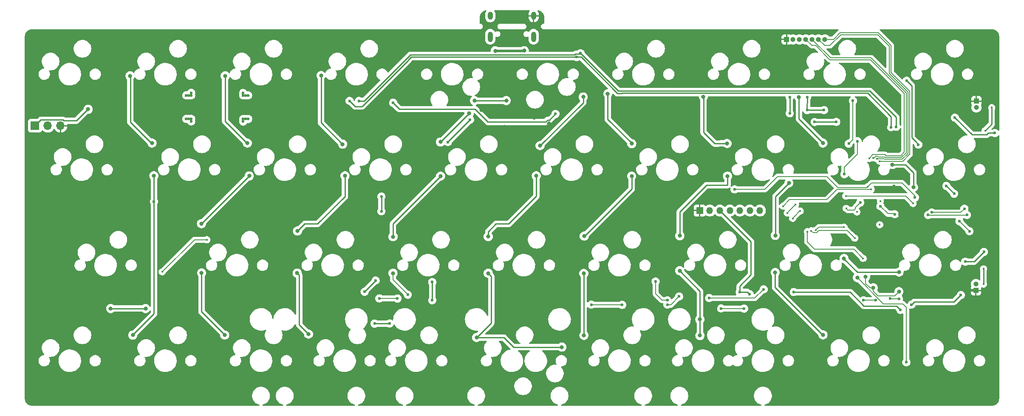
<source format=gbr>
%TF.GenerationSoftware,KiCad,Pcbnew,7.0.7*%
%TF.CreationDate,2023-10-14T12:40:26+02:00*%
%TF.ProjectId,qez,71657a2e-6b69-4636-9164-5f7063625858,rev?*%
%TF.SameCoordinates,Original*%
%TF.FileFunction,Copper,L1,Top*%
%TF.FilePolarity,Positive*%
%FSLAX46Y46*%
G04 Gerber Fmt 4.6, Leading zero omitted, Abs format (unit mm)*
G04 Created by KiCad (PCBNEW 7.0.7) date 2023-10-14 12:40:26*
%MOMM*%
%LPD*%
G01*
G04 APERTURE LIST*
%TA.AperFunction,ComponentPad*%
%ADD10O,1.000000X1.600000*%
%TD*%
%TA.AperFunction,ComponentPad*%
%ADD11O,1.000000X2.100000*%
%TD*%
%TA.AperFunction,ComponentPad*%
%ADD12R,1.000000X1.000000*%
%TD*%
%TA.AperFunction,ComponentPad*%
%ADD13O,1.000000X1.000000*%
%TD*%
%TA.AperFunction,ComponentPad*%
%ADD14C,0.600000*%
%TD*%
%TA.AperFunction,ComponentPad*%
%ADD15R,1.700000X1.700000*%
%TD*%
%TA.AperFunction,ComponentPad*%
%ADD16O,1.700000X1.700000*%
%TD*%
%TA.AperFunction,ComponentPad*%
%ADD17R,1.350000X1.350000*%
%TD*%
%TA.AperFunction,ComponentPad*%
%ADD18O,1.350000X1.350000*%
%TD*%
%TA.AperFunction,ViaPad*%
%ADD19C,0.800000*%
%TD*%
%TA.AperFunction,ViaPad*%
%ADD20C,0.400000*%
%TD*%
%TA.AperFunction,ViaPad*%
%ADD21C,0.600000*%
%TD*%
%TA.AperFunction,Conductor*%
%ADD22C,0.500000*%
%TD*%
%TA.AperFunction,Conductor*%
%ADD23C,0.200000*%
%TD*%
%TA.AperFunction,Conductor*%
%ADD24C,0.160000*%
%TD*%
%TA.AperFunction,Conductor*%
%ADD25C,0.250000*%
%TD*%
G04 APERTURE END LIST*
D10*
%TO.P,USB1,S1,SHIELD*%
%TO.N,GND*%
X159895000Y-55020500D03*
D11*
%TO.P,USB1,S2*%
%TO.N,N/C*%
X159895000Y-59200500D03*
%TO.P,USB1,S3*%
X151255000Y-59200500D03*
D10*
%TO.P,USB1,S4*%
X151255000Y-55020500D03*
%TD*%
D12*
%TO.P,J7,1,Pin_1*%
%TO.N,GND*%
X210317534Y-59737148D03*
D13*
%TO.P,J7,2,Pin_2*%
%TO.N,+3V3*%
X211587534Y-59737148D03*
%TO.P,J7,3,Pin_3*%
%TO.N,VCC_fuse*%
X212857534Y-59737148D03*
%TO.P,J7,4,Pin_4*%
%TO.N,Net-(J7-Pin_4)*%
X214127534Y-59737148D03*
%TO.P,J7,5,Pin_5*%
%TO.N,Net-(J7-Pin_5)*%
X215397534Y-59737148D03*
%TO.P,J7,6,Pin_6*%
%TO.N,Net-(J7-Pin_6)*%
X216667534Y-59737148D03*
%TO.P,J7,7,Pin_7*%
%TO.N,Net-(J7-Pin_7)*%
X217937534Y-59737148D03*
%TD*%
D14*
%TO.P,J5,MP*%
%TO.N,N/C*%
X102022875Y-70408684D03*
X103022875Y-70908684D03*
X102522875Y-70908684D03*
X102022875Y-70908684D03*
X103022875Y-75608684D03*
X102522875Y-75608684D03*
X102022875Y-75608684D03*
X102022875Y-76108684D03*
%TD*%
D12*
%TO.P,J4,1,Pin_1*%
%TO.N,GND*%
X248119055Y-72044104D03*
D13*
%TO.P,J4,2,Pin_2*%
%TO.N,RST*%
X248119055Y-73314104D03*
%TD*%
D14*
%TO.P,J3,MP*%
%TO.N,N/C*%
X91671655Y-76086662D03*
X90671655Y-75586662D03*
X91171655Y-75586662D03*
X91671655Y-75586662D03*
X90671655Y-70886662D03*
X91171655Y-70886662D03*
X91671655Y-70886662D03*
X91671655Y-70386662D03*
%TD*%
D15*
%TO.P,J2,1,Pin_1*%
%TO.N,VCC_fuse*%
X60546930Y-76941939D03*
D16*
%TO.P,J2,2,Pin_2*%
%TO.N,Net-(D29-DOUT)*%
X63086930Y-76941939D03*
%TO.P,J2,3,Pin_3*%
%TO.N,GND*%
X65626930Y-76941939D03*
%TD*%
D17*
%TO.P,J6,1,Pin_1*%
%TO.N,GND*%
X192992434Y-93867427D03*
D18*
%TO.P,J6,2,Pin_2*%
%TO.N,+3V3*%
X194992434Y-93867427D03*
%TO.P,J6,3,Pin_3*%
%TO.N,VCC_fuse*%
X196992434Y-93867427D03*
%TO.P,J6,4,Pin_4*%
%TO.N,Net-(J6-Pin_4)*%
X198992434Y-93867427D03*
%TO.P,J6,5,Pin_5*%
%TO.N,Net-(J6-Pin_5)*%
X200992434Y-93867427D03*
%TO.P,J6,6,Pin_6*%
%TO.N,Net-(J6-Pin_6)*%
X202992434Y-93867427D03*
%TO.P,J6,7,Pin_7*%
%TO.N,Net-(J6-Pin_7)*%
X204992434Y-93867427D03*
%TD*%
D12*
%TO.P,J1,1,Pin_1*%
%TO.N,GND*%
X248040976Y-109791951D03*
D13*
%TO.P,J1,2,Pin_2*%
%TO.N,Net-(J1-Pin_2)*%
X248040976Y-108521951D03*
%TD*%
D19*
%TO.N,GND*%
X119186686Y-69709849D03*
X160020000Y-75350500D03*
X79506723Y-96224407D03*
D20*
X246288259Y-95855062D03*
D21*
X226656562Y-94362187D03*
D19*
X190312164Y-125616645D03*
D21*
X231920543Y-87486349D03*
X227750000Y-93250000D03*
X209051870Y-59693785D03*
D19*
X238701184Y-128139648D03*
D21*
X232846404Y-94608276D03*
D19*
X180340000Y-93689627D03*
X249936425Y-69012626D03*
D20*
X221649930Y-74674706D03*
X226556809Y-74658313D03*
D21*
X97420577Y-75061770D03*
D19*
X209114566Y-115661178D03*
D20*
X155912711Y-74059506D03*
X80182990Y-82838600D03*
D19*
X125722640Y-125853155D03*
D20*
X199909331Y-115656604D03*
D19*
X153168725Y-114971758D03*
D21*
X225500000Y-95500000D03*
D20*
X129540000Y-72451084D03*
X202981261Y-75093475D03*
D19*
X145936805Y-89573983D03*
D21*
X234577624Y-87478778D03*
X160967249Y-78557971D03*
X232200102Y-99127321D03*
D19*
X191838522Y-113370571D03*
D21*
X166279679Y-80843989D03*
D19*
X142549372Y-60266610D03*
D21*
X226639235Y-93249138D03*
D19*
X89278957Y-96503216D03*
D21*
X225500000Y-93250000D03*
X96403258Y-71416895D03*
D20*
X128674391Y-77267862D03*
D21*
X214676678Y-81131781D03*
X231707030Y-88921719D03*
X232007222Y-89984448D03*
D20*
X99521822Y-84916803D03*
D19*
X107420050Y-95329703D03*
D21*
X227757958Y-94356785D03*
D19*
X241391549Y-91211809D03*
D21*
X225656562Y-100042187D03*
D19*
X149469980Y-73837659D03*
X162987118Y-76522137D03*
D20*
X226490238Y-77624336D03*
X246382843Y-105985822D03*
D19*
X182880000Y-88900000D03*
D21*
X156642265Y-83905271D03*
X225632138Y-101043526D03*
X248193032Y-113614337D03*
D19*
X169878381Y-125824346D03*
D20*
X250005544Y-97487831D03*
D19*
X155632889Y-64513393D03*
X191342318Y-93862918D03*
D20*
X240250619Y-71704214D03*
D19*
X236580836Y-113432970D03*
D21*
X228719055Y-62101097D03*
X225487282Y-94340170D03*
X204076344Y-80891954D03*
X227750000Y-95500000D03*
X226655849Y-95508738D03*
D19*
X114264353Y-77167698D03*
D21*
X220617861Y-93859902D03*
X223549763Y-81979451D03*
D19*
X213228924Y-123207721D03*
D21*
X216451395Y-89285884D03*
X217493336Y-93629438D03*
D19*
X114313049Y-113400167D03*
D21*
X224179438Y-96823843D03*
D19*
X154531791Y-68238913D03*
D21*
X216440018Y-85855782D03*
X219250000Y-95750000D03*
D19*
X227703789Y-125808506D03*
D21*
X249924530Y-88654448D03*
D19*
X188230153Y-77121701D03*
D21*
X226476694Y-105003152D03*
D20*
X230750736Y-107550266D03*
D21*
X219574675Y-91993605D03*
X226200601Y-88152611D03*
D19*
X236584189Y-77134895D03*
X168792053Y-60201003D03*
D20*
X250121719Y-76258605D03*
D19*
X66305344Y-113334560D03*
X154087283Y-77160095D03*
D21*
%TO.N,row0*%
X223520000Y-71975114D03*
X222694401Y-80522029D03*
%TO.N,row1*%
X199930453Y-89639021D03*
X235893022Y-91251229D03*
D20*
X226456562Y-89105142D03*
D21*
%TO.N,row2*%
X186553875Y-111760000D03*
X184204167Y-108016722D03*
X205740000Y-109576702D03*
D19*
X232686277Y-110044603D03*
D21*
X194882074Y-111304418D03*
D19*
X226060000Y-107059498D03*
X227598827Y-109287121D03*
%TO.N,row3*%
X224401140Y-107247678D03*
D21*
X234172680Y-124128387D03*
D19*
%TO.N,VCC*%
X158025000Y-61975000D03*
X152250000Y-62000000D03*
%TO.N,col1*%
X83862516Y-80411443D03*
X80039622Y-118706501D03*
X84232146Y-86928477D03*
X79486127Y-67002474D03*
D21*
X84242420Y-92079537D03*
D19*
%TO.N,col2*%
X103233515Y-86956901D03*
X102856780Y-80411443D03*
X98339928Y-118697027D03*
X93713082Y-96477334D03*
X98437754Y-67002474D03*
X93742334Y-106318365D03*
%TO.N,col3*%
X112849582Y-97951468D03*
X115042959Y-118518549D03*
X122305944Y-86928477D03*
X112779049Y-106345931D03*
X121851043Y-80635281D03*
X117547438Y-66936931D03*
%TO.N,col4*%
X141348585Y-86999537D03*
X131877094Y-106359461D03*
X141338350Y-80185660D03*
X147042077Y-74519832D03*
D21*
X134833179Y-110651468D03*
D19*
X131883430Y-99093901D03*
%TO.N,col5*%
X150846160Y-106364179D03*
X165526358Y-121109919D03*
X150849932Y-99069610D03*
X148538289Y-119196784D03*
X161180583Y-80924701D03*
X160430606Y-86923681D03*
X169775749Y-71208429D03*
%TO.N,col6*%
X169902077Y-106397866D03*
X179448585Y-80530704D03*
X174682047Y-70589420D03*
X179430435Y-87011351D03*
X169924185Y-118767258D03*
X169979492Y-98965224D03*
%TO.N,col7*%
X189017249Y-98904438D03*
X189017249Y-105854079D03*
X193020368Y-115577476D03*
X193733750Y-71174500D03*
X198528208Y-86994800D03*
X198454750Y-80484901D03*
X193040000Y-118783098D03*
%TO.N,col8*%
X217548585Y-80417009D03*
X210753677Y-88378895D03*
X212781248Y-71251845D03*
X217562797Y-118662681D03*
X208033688Y-106223677D03*
X208052608Y-98826272D03*
D21*
%TO.N,col9*%
X242155456Y-88951290D03*
X249624322Y-102114314D03*
X236568248Y-80716785D03*
X243698422Y-90509631D03*
X245919710Y-104049191D03*
X234229528Y-67964149D03*
%TO.N,D+*%
X232167715Y-77178913D03*
X169250000Y-62500000D03*
X125101369Y-72009436D03*
%TO.N,D-*%
X231140000Y-77250000D03*
X123238608Y-71997691D03*
X168500000Y-63250000D03*
%TO.N,VCC_fuse*%
X232997392Y-113688365D03*
X217751440Y-73834444D03*
X126217581Y-110058773D03*
X211743490Y-110114781D03*
X235198801Y-112647389D03*
X245016459Y-110725854D03*
X129562753Y-94011154D03*
X214399079Y-73842028D03*
X129562753Y-91075500D03*
X202958639Y-110562460D03*
X139700000Y-111760000D03*
X200967701Y-110107389D03*
X214397489Y-71266334D03*
X128423862Y-107816466D03*
D19*
X71120000Y-73660000D03*
D21*
X139688623Y-108130804D03*
D20*
%TO.N,+3V3*%
X210445686Y-94361726D03*
X228867244Y-96698011D03*
X212092003Y-92656412D03*
D21*
X210941417Y-71239214D03*
X210931781Y-74469452D03*
D20*
X228996998Y-91979051D03*
X224325842Y-94137071D03*
D21*
%TO.N,+1V1*%
X225000000Y-92250000D03*
D20*
X222194287Y-93445388D03*
D21*
X231872868Y-94617943D03*
X229000000Y-93000000D03*
D19*
%TO.N,Net-(D3-A)*%
X154456551Y-71932356D03*
X148114570Y-71946936D03*
%TO.N,Net-(D10-A)*%
X231390442Y-84698111D03*
X235600672Y-89213053D03*
%TO.N,Net-(D15-A)*%
X232717768Y-106140567D03*
X221754159Y-103421533D03*
D21*
%TO.N,Net-(D17-A)*%
X128216242Y-116404137D03*
X131222068Y-116382819D03*
D20*
%TO.N,RST*%
X222109277Y-90990981D03*
X249884732Y-77915226D03*
X235503549Y-92472491D03*
X251181191Y-73337567D03*
D21*
%TO.N,QSPI_SS*%
X246750000Y-98000000D03*
X244750000Y-96000000D03*
%TO.N,/VBUS_DET*%
X224456682Y-80048298D03*
X147225253Y-75745217D03*
X221822735Y-86623690D03*
X142798706Y-80218042D03*
%TO.N,QSPI_SCLK*%
X239250000Y-94250000D03*
X245750000Y-93500000D03*
%TO.N,QSPI_SD3*%
X246250000Y-94750000D03*
X238500000Y-94750000D03*
D19*
%TO.N,Net-(D21-DOUT)*%
X82570377Y-113409190D03*
X75618951Y-113409190D03*
D20*
%TO.N,underglow*%
X227157227Y-89639939D03*
X209605727Y-92986413D03*
X85879084Y-106100205D03*
X94774743Y-99699547D03*
D21*
%TO.N,Net-(D22-DOUT)*%
X129156165Y-111395942D03*
X132773984Y-111407319D03*
%TO.N,WS2812-line*%
X225633633Y-111760000D03*
X201858463Y-113423855D03*
X230976538Y-111426280D03*
X228080475Y-111760025D03*
X232699068Y-111453248D03*
X197269717Y-113412610D03*
%TO.N,Net-(D23-DOUT)*%
X171386467Y-112647389D03*
X188877727Y-111009132D03*
X186564447Y-112647389D03*
X177552686Y-112670143D03*
%TO.N,Net-(D25-DOUT)*%
X243840000Y-75329675D03*
X251809592Y-78390408D03*
%TO.N,Net-(D26-DOUT)*%
X215900000Y-76200000D03*
X220200425Y-76177246D03*
D20*
%TO.N,Net-(J1-Pin_2)*%
X249551380Y-105504735D03*
X249543720Y-108530569D03*
D21*
%TO.N,Net-(D27-DOUT)*%
X131912456Y-72360334D03*
X164264969Y-74590869D03*
D20*
%TO.N,Net-(J6-Pin_4)*%
X225554637Y-103404450D03*
X214445579Y-98070994D03*
%TO.N,Net-(J6-Pin_5)*%
X223886901Y-99351853D03*
X215236611Y-97907409D03*
%TO.N,Net-(J6-Pin_6)*%
X221753621Y-97192494D03*
X216125903Y-97799256D03*
%TO.N,Net-(J6-Pin_7)*%
X211520448Y-95436489D03*
X213020376Y-93968364D03*
%TO.N,Net-(J7-Pin_4)*%
X226778732Y-83490437D03*
%TO.N,Net-(J7-Pin_5)*%
X227536148Y-83340110D03*
%TO.N,Net-(J7-Pin_6)*%
X228293564Y-83554037D03*
%TO.N,Net-(J7-Pin_7)*%
X228864678Y-84015296D03*
%TD*%
D22*
%TO.N,GND*%
X234570053Y-87486349D02*
X234577624Y-87478778D01*
X182880000Y-88900000D02*
X182880000Y-91149627D01*
X247040976Y-109791951D02*
X248040976Y-109791951D01*
X246382843Y-109133818D02*
X247040976Y-109791951D01*
X182880000Y-91149627D02*
X180340000Y-93689627D01*
X231920543Y-87486349D02*
X234570053Y-87486349D01*
X246382843Y-105985822D02*
X246382843Y-109133818D01*
D23*
%TO.N,row0*%
X222694401Y-80522029D02*
X223520000Y-79696430D01*
X223520000Y-79696430D02*
X223520000Y-71984589D01*
D24*
%TO.N,row1*%
X226456562Y-89105142D02*
X227225430Y-88336274D01*
X233293540Y-88336274D02*
X235893022Y-90935756D01*
X199988958Y-89646127D02*
X199930453Y-89639021D01*
X235893022Y-90935756D02*
X235893022Y-91251229D01*
X220507779Y-89259178D02*
X218315260Y-87066659D01*
X199930453Y-89639021D02*
X199974746Y-89646127D01*
X226456562Y-89105142D02*
X226456562Y-89110199D01*
X226307583Y-89259178D02*
X220507779Y-89259178D01*
X208530336Y-87066659D02*
X205950868Y-89646127D01*
X226456562Y-89110199D02*
X226307583Y-89259178D01*
X227225430Y-88336274D02*
X233293540Y-88336274D01*
X199974746Y-89646127D02*
X199981852Y-89646127D01*
X205950868Y-89646127D02*
X199988958Y-89646127D01*
X218315260Y-87066659D02*
X208530336Y-87066659D01*
%TO.N,row2*%
X203964911Y-111351791D02*
X194929447Y-111351791D01*
X230736294Y-110846280D02*
X231216782Y-110846280D01*
X185512466Y-111760000D02*
X184204167Y-110451701D01*
X231216782Y-110846280D02*
X231219710Y-110849208D01*
X227598827Y-109287121D02*
X227598827Y-109936249D01*
X226949699Y-109287121D02*
X227598827Y-109287121D01*
X228511786Y-110849208D02*
X230733366Y-110849208D01*
X184204167Y-110451701D02*
X184204167Y-108016722D01*
X232686277Y-110059807D02*
X232686277Y-110044603D01*
X205740000Y-109576702D02*
X203964911Y-111351791D01*
X227598827Y-109936249D02*
X228511786Y-110849208D01*
X230733366Y-110849208D02*
X230736294Y-110846280D01*
X186553875Y-111760000D02*
X185512466Y-111760000D01*
X226060000Y-108397422D02*
X226949699Y-109287121D01*
X231896876Y-110849208D02*
X232686277Y-110059807D01*
X226060000Y-107059498D02*
X226060000Y-108397422D01*
X231219710Y-110849208D02*
X231896876Y-110849208D01*
%TO.N,row3*%
X234172680Y-113196954D02*
X234172680Y-124128387D01*
X224401140Y-107247678D02*
X229630199Y-112476737D01*
X233452463Y-112476737D02*
X234172680Y-113196954D01*
X229630199Y-112476737D02*
X233452463Y-112476737D01*
D22*
%TO.N,VCC*%
X158000000Y-62000000D02*
X152250000Y-62000000D01*
X158025000Y-61975000D02*
X158000000Y-62000000D01*
D25*
%TO.N,col1*%
X83734609Y-80411443D02*
X83862516Y-80411443D01*
X80022506Y-118698123D02*
X80039622Y-118706501D01*
X83862516Y-80539350D02*
X83830540Y-80507374D01*
X79545638Y-76222472D02*
X83734609Y-80411443D01*
X79486127Y-67002474D02*
X79545638Y-67061985D01*
X84243453Y-114477176D02*
X80022506Y-118698123D01*
X84243453Y-86939784D02*
X84243453Y-92078504D01*
X84243453Y-92078504D02*
X84242420Y-92079537D01*
X84232146Y-86928477D02*
X84243453Y-86939784D01*
X83862516Y-80411443D02*
X83862516Y-80539350D01*
X84242420Y-92079537D02*
X84243453Y-92080570D01*
X79545638Y-67061985D02*
X79545638Y-76222472D01*
X84243453Y-92080570D02*
X84243453Y-114477176D01*
%TO.N,col2*%
X93713082Y-96477334D02*
X103233515Y-86956901D01*
X98437754Y-76056371D02*
X102792826Y-80411443D01*
X93742334Y-106318365D02*
X93742334Y-114049663D01*
X98339928Y-118697027D02*
X98377027Y-118697027D01*
X98369477Y-118689477D02*
X98369477Y-118694658D01*
X102856780Y-80411443D02*
X102856780Y-80475397D01*
X102792826Y-80411443D02*
X102856780Y-80411443D01*
X98377027Y-118697027D02*
X98369477Y-118689477D01*
X98437754Y-67002474D02*
X98437754Y-76056371D01*
X98339928Y-118659928D02*
X98339928Y-118697027D01*
X93735998Y-114055999D02*
X98339928Y-118659928D01*
X93742334Y-114049663D02*
X93735998Y-114055999D01*
X102856780Y-80475397D02*
X102824803Y-80443420D01*
%TO.N,col3*%
X121851043Y-80667258D02*
X121787089Y-80603304D01*
X112779049Y-106345931D02*
X113181194Y-106748076D01*
X113181194Y-106748076D02*
X113181194Y-116614149D01*
X122305944Y-86928477D02*
X122305944Y-91054056D01*
X114300000Y-96520000D02*
X112868532Y-97951468D01*
X116840000Y-96520000D02*
X114300000Y-96520000D01*
X115042959Y-118475914D02*
X115042959Y-118518549D01*
X121819066Y-80635281D02*
X121851043Y-80635281D01*
X121851043Y-80635281D02*
X121851043Y-80667258D01*
X122305944Y-91054056D02*
X116840000Y-96520000D01*
X117547438Y-76363653D02*
X121819066Y-80635281D01*
X112868532Y-97951468D02*
X112849582Y-97951468D01*
X113181194Y-116614149D02*
X115042959Y-118475914D01*
X117547438Y-66936931D02*
X117547438Y-76363653D01*
%TO.N,col4*%
X141376249Y-80185660D02*
X141338350Y-80185660D01*
X141338350Y-80185660D02*
X141338350Y-80223559D01*
D24*
X131877094Y-107695383D02*
X134833179Y-110651468D01*
D25*
X131883430Y-96464692D02*
X141348585Y-86999537D01*
X147042077Y-74519832D02*
X141376249Y-80185660D01*
X131883430Y-99093901D02*
X131883430Y-96464692D01*
D24*
X131877094Y-106359461D02*
X131877094Y-107695383D01*
D25*
X141338350Y-80223559D02*
X141395198Y-80166711D01*
%TO.N,col5*%
X155904872Y-121124131D02*
X153977525Y-119196784D01*
X155919084Y-121109919D02*
X155904872Y-121124131D01*
X150871250Y-98048750D02*
X150849932Y-99069610D01*
X169775749Y-71208429D02*
X169775749Y-72329535D01*
X165526358Y-121109919D02*
X155919084Y-121109919D01*
X148538289Y-119196784D02*
X151451737Y-116283336D01*
X152400000Y-96520000D02*
X150896790Y-98023210D01*
X150846160Y-106364179D02*
X151451737Y-106969756D01*
X160430606Y-91029394D02*
X154940000Y-96520000D01*
X151451737Y-106969756D02*
X151451737Y-116214674D01*
X160430606Y-86923681D02*
X160430606Y-91029394D01*
X154940000Y-96520000D02*
X152400000Y-96520000D01*
X153977525Y-119196784D02*
X148538289Y-119196784D01*
X169775749Y-72329535D02*
X161180583Y-80924701D01*
X151451737Y-116283336D02*
X151451737Y-116214674D01*
%TO.N,col6*%
X170043446Y-98965224D02*
X169979492Y-98965224D01*
X169902077Y-118745150D02*
X169924185Y-118767258D01*
X169902077Y-106397866D02*
X169902077Y-118745150D01*
X179430435Y-87011351D02*
X179430435Y-89578235D01*
X174682047Y-75672173D02*
X179448585Y-80438711D01*
X174682047Y-70589420D02*
X174682047Y-75672173D01*
X169979492Y-99029178D02*
X170022128Y-98986542D01*
X179448585Y-80438711D02*
X179448585Y-80530704D01*
X169979492Y-98965224D02*
X169979492Y-99029178D01*
X179430435Y-89578235D02*
X170043446Y-98965224D01*
%TO.N,col7*%
X194348832Y-88801681D02*
X189029799Y-94120714D01*
X193040000Y-118783098D02*
X193040000Y-115597108D01*
X193040000Y-115597108D02*
X193020368Y-115577476D01*
X193040000Y-115557844D02*
X193040000Y-109983419D01*
X193750597Y-71191347D02*
X193750597Y-78296262D01*
X189029799Y-94120714D02*
X189029799Y-98891888D01*
X198528208Y-88801681D02*
X194348832Y-88801681D01*
X193040000Y-109983419D02*
X189017249Y-105854079D01*
X198528208Y-86994800D02*
X198528208Y-88801681D01*
X189029799Y-98891888D02*
X189017249Y-98904438D01*
X193750597Y-78296262D02*
X195960554Y-80506219D01*
X193020368Y-115577476D02*
X193040000Y-115557844D01*
X189017249Y-98947074D02*
X189038567Y-98925756D01*
X193733750Y-71174500D02*
X193750597Y-71191347D01*
X189017249Y-98904438D02*
X189017249Y-98947074D01*
X195960554Y-80506219D02*
X198454750Y-80484901D01*
%TO.N,col8*%
X217548585Y-80388585D02*
X217548585Y-80417009D01*
X208095244Y-98783636D02*
X208052608Y-98826272D01*
X212781248Y-75621248D02*
X217548585Y-80388585D01*
X210753677Y-88378895D02*
X208095244Y-91037328D01*
X208095244Y-91037328D02*
X208095244Y-98783636D01*
X208033688Y-106223677D02*
X208033688Y-109229503D01*
X217466866Y-118662681D02*
X217562797Y-118662681D01*
X208033688Y-109229503D02*
X217466866Y-118662681D01*
X212781248Y-71251845D02*
X212781248Y-75621248D01*
%TO.N,col9*%
X245919710Y-104049191D02*
X246014457Y-104058665D01*
X242155456Y-88951290D02*
X242155456Y-88953271D01*
X249624322Y-102114314D02*
X247689445Y-104049191D01*
X242155456Y-88953271D02*
X243698422Y-90496237D01*
X243698422Y-90496237D02*
X243698422Y-90509631D01*
X234229528Y-67964149D02*
X235262855Y-68997476D01*
X236568248Y-80647624D02*
X236568248Y-80716785D01*
X236103906Y-80183282D02*
X236103906Y-80180857D01*
X246014457Y-104058665D02*
X246023931Y-104058665D01*
X236103906Y-80183282D02*
X236568248Y-80647624D01*
X247689445Y-104049191D02*
X245919710Y-104049191D01*
X236103906Y-80180857D02*
X235262855Y-79339806D01*
X235262855Y-68997476D02*
X235262855Y-79339806D01*
%TO.N,D+*%
X169375000Y-62625000D02*
X168241116Y-62625000D01*
X126131892Y-72026541D02*
X125101369Y-72009436D01*
X232167715Y-77178913D02*
X232167715Y-75283831D01*
X232167715Y-75283831D02*
X226883884Y-70000000D01*
X135320000Y-62800000D02*
X130952750Y-67167250D01*
X226883884Y-70000000D02*
X176750000Y-70000000D01*
X130952750Y-67167250D02*
X130952750Y-67205683D01*
X168066116Y-62800000D02*
X135320000Y-62800000D01*
X170215000Y-63465000D02*
X169375000Y-62625000D01*
X176750000Y-70000000D02*
X170215000Y-63465000D01*
X130952750Y-67205683D02*
X126131892Y-72026541D01*
X168241116Y-62625000D02*
X168066116Y-62800000D01*
X170215000Y-63465000D02*
X169250000Y-62500000D01*
%TO.N,D-*%
X177550000Y-70450000D02*
X177500000Y-70500000D01*
X231140000Y-77250000D02*
X231140000Y-75140000D01*
X168500000Y-63250000D02*
X169363604Y-63250000D01*
X134938198Y-63818198D02*
X134938198Y-63856631D01*
X226450000Y-70450000D02*
X177550000Y-70450000D01*
X169363604Y-63250000D02*
X135506396Y-63250000D01*
X177500000Y-70500000D02*
X176613604Y-70500000D01*
X231140000Y-75140000D02*
X226450000Y-70450000D01*
X135506396Y-63250000D02*
X134938198Y-63818198D01*
X134938198Y-63856631D02*
X125682149Y-73112680D01*
X124348529Y-73112680D02*
X125682149Y-73112680D01*
X123238608Y-72002759D02*
X123238608Y-71997691D01*
X124348529Y-73112680D02*
X123238608Y-72002759D01*
X176613604Y-70500000D02*
X169363604Y-63250000D01*
%TO.N,VCC_fuse*%
X66113631Y-75766939D02*
X61721930Y-75766939D01*
X222981154Y-110143619D02*
X225719272Y-112881737D01*
X235181736Y-112647389D02*
X235215866Y-112613259D01*
X129562753Y-91075500D02*
X129562753Y-94011154D01*
X235750877Y-112078248D02*
X235198801Y-112630324D01*
X214397489Y-71266334D02*
X214384480Y-71279343D01*
X201035962Y-110096012D02*
X200967701Y-110107389D01*
X245016459Y-110725854D02*
X243664065Y-112078248D01*
X128408694Y-107816466D02*
X126217581Y-110007579D01*
X243664065Y-112078248D02*
X235750877Y-112078248D01*
X203200000Y-100074993D02*
X196992434Y-93867427D01*
X217645257Y-73842028D02*
X217751440Y-73834444D01*
X214399079Y-73842028D02*
X214384480Y-73827429D01*
X203200000Y-106680000D02*
X203200000Y-100074993D01*
X201013208Y-110096012D02*
X201024585Y-110096012D01*
X139700000Y-111760000D02*
X139688623Y-108130804D01*
X214399079Y-73842028D02*
X217645257Y-73842028D01*
X235198801Y-112647389D02*
X235181736Y-112647389D01*
X217751440Y-73834444D02*
X217660425Y-73842028D01*
X61721930Y-75766939D02*
X60546930Y-76941939D01*
X71062666Y-73660000D02*
X68776012Y-75946654D01*
X71120000Y-73660000D02*
X71062666Y-73660000D01*
X128423862Y-107816466D02*
X128408694Y-107816466D01*
X235198801Y-112630324D02*
X235198801Y-112647389D01*
X202958639Y-110562460D02*
X202492191Y-110096012D01*
X202492191Y-110096012D02*
X201035962Y-110096012D01*
X214384480Y-73827429D02*
X214397489Y-71266334D01*
X217660425Y-73842028D02*
X217652841Y-73842028D01*
X200967701Y-110107389D02*
X200967701Y-108912299D01*
X126217581Y-110007579D02*
X126217581Y-110058773D01*
X225719272Y-112881737D02*
X232190764Y-112881737D01*
X232190764Y-112881737D02*
X232997392Y-113688365D01*
X200967701Y-108912299D02*
X203200000Y-106680000D01*
X211772328Y-110143619D02*
X222981154Y-110143619D01*
X68776012Y-75946654D02*
X66293346Y-75946654D01*
X200967701Y-110107389D02*
X201013208Y-110096012D01*
X211743490Y-110114781D02*
X211772328Y-110143619D01*
X66293346Y-75946654D02*
X66113631Y-75766939D01*
%TO.N,+3V3*%
X210941417Y-71256560D02*
X210941417Y-71239214D01*
D23*
X210445686Y-94361726D02*
X210460510Y-94335783D01*
D25*
X210958763Y-71239214D02*
X210932745Y-71265232D01*
D23*
X210820000Y-93980000D02*
X210464217Y-94335783D01*
D25*
X210941417Y-71239214D02*
X210958763Y-71239214D01*
D23*
X212092003Y-92707997D02*
X210820000Y-93980000D01*
X210464217Y-94335783D02*
X210445686Y-94361726D01*
D25*
X210931781Y-71266196D02*
X210941417Y-71256560D01*
X210931781Y-74469452D02*
X210931781Y-71266196D01*
D23*
X212092003Y-92656412D02*
X212092003Y-92707997D01*
%TO.N,+1V1*%
X230500000Y-94500000D02*
X231750000Y-94500000D01*
X223750000Y-93750000D02*
X222498899Y-93750000D01*
X224000000Y-93500000D02*
X223750000Y-93750000D01*
X231867943Y-94617943D02*
X231750000Y-94500000D01*
X229000000Y-93000000D02*
X230500000Y-94500000D01*
X231872868Y-94617943D02*
X231867943Y-94617943D01*
X222498899Y-93750000D02*
X222194287Y-93445388D01*
X225000000Y-92250000D02*
X224000000Y-93250000D01*
X224000000Y-93250000D02*
X224000000Y-93500000D01*
D25*
%TO.N,Net-(D3-A)*%
X154441971Y-71946936D02*
X154456551Y-71932356D01*
X148114570Y-71946936D02*
X154441971Y-71946936D01*
%TO.N,Net-(D10-A)*%
X235600672Y-86296350D02*
X235600672Y-89213053D01*
X231390442Y-84698111D02*
X234002433Y-84698111D01*
X234002433Y-84698111D02*
X235600672Y-86296350D01*
%TO.N,Net-(D15-A)*%
X221754159Y-103421533D02*
X221695842Y-103421533D01*
X221695842Y-103421533D02*
X221717711Y-103443402D01*
X232717768Y-106140567D02*
X224414876Y-106140567D01*
X221754159Y-103479850D02*
X221754159Y-103421533D01*
X224414876Y-106140567D02*
X221754159Y-103479850D01*
%TO.N,Net-(D17-A)*%
X131200750Y-116404137D02*
X128216242Y-116404137D01*
X131222068Y-116382819D02*
X131200750Y-116404137D01*
%TO.N,RST*%
X251181191Y-73337567D02*
X251181191Y-76618767D01*
X251181191Y-76618767D02*
X249884732Y-77915226D01*
D24*
X234042264Y-90990981D02*
X235503549Y-92452266D01*
X235523774Y-92472491D02*
X235518718Y-92467435D01*
X235503549Y-92472491D02*
X235523774Y-92472491D01*
X235503549Y-92452266D02*
X235503549Y-92472491D01*
X222109277Y-90990981D02*
X234042264Y-90990981D01*
%TO.N,QSPI_SS*%
X244750000Y-96000000D02*
X246750000Y-98000000D01*
D25*
%TO.N,/VBUS_DET*%
X142798706Y-80171764D02*
X142798706Y-80218042D01*
D24*
X224437733Y-82626369D02*
X224456682Y-80048298D01*
D25*
X147225253Y-75745217D02*
X142798706Y-80171764D01*
D24*
X221822735Y-86623690D02*
X221822735Y-85241367D01*
X221822735Y-85241367D02*
X224437733Y-82626369D01*
D25*
X142798706Y-80218042D02*
X142752428Y-80218042D01*
X142752428Y-80218042D02*
X142761903Y-80208567D01*
X142761903Y-80208567D02*
X142760808Y-80208567D01*
D24*
%TO.N,QSPI_SCLK*%
X245000000Y-94250000D02*
X245750000Y-93500000D01*
X239250000Y-94250000D02*
X245000000Y-94250000D01*
%TO.N,QSPI_SD3*%
X246170000Y-94830000D02*
X246250000Y-94750000D01*
X238580000Y-94830000D02*
X246170000Y-94830000D01*
X238500000Y-94750000D02*
X238580000Y-94830000D01*
D25*
%TO.N,Net-(D21-DOUT)*%
X82570377Y-113409190D02*
X75636684Y-113409190D01*
D24*
%TO.N,underglow*%
X227157227Y-89639939D02*
X227156466Y-89639178D01*
X85910063Y-106100205D02*
X92310721Y-99699547D01*
X85879084Y-106100205D02*
X85910063Y-106100205D01*
X209610783Y-92986413D02*
X209605727Y-92986413D01*
X218320359Y-91709672D02*
X210887524Y-91709672D01*
X227156466Y-89639178D02*
X220390853Y-89639178D01*
X92310721Y-99699547D02*
X94774743Y-99699547D01*
X220390853Y-89639178D02*
X218320359Y-91709672D01*
X210887524Y-91709672D02*
X209610783Y-92986413D01*
D23*
%TO.N,Net-(D22-DOUT)*%
X129156165Y-111452827D02*
X129178919Y-111430073D01*
X129201673Y-111407319D02*
X129213050Y-111395942D01*
X129156165Y-111395942D02*
X129156165Y-111452827D01*
X129213050Y-111395942D02*
X129156165Y-111395942D01*
X132773984Y-111407319D02*
X129201673Y-111407319D01*
%TO.N,WS2812-line*%
X232699068Y-111453248D02*
X231101262Y-111453248D01*
X231047326Y-111453248D02*
X231074294Y-111453248D01*
X201858331Y-113423987D02*
X197269717Y-113412610D01*
X231101262Y-111453248D02*
X230976538Y-111426280D01*
X201858463Y-113423855D02*
X201858331Y-113423987D01*
X225633633Y-111760000D02*
X228080450Y-111760000D01*
X230976538Y-111426280D02*
X231047326Y-111453248D01*
X228080450Y-111760000D02*
X228080475Y-111760025D01*
%TO.N,Net-(D23-DOUT)*%
X177529932Y-112647389D02*
X171386467Y-112647389D01*
X187254640Y-112632220D02*
X188877727Y-111009132D01*
X187254640Y-112632220D02*
X186564447Y-112647389D01*
D25*
%TO.N,Net-(D25-DOUT)*%
X250190484Y-78741714D02*
X247252039Y-78741714D01*
X250541790Y-78390408D02*
X250190484Y-78741714D01*
X251809592Y-78390408D02*
X250541790Y-78390408D01*
X247252039Y-78741714D02*
X243840000Y-75329675D01*
%TO.N,Net-(D26-DOUT)*%
X215900000Y-76200000D02*
X220143541Y-76200000D01*
X220200425Y-76177246D02*
X220189049Y-76200000D01*
X220143541Y-76200000D02*
X220200425Y-76177246D01*
X220189049Y-76200000D02*
X220166295Y-76200000D01*
%TO.N,Net-(J1-Pin_2)*%
X249551380Y-108522909D02*
X249551380Y-105504735D01*
X249543720Y-108530569D02*
X249551380Y-108522909D01*
%TO.N,Net-(D27-DOUT)*%
X163058701Y-75797137D02*
X162686813Y-75797137D01*
X133160525Y-73634000D02*
X131912456Y-72385931D01*
X131912456Y-72385931D02*
X131912456Y-72360334D01*
X162686813Y-75797137D02*
X162283950Y-76200000D01*
X148241016Y-73634000D02*
X133160525Y-73634000D01*
X162283950Y-76200000D02*
X150807016Y-76200000D01*
X164264969Y-74590869D02*
X163058701Y-75797137D01*
X150807016Y-76200000D02*
X148241016Y-73634000D01*
D24*
%TO.N,Net-(J6-Pin_4)*%
X214445579Y-100145579D02*
X215900000Y-101600000D01*
X223750187Y-101600000D02*
X225554637Y-103404450D01*
X214445579Y-98070994D02*
X214445579Y-100145579D01*
X215900000Y-101600000D02*
X223750187Y-101600000D01*
%TO.N,Net-(J6-Pin_5)*%
X216753385Y-97861000D02*
X216335129Y-98279256D01*
X222396048Y-97861000D02*
X216753385Y-97861000D01*
X216335129Y-98279256D02*
X215579973Y-98279256D01*
X215208126Y-97907409D02*
X215232086Y-97931369D01*
X215236611Y-97935894D02*
X215236611Y-97907409D01*
X215236611Y-97907409D02*
X215208126Y-97907409D01*
X223886901Y-99351853D02*
X222396048Y-97861000D01*
X215579973Y-98279256D02*
X215236611Y-97935894D01*
%TO.N,Net-(J6-Pin_6)*%
X221753621Y-97192494D02*
X216722553Y-97192494D01*
X216115791Y-97799256D02*
X216120847Y-97794200D01*
X216722553Y-97192494D02*
X216125903Y-97789144D01*
X216125903Y-97799256D02*
X216115791Y-97799256D01*
X216125903Y-97789144D02*
X216125903Y-97799256D01*
%TO.N,Net-(J6-Pin_7)*%
X212944617Y-93968364D02*
X211869800Y-95043181D01*
X211869800Y-95043181D02*
X211869800Y-95050076D01*
X211520448Y-95399428D02*
X211520448Y-95436489D01*
X211483387Y-95436489D02*
X211513036Y-95406840D01*
X211869800Y-95050076D02*
X211520448Y-95399428D01*
X211520448Y-95436489D02*
X211483387Y-95436489D01*
X213020376Y-93968364D02*
X212944617Y-93968364D01*
%TO.N,Net-(J7-Pin_4)*%
X233037356Y-82935296D02*
X233758054Y-82214598D01*
X216131634Y-60960000D02*
X215370750Y-60960000D01*
X230118880Y-82935296D02*
X233037356Y-82935296D01*
X226778732Y-83490437D02*
X226778732Y-83418703D01*
X229897621Y-82714037D02*
X230118880Y-82935296D01*
X215370750Y-60960000D02*
X214129439Y-59718689D01*
X227009963Y-63789000D02*
X218960634Y-63789000D01*
X226778732Y-83418703D02*
X227483398Y-82714037D01*
X233758054Y-82214598D02*
X233758054Y-70537091D01*
X233758054Y-70537091D02*
X227009963Y-63789000D01*
X227483398Y-82714037D02*
X229897621Y-82714037D01*
X218960634Y-63789000D02*
X216131634Y-60960000D01*
%TO.N,Net-(J7-Pin_5)*%
X227536148Y-83340110D02*
X227828668Y-83340110D01*
X228492387Y-83074037D02*
X228593646Y-83175296D01*
X227159079Y-63429000D02*
X219109750Y-63429000D01*
X228593646Y-83175296D02*
X229849764Y-83175296D01*
X234137855Y-70407776D02*
X227159079Y-63429000D01*
X233186472Y-83295296D02*
X234137855Y-82343913D01*
X219109750Y-63429000D02*
X215399439Y-59718689D01*
X227828668Y-83340110D02*
X228094741Y-83074037D01*
X229969764Y-83295296D02*
X233186472Y-83295296D01*
X234137855Y-82343913D02*
X234137855Y-70407776D01*
X229849764Y-83175296D02*
X229969764Y-83295296D01*
X228094741Y-83074037D02*
X228492387Y-83074037D01*
%TO.N,Net-(J7-Pin_6)*%
X234497855Y-82493029D02*
X234497855Y-70258660D01*
X217910750Y-60960000D02*
X216669439Y-59718689D01*
X230780426Y-61109542D02*
X228450884Y-58780000D01*
X229820647Y-83655296D02*
X233335588Y-83655296D01*
X233335588Y-83655296D02*
X234497855Y-82493029D01*
X228293564Y-83554037D02*
X228312305Y-83535296D01*
X230780426Y-66541231D02*
X230780426Y-61109542D01*
X228312305Y-83535296D02*
X229700647Y-83535296D01*
X229700647Y-83535296D02*
X229820647Y-83655296D01*
X234497855Y-70258660D02*
X230780426Y-66541231D01*
X218949116Y-60960000D02*
X217910750Y-60960000D01*
X221129116Y-58780000D02*
X218949116Y-60960000D01*
X228450884Y-58780000D02*
X221129116Y-58780000D01*
%TO.N,Net-(J7-Pin_7)*%
X234857855Y-82642145D02*
X234857855Y-70109544D01*
X231140000Y-66391689D02*
X231140000Y-60960000D01*
X220980000Y-58420000D02*
X219681311Y-59718689D01*
X234857855Y-70109544D02*
X231140000Y-66391689D01*
X219681311Y-59718689D02*
X217939439Y-59718689D01*
X233484704Y-84015296D02*
X234857855Y-82642145D01*
X228600000Y-58420000D02*
X220980000Y-58420000D01*
X231140000Y-60960000D02*
X228600000Y-58420000D01*
X228864678Y-84015296D02*
X233484704Y-84015296D01*
%TD*%
%TA.AperFunction,Conductor*%
%TO.N,GND*%
G36*
X159070470Y-53918184D02*
G01*
X159116225Y-53970988D01*
X159126169Y-54040146D01*
X159099284Y-54101164D01*
X159052824Y-54157774D01*
X159052820Y-54157781D01*
X158959224Y-54332887D01*
X158901585Y-54522894D01*
X158901584Y-54522896D01*
X158887000Y-54670985D01*
X158887000Y-54893500D01*
X159471000Y-54893500D01*
X159538039Y-54913185D01*
X159583794Y-54965989D01*
X159595000Y-55017500D01*
X159595000Y-55023500D01*
X159575315Y-55090539D01*
X159522511Y-55136294D01*
X159471000Y-55147500D01*
X158887000Y-55147500D01*
X158887000Y-55370014D01*
X158901584Y-55518103D01*
X158901585Y-55518105D01*
X158959224Y-55708112D01*
X159052820Y-55883218D01*
X159052825Y-55883225D01*
X159178787Y-56036712D01*
X159332274Y-56162674D01*
X159332281Y-56162679D01*
X159507387Y-56256275D01*
X159697395Y-56313914D01*
X159768000Y-56320868D01*
X159768000Y-55746594D01*
X159787685Y-55679555D01*
X159840489Y-55633800D01*
X159880553Y-55623124D01*
X159886560Y-55622567D01*
X159955128Y-55635982D01*
X160005560Y-55684339D01*
X160022000Y-55746038D01*
X160022000Y-56320867D01*
X160092604Y-56313914D01*
X160282612Y-56256275D01*
X160457718Y-56162679D01*
X160457725Y-56162674D01*
X160611212Y-56036712D01*
X160737174Y-55883225D01*
X160737179Y-55883218D01*
X160830775Y-55708112D01*
X160888414Y-55518105D01*
X160888415Y-55518103D01*
X160903000Y-55370014D01*
X160903000Y-55147500D01*
X160319000Y-55147500D01*
X160251961Y-55127815D01*
X160206206Y-55075011D01*
X160195000Y-55023500D01*
X160195000Y-55017500D01*
X160214685Y-54950461D01*
X160267489Y-54904706D01*
X160319000Y-54893500D01*
X160903000Y-54893500D01*
X160903000Y-54670985D01*
X160888415Y-54522896D01*
X160888414Y-54522894D01*
X160830775Y-54332887D01*
X160737179Y-54157781D01*
X160737175Y-54157774D01*
X160701891Y-54114781D01*
X160674578Y-54050471D01*
X160686369Y-53981604D01*
X160733521Y-53930043D01*
X160801063Y-53912160D01*
X160807463Y-53912497D01*
X160840450Y-53915093D01*
X160859659Y-53918136D01*
X161055832Y-53965233D01*
X161074329Y-53971243D01*
X161260716Y-54048447D01*
X161278042Y-54057275D01*
X161450060Y-54162688D01*
X161465796Y-54174122D01*
X161619200Y-54305141D01*
X161632959Y-54318900D01*
X161763978Y-54472304D01*
X161775411Y-54488040D01*
X161819407Y-54559834D01*
X161880820Y-54660051D01*
X161889653Y-54677387D01*
X161966856Y-54863769D01*
X161972869Y-54882275D01*
X162019963Y-55078437D01*
X162023007Y-55097655D01*
X162039409Y-55306063D01*
X162039600Y-55310929D01*
X162039600Y-55343225D01*
X162039772Y-55344309D01*
X162041145Y-55626393D01*
X162040939Y-55628761D01*
X162041251Y-55648091D01*
X162041346Y-55667569D01*
X162041604Y-55669939D01*
X162054034Y-56437406D01*
X162037253Y-56501732D01*
X162035748Y-56504321D01*
X162004532Y-56539993D01*
X161989297Y-56551807D01*
X161946967Y-56573162D01*
X161922114Y-56580171D01*
X161888452Y-56584826D01*
X161842501Y-56584824D01*
X161842491Y-56584824D01*
X161842490Y-56584824D01*
X161842486Y-56584824D01*
X161712692Y-56616808D01*
X161712689Y-56616809D01*
X161594316Y-56678931D01*
X161594309Y-56678935D01*
X161494251Y-56767574D01*
X161418306Y-56877594D01*
X161370898Y-57002592D01*
X161354785Y-57135300D01*
X161370898Y-57268007D01*
X161418306Y-57393005D01*
X161494251Y-57503025D01*
X161594309Y-57591664D01*
X161594312Y-57591666D01*
X161594316Y-57591669D01*
X161658895Y-57625559D01*
X161712689Y-57653790D01*
X161712692Y-57653791D01*
X161798416Y-57674915D01*
X161842491Y-57685776D01*
X161909265Y-57685772D01*
X161909268Y-57685772D01*
X164069520Y-57697973D01*
X164070750Y-57698099D01*
X164081704Y-57698098D01*
X164081706Y-57698099D01*
X164091549Y-57698098D01*
X164091550Y-57698098D01*
X164101510Y-57698155D01*
X164101510Y-57698154D01*
X164112556Y-57698218D01*
X164113796Y-57698097D01*
X220590731Y-57696608D01*
X220657769Y-57716291D01*
X220703525Y-57769094D01*
X220713470Y-57838252D01*
X220684447Y-57901808D01*
X220666219Y-57918983D01*
X220560276Y-58000277D01*
X220539066Y-58027918D01*
X220533714Y-58034020D01*
X219473865Y-59093870D01*
X219412542Y-59127355D01*
X219386184Y-59130189D01*
X218802704Y-59130189D01*
X218735665Y-59110504D01*
X218706851Y-59084854D01*
X218654102Y-59020579D01*
X218500539Y-58894553D01*
X218500532Y-58894549D01*
X218325342Y-58800908D01*
X218230286Y-58772073D01*
X218135235Y-58743240D01*
X218135233Y-58743239D01*
X218135235Y-58743239D01*
X217937534Y-58723768D01*
X217739834Y-58743239D01*
X217549725Y-58800908D01*
X217374529Y-58894552D01*
X217371419Y-58896631D01*
X217369542Y-58897218D01*
X217369158Y-58897424D01*
X217369118Y-58897351D01*
X217304740Y-58917505D01*
X217237361Y-58899017D01*
X217233649Y-58896631D01*
X217230538Y-58894552D01*
X217055342Y-58800908D01*
X216960286Y-58772073D01*
X216865235Y-58743240D01*
X216865233Y-58743239D01*
X216865235Y-58743239D01*
X216667534Y-58723768D01*
X216469834Y-58743239D01*
X216279725Y-58800908D01*
X216104529Y-58894552D01*
X216101419Y-58896631D01*
X216099542Y-58897218D01*
X216099158Y-58897424D01*
X216099118Y-58897351D01*
X216034740Y-58917505D01*
X215967361Y-58899017D01*
X215963649Y-58896631D01*
X215960538Y-58894552D01*
X215785342Y-58800908D01*
X215690286Y-58772073D01*
X215595235Y-58743240D01*
X215595233Y-58743239D01*
X215595235Y-58743239D01*
X215397534Y-58723768D01*
X215199834Y-58743239D01*
X215009725Y-58800908D01*
X214834529Y-58894552D01*
X214831419Y-58896631D01*
X214829542Y-58897218D01*
X214829158Y-58897424D01*
X214829118Y-58897351D01*
X214764740Y-58917505D01*
X214697361Y-58899017D01*
X214693649Y-58896631D01*
X214690538Y-58894552D01*
X214515342Y-58800908D01*
X214420286Y-58772073D01*
X214325235Y-58743240D01*
X214325233Y-58743239D01*
X214325235Y-58743239D01*
X214127534Y-58723768D01*
X213929834Y-58743239D01*
X213739725Y-58800908D01*
X213564529Y-58894552D01*
X213561419Y-58896631D01*
X213559542Y-58897218D01*
X213559158Y-58897424D01*
X213559118Y-58897351D01*
X213494740Y-58917505D01*
X213427361Y-58899017D01*
X213423649Y-58896631D01*
X213420538Y-58894552D01*
X213245342Y-58800908D01*
X213150286Y-58772073D01*
X213055235Y-58743240D01*
X213055233Y-58743239D01*
X213055235Y-58743239D01*
X212875259Y-58725513D01*
X212857534Y-58723768D01*
X212857533Y-58723768D01*
X212659834Y-58743239D01*
X212469725Y-58800908D01*
X212294529Y-58894552D01*
X212291419Y-58896631D01*
X212289542Y-58897218D01*
X212289158Y-58897424D01*
X212289118Y-58897351D01*
X212224740Y-58917505D01*
X212157361Y-58899017D01*
X212153649Y-58896631D01*
X212150538Y-58894552D01*
X211975342Y-58800908D01*
X211880286Y-58772073D01*
X211785235Y-58743240D01*
X211785233Y-58743239D01*
X211785235Y-58743239D01*
X211605259Y-58725513D01*
X211587534Y-58723768D01*
X211587533Y-58723768D01*
X211389836Y-58743239D01*
X211389832Y-58743240D01*
X211389833Y-58743240D01*
X211199730Y-58800907D01*
X211199728Y-58800907D01*
X211199718Y-58800911D01*
X211194099Y-58803239D01*
X211193511Y-58801819D01*
X211132493Y-58814516D01*
X211068146Y-58790183D01*
X211063496Y-58786702D01*
X211063495Y-58786701D01*
X210926631Y-58735654D01*
X210866115Y-58729148D01*
X210444534Y-58729148D01*
X210444534Y-59263148D01*
X210424849Y-59330187D01*
X210372045Y-59375942D01*
X210320534Y-59387148D01*
X210314534Y-59387148D01*
X210247495Y-59367463D01*
X210201740Y-59314659D01*
X210190534Y-59263148D01*
X210190534Y-58729148D01*
X209768952Y-58729148D01*
X209708436Y-58735654D01*
X209571572Y-58786701D01*
X209571572Y-58786702D01*
X209454630Y-58874244D01*
X209367088Y-58991186D01*
X209367087Y-58991186D01*
X209316040Y-59128050D01*
X209309534Y-59188566D01*
X209309534Y-59610148D01*
X209842158Y-59610148D01*
X209909197Y-59629833D01*
X209954952Y-59682637D01*
X209965733Y-59744405D01*
X209965235Y-59750405D01*
X209940073Y-59815586D01*
X209883665Y-59856817D01*
X209841660Y-59864148D01*
X209309534Y-59864148D01*
X209309534Y-60285729D01*
X209316040Y-60346245D01*
X209367087Y-60483109D01*
X209454630Y-60600051D01*
X209571572Y-60687593D01*
X209571572Y-60687594D01*
X209708436Y-60738641D01*
X209768952Y-60745147D01*
X209768954Y-60745148D01*
X210190534Y-60745148D01*
X210190534Y-60211148D01*
X210210219Y-60144109D01*
X210263023Y-60098354D01*
X210314534Y-60087148D01*
X210320534Y-60087148D01*
X210387573Y-60106833D01*
X210433328Y-60159637D01*
X210444534Y-60211148D01*
X210444534Y-60745148D01*
X210866114Y-60745148D01*
X210866115Y-60745147D01*
X210926631Y-60738641D01*
X211063495Y-60687593D01*
X211068137Y-60684118D01*
X211133599Y-60659695D01*
X211193521Y-60672448D01*
X211194098Y-60671057D01*
X211199719Y-60673385D01*
X211199727Y-60673387D01*
X211199730Y-60673389D01*
X211389833Y-60731056D01*
X211389832Y-60731056D01*
X211404118Y-60732463D01*
X211587534Y-60750528D01*
X211785235Y-60731056D01*
X211975338Y-60673389D01*
X211975342Y-60673387D01*
X212150529Y-60579748D01*
X212150530Y-60579747D01*
X212150538Y-60579743D01*
X212150544Y-60579737D01*
X212153635Y-60577673D01*
X212155512Y-60577084D01*
X212155911Y-60576872D01*
X212155951Y-60576947D01*
X212220310Y-60556790D01*
X212287692Y-60575269D01*
X212291433Y-60577673D01*
X212294527Y-60579741D01*
X212294530Y-60579743D01*
X212294532Y-60579744D01*
X212294538Y-60579748D01*
X212469725Y-60673387D01*
X212469727Y-60673387D01*
X212469730Y-60673389D01*
X212659833Y-60731056D01*
X212659832Y-60731056D01*
X212674118Y-60732463D01*
X212857534Y-60750528D01*
X213055235Y-60731056D01*
X213245338Y-60673389D01*
X213245342Y-60673387D01*
X213420529Y-60579748D01*
X213420530Y-60579747D01*
X213420538Y-60579743D01*
X213420544Y-60579737D01*
X213423635Y-60577673D01*
X213425512Y-60577084D01*
X213425911Y-60576872D01*
X213425951Y-60576947D01*
X213490310Y-60556790D01*
X213557692Y-60575269D01*
X213561433Y-60577673D01*
X213564527Y-60579741D01*
X213564530Y-60579743D01*
X213564532Y-60579744D01*
X213564538Y-60579748D01*
X213739725Y-60673387D01*
X213739727Y-60673387D01*
X213739730Y-60673389D01*
X213929833Y-60731056D01*
X213929832Y-60731056D01*
X213944118Y-60732463D01*
X214127534Y-60750528D01*
X214252584Y-60738211D01*
X214321228Y-60751230D01*
X214352418Y-60773933D01*
X214924460Y-61345974D01*
X214929812Y-61352076D01*
X214951025Y-61379721D01*
X214951027Y-61379723D01*
X215073961Y-61474054D01*
X215073964Y-61474055D01*
X215073965Y-61474056D01*
X215145539Y-61503703D01*
X215175188Y-61515984D01*
X215217121Y-61533353D01*
X215293935Y-61543465D01*
X215370749Y-61553578D01*
X215370750Y-61553578D01*
X215370751Y-61553578D01*
X215405289Y-61549031D01*
X215413390Y-61548500D01*
X215836507Y-61548500D01*
X215903546Y-61568185D01*
X215924188Y-61584819D01*
X216552579Y-62213210D01*
X216586064Y-62274533D01*
X216581080Y-62344225D01*
X216539208Y-62400158D01*
X216473744Y-62424575D01*
X216437306Y-62421782D01*
X216368161Y-62406000D01*
X216320978Y-62395231D01*
X216320977Y-62395230D01*
X216320973Y-62395230D01*
X216320968Y-62395229D01*
X216124410Y-62380500D01*
X216124404Y-62380500D01*
X215993096Y-62380500D01*
X215993090Y-62380500D01*
X215796531Y-62395229D01*
X215796526Y-62395230D01*
X215540165Y-62453742D01*
X215540146Y-62453748D01*
X215295365Y-62549817D01*
X215067633Y-62681299D01*
X214862040Y-62845254D01*
X214862038Y-62845256D01*
X214683180Y-63038019D01*
X214535045Y-63255294D01*
X214420952Y-63492211D01*
X214343442Y-63743490D01*
X214343440Y-63743496D01*
X214304250Y-64003510D01*
X214304250Y-64266489D01*
X214343440Y-64526503D01*
X214343442Y-64526509D01*
X214420952Y-64777788D01*
X214535045Y-65014705D01*
X214535047Y-65014707D01*
X214535048Y-65014710D01*
X214683180Y-65231980D01*
X214781842Y-65338313D01*
X214783959Y-65340594D01*
X214815127Y-65403126D01*
X214807540Y-65472583D01*
X214763606Y-65526912D01*
X214704848Y-65548373D01*
X214574017Y-65560865D01*
X214574018Y-65560866D01*
X214574014Y-65560867D01*
X214367051Y-65621636D01*
X214175313Y-65720484D01*
X214005762Y-65853821D01*
X214005759Y-65853825D01*
X213864505Y-66016840D01*
X213864496Y-66016851D01*
X213756647Y-66203652D01*
X213686097Y-66407493D01*
X213686096Y-66407498D01*
X213686096Y-66407499D01*
X213655397Y-66621012D01*
X213665661Y-66836476D01*
X213705932Y-67002474D01*
X213716517Y-67046107D01*
X213806124Y-67242317D01*
X213806125Y-67242319D01*
X213931248Y-67418030D01*
X214087363Y-67566886D01*
X214268829Y-67683506D01*
X214469086Y-67763677D01*
X214574991Y-67784088D01*
X214680895Y-67804500D01*
X214680896Y-67804500D01*
X214842552Y-67804500D01*
X214842559Y-67804500D01*
X215003482Y-67789134D01*
X215210452Y-67728362D01*
X215402182Y-67629518D01*
X215409774Y-67623548D01*
X215481825Y-67566886D01*
X215571740Y-67496176D01*
X215712999Y-67333155D01*
X215820853Y-67146346D01*
X215891404Y-66942501D01*
X215922103Y-66728988D01*
X215911839Y-66513524D01*
X215860984Y-66303896D01*
X215771375Y-66107681D01*
X215763457Y-66096562D01*
X215748092Y-66074984D01*
X215725239Y-66008957D01*
X215741712Y-65941057D01*
X215792279Y-65892841D01*
X215858366Y-65879404D01*
X215993090Y-65889500D01*
X215993096Y-65889500D01*
X216124410Y-65889500D01*
X216320968Y-65874770D01*
X216320970Y-65874769D01*
X216320978Y-65874769D01*
X216577348Y-65816254D01*
X216822134Y-65720183D01*
X217049867Y-65588701D01*
X217255460Y-65424746D01*
X217434320Y-65231980D01*
X217582452Y-65014710D01*
X217696548Y-64777788D01*
X217774058Y-64526508D01*
X217777317Y-64504890D01*
X217813249Y-64266489D01*
X217813250Y-64266480D01*
X217813250Y-64003519D01*
X217813249Y-64003510D01*
X217775417Y-63752506D01*
X217784890Y-63683282D01*
X217830285Y-63630168D01*
X217897189Y-63610028D01*
X217964361Y-63629256D01*
X217985713Y-63646344D01*
X218514358Y-64174989D01*
X218519704Y-64181086D01*
X218540909Y-64208722D01*
X218629110Y-64276401D01*
X218663845Y-64303054D01*
X218765074Y-64344983D01*
X218807004Y-64362352D01*
X218926816Y-64378125D01*
X218990712Y-64406391D01*
X219029183Y-64464715D01*
X219030015Y-64534580D01*
X218992942Y-64593804D01*
X218966556Y-64611736D01*
X218720365Y-64736143D01*
X218720363Y-64736144D01*
X218472184Y-64906509D01*
X218248931Y-65108429D01*
X218054576Y-65338313D01*
X217892602Y-65592042D01*
X217892601Y-65592044D01*
X217765895Y-65865090D01*
X217765891Y-65865099D01*
X217676704Y-66152608D01*
X217633709Y-66407504D01*
X217626635Y-66449441D01*
X217617289Y-66728988D01*
X217616576Y-66750302D01*
X217646707Y-67049809D01*
X217646708Y-67049816D01*
X217716489Y-67342629D01*
X217716492Y-67342641D01*
X217824679Y-67623541D01*
X217824682Y-67623548D01*
X217969350Y-67887532D01*
X217969352Y-67887535D01*
X217969354Y-67887538D01*
X217997145Y-67925256D01*
X218147912Y-68129878D01*
X218346570Y-68335290D01*
X218357181Y-68346262D01*
X218357188Y-68346268D01*
X218593423Y-68532820D01*
X218593427Y-68532823D01*
X218852429Y-68686231D01*
X219129568Y-68803748D01*
X219129571Y-68803748D01*
X219129574Y-68803750D01*
X219419888Y-68883275D01*
X219419893Y-68883275D01*
X219419898Y-68883277D01*
X219718237Y-68923400D01*
X219718242Y-68923400D01*
X219943928Y-68923400D01*
X220107689Y-68912437D01*
X220169103Y-68908326D01*
X220464096Y-68848366D01*
X220748466Y-68749622D01*
X221017136Y-68613856D01*
X221265314Y-68443492D01*
X221488570Y-68241569D01*
X221682921Y-68011690D01*
X221844897Y-67757958D01*
X221971609Y-67484901D01*
X222060796Y-67197391D01*
X222110865Y-66900559D01*
X222120212Y-66621012D01*
X223815397Y-66621012D01*
X223825661Y-66836476D01*
X223865932Y-67002474D01*
X223876517Y-67046107D01*
X223966124Y-67242317D01*
X223966125Y-67242319D01*
X224091248Y-67418030D01*
X224247363Y-67566886D01*
X224428829Y-67683506D01*
X224629086Y-67763677D01*
X224734991Y-67784088D01*
X224840895Y-67804500D01*
X224840896Y-67804500D01*
X225002552Y-67804500D01*
X225002559Y-67804500D01*
X225163482Y-67789134D01*
X225370452Y-67728362D01*
X225562182Y-67629518D01*
X225569774Y-67623548D01*
X225641825Y-67566886D01*
X225731740Y-67496176D01*
X225872999Y-67333155D01*
X225980853Y-67146346D01*
X226051404Y-66942501D01*
X226082103Y-66728988D01*
X226071839Y-66513524D01*
X226020984Y-66303896D01*
X225931375Y-66107681D01*
X225806252Y-65931970D01*
X225650137Y-65783114D01*
X225468671Y-65666494D01*
X225376470Y-65629582D01*
X225268412Y-65586322D01*
X225056605Y-65545500D01*
X225056604Y-65545500D01*
X224894941Y-65545500D01*
X224734018Y-65560866D01*
X224734014Y-65560867D01*
X224527051Y-65621636D01*
X224335313Y-65720484D01*
X224165762Y-65853821D01*
X224165759Y-65853825D01*
X224024505Y-66016840D01*
X224024496Y-66016851D01*
X223916647Y-66203652D01*
X223846097Y-66407493D01*
X223846096Y-66407498D01*
X223846096Y-66407499D01*
X223815397Y-66621012D01*
X222120212Y-66621012D01*
X222120924Y-66599702D01*
X222090792Y-66300188D01*
X222021009Y-66007363D01*
X221912818Y-65726452D01*
X221768150Y-65462468D01*
X221740355Y-65424745D01*
X221676672Y-65338313D01*
X221589588Y-65220122D01*
X221380318Y-65003737D01*
X221380311Y-65003731D01*
X221144076Y-64817179D01*
X221077571Y-64777788D01*
X220885071Y-64663769D01*
X220885067Y-64663767D01*
X220847589Y-64647875D01*
X220771615Y-64615659D01*
X220717582Y-64571367D01*
X220696071Y-64504890D01*
X220713916Y-64437338D01*
X220765449Y-64390156D01*
X220820025Y-64377500D01*
X226714836Y-64377500D01*
X226781875Y-64397185D01*
X226802517Y-64413819D01*
X233133235Y-70744536D01*
X233166720Y-70805859D01*
X233169554Y-70832217D01*
X233169553Y-76864260D01*
X233149868Y-76931299D01*
X233097064Y-76977054D01*
X233027906Y-76986998D01*
X232964350Y-76957973D01*
X232928512Y-76905216D01*
X232900758Y-76825898D01*
X232898154Y-76821754D01*
X232820221Y-76697724D01*
X232801215Y-76631752D01*
X232801215Y-75367457D01*
X232802953Y-75351712D01*
X232802682Y-75351687D01*
X232803416Y-75343924D01*
X232801215Y-75273890D01*
X232801215Y-75243981D01*
X232801215Y-75243975D01*
X232800330Y-75236971D01*
X232799871Y-75231142D01*
X232799724Y-75226478D01*
X232798388Y-75183941D01*
X232796854Y-75178663D01*
X232793681Y-75167742D01*
X232792692Y-75164339D01*
X232788747Y-75145288D01*
X232786189Y-75125034D01*
X232768803Y-75081122D01*
X232766911Y-75075595D01*
X232756090Y-75038351D01*
X232753733Y-75030237D01*
X232743340Y-75012664D01*
X232734778Y-74995186D01*
X232727472Y-74976733D01*
X232727267Y-74976214D01*
X232727265Y-74976211D01*
X232727264Y-74976209D01*
X232699509Y-74938008D01*
X232696301Y-74933124D01*
X232688348Y-74919678D01*
X232672257Y-74892468D01*
X232657823Y-74878034D01*
X232645184Y-74863237D01*
X232633186Y-74846723D01*
X232596799Y-74816621D01*
X232592477Y-74812688D01*
X227390972Y-69611183D01*
X227381071Y-69598823D01*
X227380861Y-69598998D01*
X227375886Y-69592986D01*
X227375884Y-69592982D01*
X227349542Y-69568245D01*
X227324806Y-69545016D01*
X227303652Y-69523863D01*
X227301676Y-69522331D01*
X227298067Y-69519531D01*
X227293634Y-69515744D01*
X227259205Y-69483414D01*
X227259203Y-69483412D01*
X227241315Y-69473578D01*
X227225054Y-69462897D01*
X227208923Y-69450384D01*
X227165577Y-69431627D01*
X227160329Y-69429056D01*
X227133135Y-69414106D01*
X227118944Y-69406305D01*
X227115544Y-69405432D01*
X227099171Y-69401228D01*
X227080765Y-69394926D01*
X227062028Y-69386818D01*
X227062030Y-69386818D01*
X227015380Y-69379430D01*
X227009665Y-69378246D01*
X226989496Y-69373068D01*
X226963916Y-69366500D01*
X226963914Y-69366500D01*
X226943500Y-69366500D01*
X226924101Y-69364973D01*
X226903942Y-69361780D01*
X226903941Y-69361780D01*
X226856918Y-69366225D01*
X226851080Y-69366500D01*
X177063766Y-69366500D01*
X176996727Y-69346815D01*
X176976085Y-69330181D01*
X174266916Y-66621012D01*
X175555397Y-66621012D01*
X175565661Y-66836476D01*
X175605932Y-67002474D01*
X175616517Y-67046107D01*
X175706124Y-67242317D01*
X175706125Y-67242319D01*
X175831248Y-67418030D01*
X175987363Y-67566886D01*
X176168829Y-67683506D01*
X176369086Y-67763677D01*
X176474990Y-67784088D01*
X176580895Y-67804500D01*
X176580896Y-67804500D01*
X176742552Y-67804500D01*
X176742559Y-67804500D01*
X176903482Y-67789134D01*
X177110452Y-67728362D01*
X177302182Y-67629518D01*
X177309774Y-67623548D01*
X177381825Y-67566886D01*
X177471740Y-67496176D01*
X177612999Y-67333155D01*
X177720853Y-67146346D01*
X177791404Y-66942501D01*
X177819038Y-66750302D01*
X179516576Y-66750302D01*
X179546707Y-67049809D01*
X179546708Y-67049816D01*
X179616489Y-67342629D01*
X179616492Y-67342641D01*
X179724679Y-67623541D01*
X179724682Y-67623548D01*
X179869350Y-67887532D01*
X179869352Y-67887535D01*
X179869354Y-67887538D01*
X179897145Y-67925256D01*
X180047912Y-68129878D01*
X180246570Y-68335290D01*
X180257181Y-68346262D01*
X180257188Y-68346268D01*
X180493423Y-68532820D01*
X180493427Y-68532823D01*
X180752429Y-68686231D01*
X181029568Y-68803748D01*
X181029571Y-68803748D01*
X181029574Y-68803750D01*
X181319888Y-68883275D01*
X181319893Y-68883275D01*
X181319898Y-68883277D01*
X181618237Y-68923400D01*
X181618242Y-68923400D01*
X181843928Y-68923400D01*
X182007689Y-68912437D01*
X182069103Y-68908326D01*
X182364096Y-68848366D01*
X182648466Y-68749622D01*
X182917136Y-68613856D01*
X183165314Y-68443492D01*
X183388570Y-68241569D01*
X183582921Y-68011690D01*
X183744897Y-67757958D01*
X183871609Y-67484901D01*
X183960796Y-67197391D01*
X184010865Y-66900559D01*
X184020212Y-66621012D01*
X185715397Y-66621012D01*
X185725661Y-66836476D01*
X185765932Y-67002474D01*
X185776517Y-67046107D01*
X185866124Y-67242317D01*
X185866125Y-67242319D01*
X185991248Y-67418030D01*
X186147363Y-67566886D01*
X186328829Y-67683506D01*
X186529086Y-67763677D01*
X186634990Y-67784088D01*
X186740895Y-67804500D01*
X186740896Y-67804500D01*
X186902552Y-67804500D01*
X186902559Y-67804500D01*
X187063482Y-67789134D01*
X187270452Y-67728362D01*
X187462182Y-67629518D01*
X187469774Y-67623548D01*
X187541825Y-67566886D01*
X187631740Y-67496176D01*
X187772999Y-67333155D01*
X187880853Y-67146346D01*
X187951404Y-66942501D01*
X187982103Y-66728988D01*
X187976959Y-66621012D01*
X194605397Y-66621012D01*
X194615661Y-66836476D01*
X194655932Y-67002474D01*
X194666517Y-67046107D01*
X194756124Y-67242317D01*
X194756125Y-67242319D01*
X194881248Y-67418030D01*
X195037363Y-67566886D01*
X195218829Y-67683506D01*
X195419086Y-67763677D01*
X195524990Y-67784088D01*
X195630895Y-67804500D01*
X195630896Y-67804500D01*
X195792552Y-67804500D01*
X195792559Y-67804500D01*
X195953482Y-67789134D01*
X196160452Y-67728362D01*
X196352182Y-67629518D01*
X196359774Y-67623548D01*
X196431825Y-67566886D01*
X196521740Y-67496176D01*
X196662999Y-67333155D01*
X196770853Y-67146346D01*
X196841404Y-66942501D01*
X196869038Y-66750302D01*
X198566576Y-66750302D01*
X198596707Y-67049809D01*
X198596708Y-67049816D01*
X198666489Y-67342629D01*
X198666492Y-67342641D01*
X198774679Y-67623541D01*
X198774682Y-67623548D01*
X198919350Y-67887532D01*
X198919352Y-67887535D01*
X198919354Y-67887538D01*
X198947145Y-67925256D01*
X199097912Y-68129878D01*
X199296570Y-68335290D01*
X199307181Y-68346262D01*
X199307188Y-68346268D01*
X199543423Y-68532820D01*
X199543427Y-68532823D01*
X199802429Y-68686231D01*
X200079568Y-68803748D01*
X200079571Y-68803748D01*
X200079574Y-68803750D01*
X200369888Y-68883275D01*
X200369893Y-68883275D01*
X200369898Y-68883277D01*
X200668237Y-68923400D01*
X200668242Y-68923400D01*
X200893928Y-68923400D01*
X201057689Y-68912437D01*
X201119103Y-68908326D01*
X201414096Y-68848366D01*
X201698466Y-68749622D01*
X201967136Y-68613856D01*
X202215314Y-68443492D01*
X202438570Y-68241569D01*
X202632921Y-68011690D01*
X202794897Y-67757958D01*
X202921609Y-67484901D01*
X203010796Y-67197391D01*
X203060865Y-66900559D01*
X203070212Y-66621012D01*
X204765397Y-66621012D01*
X204775661Y-66836476D01*
X204815932Y-67002474D01*
X204826517Y-67046107D01*
X204916124Y-67242317D01*
X204916125Y-67242319D01*
X205041248Y-67418030D01*
X205197363Y-67566886D01*
X205378829Y-67683506D01*
X205579086Y-67763677D01*
X205684990Y-67784088D01*
X205790895Y-67804500D01*
X205790896Y-67804500D01*
X205952552Y-67804500D01*
X205952559Y-67804500D01*
X206113482Y-67789134D01*
X206320452Y-67728362D01*
X206512182Y-67629518D01*
X206519774Y-67623548D01*
X206591825Y-67566886D01*
X206681740Y-67496176D01*
X206822999Y-67333155D01*
X206930853Y-67146346D01*
X207001404Y-66942501D01*
X207032103Y-66728988D01*
X207021839Y-66513524D01*
X206970984Y-66303896D01*
X206881375Y-66107681D01*
X206756252Y-65931970D01*
X206600137Y-65783114D01*
X206418671Y-65666494D01*
X206326470Y-65629582D01*
X206218412Y-65586322D01*
X206006605Y-65545500D01*
X206006604Y-65545500D01*
X205844941Y-65545500D01*
X205684017Y-65560866D01*
X205684018Y-65560866D01*
X205684014Y-65560867D01*
X205477051Y-65621636D01*
X205285313Y-65720484D01*
X205115762Y-65853821D01*
X205115759Y-65853825D01*
X204974505Y-66016840D01*
X204974496Y-66016851D01*
X204866647Y-66203652D01*
X204796097Y-66407493D01*
X204796096Y-66407498D01*
X204796096Y-66407499D01*
X204765397Y-66621012D01*
X203070212Y-66621012D01*
X203070924Y-66599702D01*
X203040792Y-66300188D01*
X202971009Y-66007363D01*
X202862818Y-65726452D01*
X202718150Y-65462468D01*
X202690355Y-65424745D01*
X202626672Y-65338313D01*
X202539588Y-65220122D01*
X202330318Y-65003737D01*
X202330311Y-65003731D01*
X202094076Y-64817179D01*
X202027571Y-64777788D01*
X201835071Y-64663769D01*
X201835067Y-64663767D01*
X201557925Y-64546249D01*
X201267611Y-64466724D01*
X201196509Y-64457161D01*
X200969263Y-64426600D01*
X200743580Y-64426600D01*
X200743572Y-64426600D01*
X200518399Y-64441673D01*
X200518390Y-64441675D01*
X200223401Y-64501634D01*
X199939036Y-64600377D01*
X199670365Y-64736143D01*
X199670363Y-64736144D01*
X199422184Y-64906509D01*
X199198931Y-65108429D01*
X199004576Y-65338313D01*
X198842602Y-65592042D01*
X198842601Y-65592044D01*
X198715895Y-65865090D01*
X198715891Y-65865099D01*
X198626704Y-66152608D01*
X198583709Y-66407504D01*
X198576635Y-66449441D01*
X198567289Y-66728988D01*
X198566576Y-66750302D01*
X196869038Y-66750302D01*
X196872103Y-66728988D01*
X196861839Y-66513524D01*
X196810984Y-66303896D01*
X196721375Y-66107681D01*
X196713457Y-66096562D01*
X196698092Y-66074984D01*
X196675239Y-66008957D01*
X196691712Y-65941057D01*
X196742279Y-65892841D01*
X196808366Y-65879404D01*
X196943090Y-65889500D01*
X196943096Y-65889500D01*
X197074410Y-65889500D01*
X197270968Y-65874770D01*
X197270970Y-65874769D01*
X197270978Y-65874769D01*
X197527348Y-65816254D01*
X197772134Y-65720183D01*
X197999867Y-65588701D01*
X198205460Y-65424746D01*
X198384320Y-65231980D01*
X198532452Y-65014710D01*
X198646548Y-64777788D01*
X198724058Y-64526508D01*
X198727317Y-64504890D01*
X198763249Y-64266489D01*
X198763250Y-64266480D01*
X198763250Y-64003519D01*
X198763249Y-64003510D01*
X198724059Y-63743496D01*
X198724057Y-63743490D01*
X198646548Y-63492212D01*
X198532452Y-63255290D01*
X198384320Y-63038020D01*
X198205460Y-62845254D01*
X197999867Y-62681299D01*
X197772134Y-62549817D01*
X197527348Y-62453746D01*
X197527343Y-62453744D01*
X197527334Y-62453742D01*
X197309251Y-62403966D01*
X197270978Y-62395231D01*
X197270977Y-62395230D01*
X197270973Y-62395230D01*
X197270968Y-62395229D01*
X197074410Y-62380500D01*
X197074404Y-62380500D01*
X196943096Y-62380500D01*
X196943090Y-62380500D01*
X196746531Y-62395229D01*
X196746526Y-62395230D01*
X196490165Y-62453742D01*
X196490146Y-62453748D01*
X196245365Y-62549817D01*
X196017633Y-62681299D01*
X195812040Y-62845254D01*
X195812038Y-62845256D01*
X195633180Y-63038019D01*
X195485045Y-63255294D01*
X195370952Y-63492211D01*
X195293442Y-63743490D01*
X195293440Y-63743496D01*
X195254250Y-64003510D01*
X195254250Y-64266489D01*
X195293440Y-64526503D01*
X195293442Y-64526509D01*
X195370952Y-64777788D01*
X195485045Y-65014705D01*
X195485047Y-65014707D01*
X195485048Y-65014710D01*
X195633180Y-65231980D01*
X195731842Y-65338313D01*
X195733959Y-65340594D01*
X195765127Y-65403126D01*
X195757540Y-65472583D01*
X195713606Y-65526912D01*
X195654848Y-65548373D01*
X195524018Y-65560865D01*
X195524018Y-65560866D01*
X195524014Y-65560867D01*
X195317051Y-65621636D01*
X195125313Y-65720484D01*
X194955762Y-65853821D01*
X194955759Y-65853825D01*
X194814505Y-66016840D01*
X194814496Y-66016851D01*
X194706647Y-66203652D01*
X194636097Y-66407493D01*
X194636096Y-66407498D01*
X194636096Y-66407499D01*
X194605397Y-66621012D01*
X187976959Y-66621012D01*
X187971839Y-66513524D01*
X187920984Y-66303896D01*
X187831375Y-66107681D01*
X187706252Y-65931970D01*
X187550137Y-65783114D01*
X187368671Y-65666494D01*
X187276470Y-65629582D01*
X187168412Y-65586322D01*
X186956605Y-65545500D01*
X186956604Y-65545500D01*
X186794941Y-65545500D01*
X186634018Y-65560866D01*
X186634014Y-65560867D01*
X186427051Y-65621636D01*
X186235313Y-65720484D01*
X186065762Y-65853821D01*
X186065759Y-65853825D01*
X185924505Y-66016840D01*
X185924496Y-66016851D01*
X185816647Y-66203652D01*
X185746097Y-66407493D01*
X185746096Y-66407498D01*
X185746096Y-66407499D01*
X185715397Y-66621012D01*
X184020212Y-66621012D01*
X184020924Y-66599702D01*
X183990792Y-66300188D01*
X183921009Y-66007363D01*
X183812818Y-65726452D01*
X183668150Y-65462468D01*
X183640355Y-65424745D01*
X183576672Y-65338313D01*
X183489588Y-65220122D01*
X183280318Y-65003737D01*
X183280311Y-65003731D01*
X183044076Y-64817179D01*
X182977571Y-64777788D01*
X182785071Y-64663769D01*
X182785067Y-64663767D01*
X182507925Y-64546249D01*
X182217611Y-64466724D01*
X182146509Y-64457161D01*
X181919263Y-64426600D01*
X181693580Y-64426600D01*
X181693572Y-64426600D01*
X181468399Y-64441673D01*
X181468390Y-64441675D01*
X181173401Y-64501634D01*
X180889036Y-64600377D01*
X180620365Y-64736143D01*
X180620363Y-64736144D01*
X180372184Y-64906509D01*
X180148931Y-65108429D01*
X179954576Y-65338313D01*
X179792602Y-65592042D01*
X179792601Y-65592044D01*
X179665895Y-65865090D01*
X179665891Y-65865099D01*
X179576704Y-66152608D01*
X179533709Y-66407504D01*
X179526635Y-66449441D01*
X179517289Y-66728988D01*
X179516576Y-66750302D01*
X177819038Y-66750302D01*
X177822103Y-66728988D01*
X177811839Y-66513524D01*
X177760984Y-66303896D01*
X177671375Y-66107681D01*
X177663457Y-66096562D01*
X177648092Y-66074984D01*
X177625239Y-66008957D01*
X177641712Y-65941057D01*
X177692279Y-65892841D01*
X177758366Y-65879404D01*
X177893090Y-65889500D01*
X177893096Y-65889500D01*
X178024410Y-65889500D01*
X178220968Y-65874770D01*
X178220970Y-65874769D01*
X178220978Y-65874769D01*
X178477348Y-65816254D01*
X178722134Y-65720183D01*
X178949867Y-65588701D01*
X179155460Y-65424746D01*
X179334320Y-65231980D01*
X179482452Y-65014710D01*
X179596548Y-64777788D01*
X179674058Y-64526508D01*
X179677317Y-64504890D01*
X179713249Y-64266489D01*
X179713250Y-64266480D01*
X179713250Y-64003519D01*
X179713249Y-64003510D01*
X179674059Y-63743496D01*
X179674057Y-63743490D01*
X179596548Y-63492212D01*
X179482452Y-63255290D01*
X179334320Y-63038020D01*
X179155460Y-62845254D01*
X178949867Y-62681299D01*
X178722134Y-62549817D01*
X178477348Y-62453746D01*
X178477343Y-62453744D01*
X178477334Y-62453742D01*
X178259251Y-62403966D01*
X178220978Y-62395231D01*
X178220977Y-62395230D01*
X178220973Y-62395230D01*
X178220968Y-62395229D01*
X178024410Y-62380500D01*
X178024404Y-62380500D01*
X177893096Y-62380500D01*
X177893090Y-62380500D01*
X177696531Y-62395229D01*
X177696526Y-62395230D01*
X177440165Y-62453742D01*
X177440146Y-62453748D01*
X177195365Y-62549817D01*
X176967633Y-62681299D01*
X176762040Y-62845254D01*
X176762038Y-62845256D01*
X176583180Y-63038019D01*
X176435045Y-63255294D01*
X176320952Y-63492211D01*
X176243442Y-63743490D01*
X176243440Y-63743496D01*
X176204250Y-64003510D01*
X176204250Y-64266489D01*
X176243440Y-64526503D01*
X176243442Y-64526509D01*
X176320952Y-64777788D01*
X176435045Y-65014705D01*
X176435047Y-65014707D01*
X176435048Y-65014710D01*
X176583180Y-65231980D01*
X176681842Y-65338313D01*
X176683959Y-65340594D01*
X176715127Y-65403126D01*
X176707540Y-65472583D01*
X176663606Y-65526912D01*
X176604848Y-65548373D01*
X176474018Y-65560865D01*
X176474018Y-65560866D01*
X176474014Y-65560867D01*
X176267051Y-65621636D01*
X176075313Y-65720484D01*
X175905762Y-65853821D01*
X175905759Y-65853825D01*
X175764505Y-66016840D01*
X175764496Y-66016851D01*
X175656647Y-66203652D01*
X175586097Y-66407493D01*
X175586096Y-66407498D01*
X175586096Y-66407499D01*
X175555397Y-66621012D01*
X174266916Y-66621012D01*
X170634770Y-62988865D01*
X170083847Y-62437942D01*
X170050362Y-62376619D01*
X170048310Y-62364160D01*
X170043217Y-62318953D01*
X169983043Y-62146985D01*
X169886111Y-61992719D01*
X169757281Y-61863889D01*
X169631845Y-61785072D01*
X169603017Y-61766958D01*
X169603016Y-61766957D01*
X169603015Y-61766957D01*
X169548693Y-61747949D01*
X169487365Y-61726489D01*
X182554250Y-61726489D01*
X182593440Y-61986503D01*
X182593442Y-61986509D01*
X182670952Y-62237788D01*
X182785045Y-62474705D01*
X182785047Y-62474707D01*
X182785048Y-62474710D01*
X182933180Y-62691980D01*
X183112040Y-62884746D01*
X183317633Y-63048701D01*
X183545366Y-63180183D01*
X183790152Y-63276254D01*
X184046522Y-63334769D01*
X184046528Y-63334769D01*
X184046531Y-63334770D01*
X184243090Y-63349500D01*
X184243096Y-63349500D01*
X184374410Y-63349500D01*
X184570968Y-63334770D01*
X184570970Y-63334769D01*
X184570978Y-63334769D01*
X184827348Y-63276254D01*
X185072134Y-63180183D01*
X185299867Y-63048701D01*
X185505460Y-62884746D01*
X185684320Y-62691980D01*
X185832452Y-62474710D01*
X185946548Y-62237788D01*
X186024058Y-61986508D01*
X186025793Y-61975001D01*
X186063249Y-61726489D01*
X201604250Y-61726489D01*
X201643440Y-61986503D01*
X201643442Y-61986509D01*
X201720952Y-62237788D01*
X201835045Y-62474705D01*
X201835047Y-62474707D01*
X201835048Y-62474710D01*
X201983180Y-62691980D01*
X202162040Y-62884746D01*
X202367633Y-63048701D01*
X202595366Y-63180183D01*
X202840152Y-63276254D01*
X203096522Y-63334769D01*
X203096528Y-63334769D01*
X203096531Y-63334770D01*
X203293090Y-63349500D01*
X203293096Y-63349500D01*
X203424410Y-63349500D01*
X203620968Y-63334770D01*
X203620970Y-63334769D01*
X203620978Y-63334769D01*
X203877348Y-63276254D01*
X204122134Y-63180183D01*
X204349867Y-63048701D01*
X204555460Y-62884746D01*
X204734320Y-62691980D01*
X204882452Y-62474710D01*
X204996548Y-62237788D01*
X205074058Y-61986508D01*
X205075793Y-61975001D01*
X205113249Y-61726489D01*
X205113250Y-61726480D01*
X205113250Y-61463519D01*
X205113249Y-61463510D01*
X205074059Y-61203496D01*
X205074057Y-61203490D01*
X204996548Y-60952212D01*
X204882452Y-60715290D01*
X204734320Y-60498020D01*
X204555460Y-60305254D01*
X204349867Y-60141299D01*
X204122134Y-60009817D01*
X203877348Y-59913746D01*
X203877343Y-59913744D01*
X203877334Y-59913742D01*
X203659251Y-59863966D01*
X203620978Y-59855231D01*
X203620977Y-59855230D01*
X203620973Y-59855230D01*
X203620968Y-59855229D01*
X203424410Y-59840500D01*
X203424404Y-59840500D01*
X203293096Y-59840500D01*
X203293090Y-59840500D01*
X203096531Y-59855229D01*
X203096526Y-59855230D01*
X202840165Y-59913742D01*
X202840146Y-59913748D01*
X202595365Y-60009817D01*
X202367633Y-60141299D01*
X202162040Y-60305254D01*
X202162038Y-60305256D01*
X201983180Y-60498019D01*
X201835045Y-60715294D01*
X201720952Y-60952211D01*
X201643442Y-61203490D01*
X201643440Y-61203496D01*
X201604250Y-61463510D01*
X201604250Y-61726489D01*
X186063249Y-61726489D01*
X186063250Y-61726480D01*
X186063250Y-61463519D01*
X186063249Y-61463510D01*
X186024059Y-61203496D01*
X186024057Y-61203490D01*
X185946548Y-60952212D01*
X185832452Y-60715290D01*
X185684320Y-60498020D01*
X185505460Y-60305254D01*
X185299867Y-60141299D01*
X185072134Y-60009817D01*
X184827348Y-59913746D01*
X184827343Y-59913744D01*
X184827334Y-59913742D01*
X184609251Y-59863966D01*
X184570978Y-59855231D01*
X184570977Y-59855230D01*
X184570973Y-59855230D01*
X184570968Y-59855229D01*
X184374410Y-59840500D01*
X184374404Y-59840500D01*
X184243096Y-59840500D01*
X184243090Y-59840500D01*
X184046531Y-59855229D01*
X184046526Y-59855230D01*
X183790165Y-59913742D01*
X183790146Y-59913748D01*
X183545365Y-60009817D01*
X183317633Y-60141299D01*
X183112040Y-60305254D01*
X183112038Y-60305256D01*
X182933180Y-60498019D01*
X182785045Y-60715294D01*
X182670952Y-60952211D01*
X182593442Y-61203490D01*
X182593440Y-61203496D01*
X182554250Y-61463510D01*
X182554250Y-61726489D01*
X169487365Y-61726489D01*
X169431046Y-61706782D01*
X169431041Y-61706781D01*
X169250004Y-61686384D01*
X169249996Y-61686384D01*
X169068958Y-61706781D01*
X169068953Y-61706782D01*
X168896982Y-61766958D01*
X168742718Y-61863889D01*
X168651427Y-61955181D01*
X168590104Y-61988666D01*
X168563746Y-61991500D01*
X168324745Y-61991500D01*
X168309002Y-61989761D01*
X168308977Y-61990033D01*
X168301209Y-61989298D01*
X168231176Y-61991500D01*
X168201258Y-61991500D01*
X168194252Y-61992384D01*
X168188434Y-61992842D01*
X168141227Y-61994326D01*
X168141224Y-61994327D01*
X168121621Y-62000022D01*
X168102575Y-62003966D01*
X168082319Y-62006526D01*
X168082317Y-62006526D01*
X168038408Y-62023910D01*
X168032884Y-62025801D01*
X167987520Y-62038982D01*
X167987519Y-62038983D01*
X167969940Y-62049378D01*
X167952480Y-62057932D01*
X167933500Y-62065447D01*
X167933497Y-62065449D01*
X167895298Y-62093201D01*
X167890416Y-62096409D01*
X167849752Y-62120458D01*
X167840026Y-62130184D01*
X167778702Y-62163667D01*
X167752348Y-62166500D01*
X159056093Y-62166500D01*
X158989054Y-62146815D01*
X158943299Y-62094011D01*
X158932772Y-62029540D01*
X158934270Y-62015278D01*
X158938504Y-61975000D01*
X158918542Y-61785072D01*
X158859527Y-61603444D01*
X158764040Y-61438056D01*
X158636253Y-61296134D01*
X158481752Y-61183882D01*
X158307288Y-61106206D01*
X158307286Y-61106205D01*
X158120487Y-61066500D01*
X157929513Y-61066500D01*
X157742714Y-61106205D01*
X157568243Y-61183884D01*
X157521538Y-61217818D01*
X157455732Y-61241298D01*
X157448653Y-61241500D01*
X152791937Y-61241500D01*
X152724898Y-61221815D01*
X152719051Y-61217818D01*
X152706750Y-61208880D01*
X152572807Y-61149246D01*
X152532288Y-61131206D01*
X152532286Y-61131205D01*
X152345487Y-61091500D01*
X152154513Y-61091500D01*
X151967714Y-61131205D01*
X151967711Y-61131206D01*
X151967712Y-61131206D01*
X151793253Y-61208880D01*
X151793246Y-61208883D01*
X151638745Y-61321135D01*
X151510959Y-61463057D01*
X151415473Y-61628443D01*
X151415470Y-61628450D01*
X151364582Y-61785068D01*
X151356458Y-61810072D01*
X151336496Y-62000000D01*
X151339122Y-62024988D01*
X151339601Y-62029538D01*
X151327032Y-62098268D01*
X151279300Y-62149292D01*
X151216280Y-62166500D01*
X135403634Y-62166500D01*
X135387886Y-62164761D01*
X135387861Y-62165032D01*
X135380094Y-62164298D01*
X135380091Y-62164298D01*
X135310042Y-62166500D01*
X135280137Y-62166500D01*
X135273143Y-62167384D01*
X135267320Y-62167842D01*
X135220111Y-62169326D01*
X135220108Y-62169327D01*
X135200505Y-62175022D01*
X135181459Y-62178966D01*
X135161203Y-62181526D01*
X135161201Y-62181526D01*
X135161199Y-62181527D01*
X135117282Y-62198914D01*
X135111756Y-62200806D01*
X135066406Y-62213982D01*
X135048833Y-62224374D01*
X135031370Y-62232929D01*
X135012385Y-62240446D01*
X135012383Y-62240447D01*
X134974179Y-62268204D01*
X134969296Y-62271412D01*
X134928637Y-62295458D01*
X134914196Y-62309898D01*
X134899408Y-62322527D01*
X134882897Y-62334523D01*
X134882892Y-62334528D01*
X134852790Y-62370914D01*
X134848858Y-62375236D01*
X130944048Y-66280045D01*
X130882725Y-66313530D01*
X130813033Y-66308546D01*
X130757100Y-66266674D01*
X130743575Y-66243880D01*
X130681375Y-66107681D01*
X130556252Y-65931970D01*
X130400137Y-65783114D01*
X130218671Y-65666494D01*
X130126470Y-65629582D01*
X130018412Y-65586322D01*
X129806605Y-65545500D01*
X129806604Y-65545500D01*
X129644941Y-65545500D01*
X129484018Y-65560866D01*
X129484014Y-65560867D01*
X129277051Y-65621636D01*
X129085313Y-65720484D01*
X128915762Y-65853821D01*
X128915759Y-65853825D01*
X128774505Y-66016840D01*
X128774496Y-66016851D01*
X128666647Y-66203652D01*
X128596097Y-66407493D01*
X128596096Y-66407498D01*
X128596096Y-66407499D01*
X128565397Y-66621012D01*
X128575661Y-66836476D01*
X128615932Y-67002474D01*
X128626517Y-67046107D01*
X128716124Y-67242317D01*
X128716125Y-67242319D01*
X128841248Y-67418030D01*
X128997363Y-67566886D01*
X129178829Y-67683506D01*
X129290087Y-67728047D01*
X129345007Y-67771237D01*
X129367860Y-67837264D01*
X129351387Y-67905164D01*
X129331681Y-67930845D01*
X125911031Y-71351495D01*
X125849708Y-71384980D01*
X125821292Y-71387797D01*
X125661145Y-71385139D01*
X125597231Y-71366150D01*
X125594490Y-71364428D01*
X125554027Y-71339003D01*
X125454386Y-71276394D01*
X125454385Y-71276393D01*
X125454384Y-71276393D01*
X125360604Y-71243578D01*
X125282415Y-71216218D01*
X125282410Y-71216217D01*
X125101373Y-71195820D01*
X125101365Y-71195820D01*
X124920327Y-71216217D01*
X124920322Y-71216218D01*
X124748351Y-71276394D01*
X124594087Y-71373325D01*
X124465258Y-71502154D01*
X124368327Y-71656418D01*
X124308151Y-71828389D01*
X124308150Y-71828393D01*
X124301740Y-71885288D01*
X124274673Y-71949702D01*
X124217078Y-71989257D01*
X124147241Y-71991394D01*
X124090839Y-71959085D01*
X124073099Y-71941345D01*
X124039614Y-71880022D01*
X124037561Y-71867562D01*
X124031825Y-71816644D01*
X123971651Y-71644676D01*
X123958351Y-71623510D01*
X123882098Y-71502154D01*
X123874719Y-71490410D01*
X123745889Y-71361580D01*
X123709958Y-71339003D01*
X123591625Y-71264649D01*
X123591624Y-71264648D01*
X123591623Y-71264648D01*
X123531408Y-71243578D01*
X123419654Y-71204473D01*
X123419649Y-71204472D01*
X123238612Y-71184075D01*
X123238604Y-71184075D01*
X123057566Y-71204472D01*
X123057561Y-71204473D01*
X122885590Y-71264649D01*
X122731326Y-71361580D01*
X122602497Y-71490409D01*
X122505566Y-71644673D01*
X122445390Y-71816644D01*
X122445389Y-71816649D01*
X122424992Y-71997687D01*
X122424992Y-71997694D01*
X122445389Y-72178732D01*
X122445390Y-72178737D01*
X122486557Y-72296384D01*
X122494290Y-72318485D01*
X122505566Y-72350708D01*
X122571292Y-72455310D01*
X122602497Y-72504972D01*
X122731327Y-72633802D01*
X122764381Y-72654571D01*
X122874038Y-72723474D01*
X122885593Y-72730734D01*
X123057561Y-72790908D01*
X123097043Y-72795356D01*
X123161454Y-72822421D01*
X123170840Y-72830895D01*
X123841439Y-73501494D01*
X123851345Y-73513858D01*
X123851555Y-73513685D01*
X123856530Y-73519699D01*
X123907623Y-73567679D01*
X123927307Y-73587362D01*
X123928759Y-73588814D01*
X123934331Y-73593136D01*
X123938771Y-73596929D01*
X123973207Y-73629266D01*
X123991096Y-73639100D01*
X124007362Y-73649784D01*
X124023488Y-73662293D01*
X124066827Y-73681047D01*
X124072074Y-73683617D01*
X124113469Y-73706375D01*
X124133247Y-73711453D01*
X124151650Y-73717754D01*
X124170381Y-73725860D01*
X124170382Y-73725860D01*
X124170384Y-73725861D01*
X124197779Y-73730199D01*
X124217026Y-73733248D01*
X124222742Y-73734431D01*
X124268499Y-73746180D01*
X124288919Y-73746180D01*
X124308318Y-73747707D01*
X124328470Y-73750898D01*
X124328471Y-73750899D01*
X124328471Y-73750898D01*
X124328472Y-73750899D01*
X124375487Y-73746455D01*
X124381325Y-73746180D01*
X125598515Y-73746180D01*
X125614262Y-73747918D01*
X125614288Y-73747648D01*
X125622054Y-73748381D01*
X125622058Y-73748382D01*
X125692107Y-73746180D01*
X125722005Y-73746180D01*
X125722006Y-73746180D01*
X125723371Y-73746007D01*
X125729011Y-73745294D01*
X125734834Y-73744836D01*
X125760857Y-73744018D01*
X125782039Y-73743353D01*
X125791830Y-73740507D01*
X125801630Y-73737660D01*
X125820687Y-73733712D01*
X125840946Y-73731154D01*
X125884870Y-73713762D01*
X125890370Y-73711879D01*
X125935742Y-73698698D01*
X125953314Y-73688305D01*
X125970781Y-73679748D01*
X125989766Y-73672232D01*
X126027975Y-73644470D01*
X126032853Y-73641265D01*
X126073511Y-73617222D01*
X126087951Y-73602780D01*
X126102741Y-73590150D01*
X126119256Y-73578152D01*
X126149371Y-73541747D01*
X126153275Y-73537456D01*
X127330394Y-72360337D01*
X131098840Y-72360337D01*
X131119237Y-72541375D01*
X131119238Y-72541380D01*
X131160405Y-72659027D01*
X131167188Y-72678413D01*
X131179414Y-72713351D01*
X131228146Y-72790907D01*
X131276345Y-72867615D01*
X131405175Y-72996445D01*
X131476445Y-73041227D01*
X131545128Y-73084384D01*
X131559441Y-73093377D01*
X131731409Y-73153551D01*
X131747750Y-73155392D01*
X131812164Y-73182454D01*
X131821551Y-73190930D01*
X132246219Y-73615599D01*
X132653437Y-74022817D01*
X132663344Y-74035183D01*
X132663554Y-74035010D01*
X132668521Y-74041015D01*
X132719604Y-74088984D01*
X132740749Y-74110130D01*
X132746338Y-74114466D01*
X132750770Y-74118252D01*
X132773586Y-74139676D01*
X132785205Y-74150587D01*
X132803087Y-74160417D01*
X132819354Y-74171102D01*
X132835485Y-74183615D01*
X132844374Y-74187461D01*
X132878832Y-74202371D01*
X132884058Y-74204931D01*
X132925465Y-74227695D01*
X132945241Y-74232772D01*
X132963649Y-74239075D01*
X132982375Y-74247179D01*
X132982377Y-74247180D01*
X132982378Y-74247180D01*
X132982380Y-74247181D01*
X133023309Y-74253663D01*
X133029028Y-74254569D01*
X133034737Y-74255751D01*
X133080495Y-74267500D01*
X133100909Y-74267500D01*
X133120308Y-74269027D01*
X133140468Y-74272220D01*
X133187490Y-74267775D01*
X133193329Y-74267500D01*
X146017378Y-74267500D01*
X146084417Y-74287185D01*
X146130172Y-74339989D01*
X146140698Y-74404460D01*
X146132955Y-74478138D01*
X146131096Y-74495828D01*
X146104511Y-74560442D01*
X146095456Y-74570547D01*
X141425163Y-79240841D01*
X141363840Y-79274326D01*
X141337482Y-79277160D01*
X141242863Y-79277160D01*
X141056064Y-79316865D01*
X141056061Y-79316866D01*
X141056062Y-79316866D01*
X140921713Y-79376682D01*
X140881596Y-79394543D01*
X140727095Y-79506795D01*
X140599309Y-79648717D01*
X140503823Y-79814103D01*
X140503820Y-79814110D01*
X140445448Y-79993761D01*
X140444808Y-79995732D01*
X140424846Y-80185660D01*
X140444808Y-80375588D01*
X140444809Y-80375591D01*
X140503820Y-80557209D01*
X140503823Y-80557216D01*
X140599310Y-80722604D01*
X140727097Y-80864526D01*
X140881598Y-80976778D01*
X141056062Y-81054454D01*
X141242863Y-81094160D01*
X141433837Y-81094160D01*
X141620638Y-81054454D01*
X141795102Y-80976778D01*
X141949603Y-80864526D01*
X142029038Y-80776304D01*
X142088523Y-80739656D01*
X142158380Y-80740986D01*
X142208868Y-80771596D01*
X142291425Y-80854153D01*
X142445691Y-80951085D01*
X142605002Y-81006830D01*
X142617659Y-81011259D01*
X142617664Y-81011260D01*
X142798702Y-81031658D01*
X142798706Y-81031658D01*
X142798710Y-81031658D01*
X142979747Y-81011260D01*
X142979750Y-81011259D01*
X142979753Y-81011259D01*
X143151721Y-80951085D01*
X143305987Y-80854153D01*
X143383651Y-80776489D01*
X149216750Y-80776489D01*
X149255940Y-81036503D01*
X149255942Y-81036509D01*
X149333452Y-81287788D01*
X149447545Y-81524705D01*
X149447547Y-81524707D01*
X149447548Y-81524710D01*
X149595680Y-81741980D01*
X149774540Y-81934746D01*
X149980133Y-82098701D01*
X150207866Y-82230183D01*
X150452652Y-82326254D01*
X150709022Y-82384769D01*
X150709028Y-82384769D01*
X150709031Y-82384770D01*
X150905590Y-82399500D01*
X150905596Y-82399500D01*
X151036910Y-82399500D01*
X151233468Y-82384770D01*
X151233470Y-82384769D01*
X151233478Y-82384769D01*
X151489848Y-82326254D01*
X151734634Y-82230183D01*
X151962367Y-82098701D01*
X152167960Y-81934746D01*
X152346820Y-81741980D01*
X152494952Y-81524710D01*
X152609048Y-81287788D01*
X152686558Y-81036508D01*
X152686917Y-81034130D01*
X152703410Y-80924701D01*
X160267079Y-80924701D01*
X160287041Y-81114629D01*
X160287042Y-81114632D01*
X160346053Y-81296250D01*
X160346056Y-81296257D01*
X160441543Y-81461645D01*
X160569330Y-81603567D01*
X160723831Y-81715819D01*
X160898295Y-81793495D01*
X161085096Y-81833201D01*
X161276070Y-81833201D01*
X161462871Y-81793495D01*
X161637335Y-81715819D01*
X161791836Y-81603567D01*
X161919623Y-81461645D01*
X162015110Y-81296257D01*
X162074125Y-81114629D01*
X162091564Y-80948698D01*
X162118147Y-80884088D01*
X162127194Y-80873992D01*
X162224697Y-80776489D01*
X168266750Y-80776489D01*
X168305940Y-81036503D01*
X168305942Y-81036509D01*
X168383452Y-81287788D01*
X168497545Y-81524705D01*
X168497547Y-81524707D01*
X168497548Y-81524710D01*
X168645680Y-81741980D01*
X168824540Y-81934746D01*
X169030133Y-82098701D01*
X169257866Y-82230183D01*
X169502652Y-82326254D01*
X169759022Y-82384769D01*
X169759028Y-82384769D01*
X169759031Y-82384770D01*
X169955590Y-82399500D01*
X169955596Y-82399500D01*
X170086910Y-82399500D01*
X170283468Y-82384770D01*
X170283470Y-82384769D01*
X170283478Y-82384769D01*
X170539848Y-82326254D01*
X170784634Y-82230183D01*
X171012367Y-82098701D01*
X171217960Y-81934746D01*
X171396820Y-81741980D01*
X171544952Y-81524710D01*
X171659048Y-81287788D01*
X171736558Y-81036508D01*
X171736917Y-81034130D01*
X171775749Y-80776489D01*
X171775750Y-80776480D01*
X171775750Y-80513519D01*
X171775749Y-80513510D01*
X171736559Y-80253496D01*
X171736557Y-80253490D01*
X171734196Y-80245835D01*
X171659048Y-80002212D01*
X171546334Y-79768159D01*
X171544954Y-79765294D01*
X171544953Y-79765293D01*
X171544952Y-79765290D01*
X171396820Y-79548020D01*
X171217960Y-79355254D01*
X171012367Y-79191299D01*
X170784634Y-79059817D01*
X170539848Y-78963746D01*
X170539843Y-78963744D01*
X170539834Y-78963742D01*
X170321751Y-78913966D01*
X170283478Y-78905231D01*
X170283477Y-78905230D01*
X170283473Y-78905230D01*
X170283468Y-78905229D01*
X170086910Y-78890500D01*
X170086904Y-78890500D01*
X169955596Y-78890500D01*
X169955590Y-78890500D01*
X169759031Y-78905229D01*
X169759026Y-78905230D01*
X169502665Y-78963742D01*
X169502646Y-78963748D01*
X169257865Y-79059817D01*
X169030133Y-79191299D01*
X168824540Y-79355254D01*
X168824538Y-79355256D01*
X168645680Y-79548019D01*
X168497545Y-79765294D01*
X168383452Y-80002211D01*
X168305942Y-80253490D01*
X168305940Y-80253496D01*
X168266750Y-80513510D01*
X168266750Y-80776489D01*
X162224697Y-80776489D01*
X170164564Y-72836622D01*
X170176929Y-72826718D01*
X170176755Y-72826508D01*
X170182761Y-72821538D01*
X170182767Y-72821535D01*
X170230748Y-72770439D01*
X170251883Y-72749305D01*
X170256212Y-72743722D01*
X170259991Y-72739298D01*
X170292335Y-72704856D01*
X170302172Y-72686959D01*
X170312846Y-72670709D01*
X170325362Y-72654576D01*
X170344123Y-72611220D01*
X170346682Y-72605997D01*
X170369444Y-72564595D01*
X170374523Y-72544809D01*
X170380821Y-72526417D01*
X170388930Y-72507680D01*
X170396317Y-72461036D01*
X170397497Y-72455329D01*
X170409249Y-72409565D01*
X170409249Y-72389144D01*
X170410776Y-72369744D01*
X170410878Y-72369104D01*
X170413968Y-72349592D01*
X170413968Y-72349591D01*
X170409524Y-72302575D01*
X170409249Y-72296738D01*
X170409249Y-71910185D01*
X170428934Y-71843146D01*
X170441095Y-71827217D01*
X170514789Y-71745373D01*
X170610276Y-71579985D01*
X170669291Y-71398357D01*
X170689253Y-71208429D01*
X170669291Y-71018501D01*
X170610276Y-70836873D01*
X170514789Y-70671485D01*
X170387002Y-70529563D01*
X170232501Y-70417311D01*
X170058037Y-70339635D01*
X170058035Y-70339634D01*
X169871236Y-70299929D01*
X169680262Y-70299929D01*
X169493463Y-70339634D01*
X169493460Y-70339635D01*
X169493461Y-70339635D01*
X169354730Y-70401402D01*
X169318995Y-70417312D01*
X169164494Y-70529564D01*
X169036708Y-70671486D01*
X168941222Y-70836872D01*
X168941219Y-70836879D01*
X168893986Y-70982249D01*
X168882207Y-71018501D01*
X168862245Y-71208429D01*
X168882207Y-71398357D01*
X168882208Y-71398360D01*
X168941219Y-71579978D01*
X168941222Y-71579985D01*
X169035008Y-71742428D01*
X169036709Y-71745373D01*
X169110398Y-71827213D01*
X169140629Y-71890204D01*
X169142249Y-71910185D01*
X169142249Y-72015767D01*
X169122564Y-72082806D01*
X169105930Y-72103448D01*
X161229497Y-79979882D01*
X161168174Y-80013367D01*
X161141816Y-80016201D01*
X161085096Y-80016201D01*
X160898297Y-80055906D01*
X160723829Y-80133584D01*
X160569328Y-80245836D01*
X160441542Y-80387758D01*
X160346056Y-80553144D01*
X160346053Y-80553151D01*
X160287042Y-80734769D01*
X160287041Y-80734773D01*
X160267079Y-80924701D01*
X152703410Y-80924701D01*
X152725749Y-80776489D01*
X152725750Y-80776480D01*
X152725750Y-80513519D01*
X152725749Y-80513510D01*
X152686559Y-80253496D01*
X152686557Y-80253490D01*
X152684196Y-80245835D01*
X152609048Y-80002212D01*
X152496334Y-79768159D01*
X152494954Y-79765294D01*
X152494953Y-79765293D01*
X152494952Y-79765290D01*
X152346820Y-79548020D01*
X152167960Y-79355254D01*
X151962367Y-79191299D01*
X151734634Y-79059817D01*
X151489848Y-78963746D01*
X151489843Y-78963744D01*
X151489834Y-78963742D01*
X151271751Y-78913966D01*
X151233478Y-78905231D01*
X151233477Y-78905230D01*
X151233473Y-78905230D01*
X151233468Y-78905229D01*
X151036910Y-78890500D01*
X151036904Y-78890500D01*
X150905596Y-78890500D01*
X150905590Y-78890500D01*
X150709031Y-78905229D01*
X150709026Y-78905230D01*
X150452665Y-78963742D01*
X150452646Y-78963748D01*
X150207865Y-79059817D01*
X149980133Y-79191299D01*
X149774540Y-79355254D01*
X149774538Y-79355256D01*
X149595680Y-79548019D01*
X149447545Y-79765294D01*
X149333452Y-80002211D01*
X149255942Y-80253490D01*
X149255940Y-80253496D01*
X149216750Y-80513510D01*
X149216750Y-80776489D01*
X143383651Y-80776489D01*
X143434817Y-80725323D01*
X143531749Y-80571057D01*
X143591923Y-80399089D01*
X143591923Y-80399088D01*
X143591924Y-80399086D01*
X143602891Y-80301741D01*
X143629957Y-80237327D01*
X143638420Y-80227952D01*
X147287310Y-76579062D01*
X147348631Y-76545579D01*
X147361085Y-76543527D01*
X147406300Y-76538434D01*
X147578268Y-76478260D01*
X147732534Y-76381328D01*
X147861364Y-76252498D01*
X147958296Y-76098232D01*
X148018470Y-75926264D01*
X148018526Y-75925766D01*
X148038869Y-75745220D01*
X148038869Y-75745213D01*
X148018471Y-75564175D01*
X148018470Y-75564170D01*
X147999767Y-75510721D01*
X147958296Y-75392202D01*
X147861364Y-75237936D01*
X147811460Y-75188032D01*
X147777975Y-75126709D01*
X147782959Y-75057017D01*
X147791750Y-75038357D01*
X147876604Y-74891388D01*
X147935619Y-74709760D01*
X147954596Y-74529202D01*
X147981179Y-74464590D01*
X148038477Y-74424605D01*
X148108296Y-74421945D01*
X148165596Y-74454484D01*
X149241292Y-75530181D01*
X150299928Y-76588817D01*
X150309832Y-76601178D01*
X150310042Y-76601005D01*
X150315017Y-76607019D01*
X150366094Y-76654984D01*
X150387240Y-76676130D01*
X150392829Y-76680466D01*
X150397261Y-76684252D01*
X150418869Y-76704542D01*
X150431696Y-76716587D01*
X150449578Y-76726417D01*
X150465845Y-76737102D01*
X150481976Y-76749615D01*
X150503854Y-76759081D01*
X150525323Y-76768371D01*
X150530549Y-76770931D01*
X150571956Y-76793695D01*
X150591732Y-76798772D01*
X150610140Y-76805075D01*
X150628866Y-76813179D01*
X150628868Y-76813180D01*
X150628869Y-76813180D01*
X150628871Y-76813181D01*
X150669800Y-76819663D01*
X150675519Y-76820569D01*
X150681228Y-76821751D01*
X150726986Y-76833500D01*
X150747400Y-76833500D01*
X150766799Y-76835027D01*
X150786959Y-76838220D01*
X150833981Y-76833775D01*
X150839820Y-76833500D01*
X162200316Y-76833500D01*
X162216063Y-76835238D01*
X162216089Y-76834968D01*
X162223855Y-76835701D01*
X162223859Y-76835702D01*
X162293908Y-76833500D01*
X162323806Y-76833500D01*
X162323807Y-76833500D01*
X162325172Y-76833327D01*
X162330812Y-76832614D01*
X162336635Y-76832156D01*
X162362658Y-76831338D01*
X162383840Y-76830673D01*
X162393631Y-76827827D01*
X162403431Y-76824980D01*
X162422488Y-76821032D01*
X162442747Y-76818474D01*
X162486671Y-76801082D01*
X162492171Y-76799199D01*
X162537543Y-76786018D01*
X162555115Y-76775625D01*
X162572582Y-76767068D01*
X162591567Y-76759552D01*
X162629776Y-76731790D01*
X162634654Y-76728585D01*
X162675312Y-76704542D01*
X162689752Y-76690100D01*
X162704542Y-76677470D01*
X162721057Y-76665472D01*
X162751173Y-76629066D01*
X162755085Y-76624767D01*
X162910627Y-76469225D01*
X162971947Y-76435743D01*
X162994410Y-76432970D01*
X162998606Y-76432838D01*
X162998610Y-76432839D01*
X163068659Y-76430637D01*
X163098557Y-76430637D01*
X163098558Y-76430637D01*
X163099923Y-76430464D01*
X163105563Y-76429751D01*
X163111386Y-76429293D01*
X163137409Y-76428475D01*
X163158591Y-76427810D01*
X163168382Y-76424964D01*
X163178182Y-76422117D01*
X163197239Y-76418169D01*
X163217498Y-76415611D01*
X163261422Y-76398219D01*
X163266922Y-76396336D01*
X163312294Y-76383155D01*
X163329866Y-76372762D01*
X163347333Y-76364205D01*
X163366318Y-76356689D01*
X163404527Y-76328927D01*
X163409405Y-76325722D01*
X163450063Y-76301679D01*
X163464503Y-76287237D01*
X163479293Y-76274607D01*
X163495808Y-76262609D01*
X163525923Y-76226204D01*
X163529827Y-76221913D01*
X164327025Y-75424715D01*
X164388346Y-75391232D01*
X164400805Y-75389179D01*
X164446016Y-75384086D01*
X164617984Y-75323912D01*
X164772250Y-75226980D01*
X164901080Y-75098150D01*
X164998012Y-74943884D01*
X165058186Y-74771916D01*
X165065189Y-74709763D01*
X165078585Y-74590872D01*
X165078585Y-74590865D01*
X165058187Y-74409827D01*
X165058186Y-74409822D01*
X165056310Y-74404462D01*
X164998012Y-74237854D01*
X164901080Y-74083588D01*
X164772250Y-73954758D01*
X164772250Y-73954757D01*
X164617986Y-73857827D01*
X164617985Y-73857826D01*
X164617984Y-73857826D01*
X164563662Y-73838818D01*
X164446015Y-73797651D01*
X164446010Y-73797650D01*
X164264973Y-73777253D01*
X164264965Y-73777253D01*
X164083927Y-73797650D01*
X164083922Y-73797651D01*
X163911951Y-73857827D01*
X163757687Y-73954758D01*
X163628858Y-74083587D01*
X163531926Y-74237852D01*
X163471752Y-74409822D01*
X163466659Y-74455017D01*
X163439590Y-74519430D01*
X163431120Y-74528811D01*
X162834886Y-75125046D01*
X162773563Y-75158531D01*
X162751101Y-75161304D01*
X162676873Y-75163637D01*
X162646955Y-75163637D01*
X162639949Y-75164521D01*
X162634131Y-75164979D01*
X162586924Y-75166463D01*
X162586921Y-75166464D01*
X162567318Y-75172159D01*
X162548272Y-75176103D01*
X162528016Y-75178663D01*
X162528014Y-75178663D01*
X162528012Y-75178664D01*
X162484095Y-75196051D01*
X162478569Y-75197943D01*
X162433219Y-75211119D01*
X162415646Y-75221511D01*
X162398183Y-75230066D01*
X162379198Y-75237583D01*
X162379196Y-75237584D01*
X162340992Y-75265341D01*
X162336109Y-75268549D01*
X162295450Y-75292595D01*
X162281009Y-75307035D01*
X162266221Y-75319664D01*
X162249710Y-75331660D01*
X162249705Y-75331665D01*
X162219603Y-75368051D01*
X162215671Y-75372372D01*
X162185640Y-75402404D01*
X162057862Y-75530182D01*
X161996542Y-75563666D01*
X161970183Y-75566500D01*
X151120782Y-75566500D01*
X151053743Y-75546815D01*
X151033101Y-75530181D01*
X148748104Y-73245183D01*
X148738203Y-73232823D01*
X148737993Y-73232998D01*
X148733018Y-73226986D01*
X148733016Y-73226982D01*
X148702508Y-73198333D01*
X148681938Y-73179016D01*
X148660784Y-73157863D01*
X148657597Y-73155391D01*
X148655199Y-73153531D01*
X148650766Y-73149744D01*
X148616337Y-73117414D01*
X148616335Y-73117412D01*
X148598447Y-73107578D01*
X148582186Y-73096897D01*
X148566055Y-73084384D01*
X148522709Y-73065627D01*
X148517461Y-73063056D01*
X148484152Y-73044745D01*
X148476076Y-73040305D01*
X148472676Y-73039432D01*
X148456303Y-73035228D01*
X148437896Y-73028926D01*
X148433503Y-73027025D01*
X148379795Y-72982335D01*
X148358774Y-72915702D01*
X148377114Y-72848283D01*
X148428993Y-72801481D01*
X148432255Y-72799970D01*
X148571322Y-72738054D01*
X148725823Y-72625802D01*
X148729729Y-72621463D01*
X148789216Y-72584815D01*
X148821879Y-72580436D01*
X153763508Y-72580436D01*
X153830547Y-72600121D01*
X153840900Y-72608026D01*
X153845296Y-72611220D01*
X153845298Y-72611222D01*
X153999799Y-72723474D01*
X154174263Y-72801150D01*
X154361064Y-72840856D01*
X154552038Y-72840856D01*
X154738839Y-72801150D01*
X154913303Y-72723474D01*
X155067804Y-72611222D01*
X155195591Y-72469300D01*
X155291078Y-72303912D01*
X155350093Y-72122284D01*
X155370055Y-71932356D01*
X155365234Y-71886489D01*
X158424250Y-71886489D01*
X158463440Y-72146503D01*
X158463442Y-72146509D01*
X158540952Y-72397788D01*
X158655045Y-72634705D01*
X158655047Y-72634707D01*
X158655048Y-72634710D01*
X158803180Y-72851980D01*
X158982040Y-73044746D01*
X159187633Y-73208701D01*
X159415366Y-73340183D01*
X159660152Y-73436254D01*
X159916522Y-73494769D01*
X159916528Y-73494769D01*
X159916531Y-73494770D01*
X160113090Y-73509500D01*
X160113096Y-73509500D01*
X160244410Y-73509500D01*
X160440968Y-73494770D01*
X160440970Y-73494769D01*
X160440978Y-73494769D01*
X160697348Y-73436254D01*
X160942134Y-73340183D01*
X161169867Y-73208701D01*
X161375460Y-73044746D01*
X161554320Y-72851980D01*
X161702452Y-72634710D01*
X161816548Y-72397788D01*
X161894058Y-72146508D01*
X161900856Y-72101410D01*
X161933249Y-71886489D01*
X161933250Y-71886480D01*
X161933250Y-71623519D01*
X161933249Y-71623510D01*
X161894059Y-71363496D01*
X161894057Y-71363490D01*
X161886504Y-71339003D01*
X161816548Y-71112212D01*
X161707930Y-70886665D01*
X161702454Y-70875294D01*
X161702453Y-70875293D01*
X161702452Y-70875290D01*
X161554320Y-70658020D01*
X161375460Y-70465254D01*
X161169867Y-70301299D01*
X160942134Y-70169817D01*
X160697348Y-70073746D01*
X160697343Y-70073744D01*
X160697334Y-70073742D01*
X160479251Y-70023966D01*
X160440978Y-70015231D01*
X160440977Y-70015230D01*
X160440973Y-70015230D01*
X160440968Y-70015229D01*
X160244410Y-70000500D01*
X160244404Y-70000500D01*
X160113096Y-70000500D01*
X160113090Y-70000500D01*
X159916531Y-70015229D01*
X159916526Y-70015230D01*
X159660165Y-70073742D01*
X159660146Y-70073748D01*
X159415365Y-70169817D01*
X159187633Y-70301299D01*
X158982040Y-70465254D01*
X158982038Y-70465256D01*
X158803180Y-70658019D01*
X158655045Y-70875294D01*
X158540952Y-71112211D01*
X158463442Y-71363490D01*
X158463440Y-71363496D01*
X158424250Y-71623510D01*
X158424250Y-71886489D01*
X155365234Y-71886489D01*
X155350093Y-71742428D01*
X155291078Y-71560800D01*
X155195591Y-71395412D01*
X155067804Y-71253490D01*
X154913303Y-71141238D01*
X154738839Y-71063562D01*
X154738837Y-71063561D01*
X154552038Y-71023856D01*
X154361064Y-71023856D01*
X154174265Y-71063561D01*
X154087031Y-71102400D01*
X154012236Y-71135701D01*
X153999797Y-71141239D01*
X153847562Y-71251845D01*
X153845298Y-71253490D01*
X153828262Y-71272410D01*
X153768777Y-71309057D01*
X153736114Y-71313436D01*
X148821879Y-71313436D01*
X148754840Y-71293751D01*
X148729730Y-71272409D01*
X148725824Y-71268071D01*
X148723438Y-71266337D01*
X148571322Y-71155818D01*
X148396858Y-71078142D01*
X148396856Y-71078141D01*
X148240990Y-71045011D01*
X148179508Y-71011819D01*
X148145732Y-70950656D01*
X148150384Y-70880941D01*
X148191989Y-70824809D01*
X148221467Y-70808293D01*
X148242134Y-70800183D01*
X148469867Y-70668701D01*
X148675460Y-70504746D01*
X148854320Y-70311980D01*
X149002452Y-70094710D01*
X149116548Y-69857788D01*
X149194058Y-69606508D01*
X149195217Y-69598823D01*
X149233249Y-69346489D01*
X164774250Y-69346489D01*
X164813440Y-69606503D01*
X164813442Y-69606509D01*
X164890952Y-69857788D01*
X165005045Y-70094705D01*
X165005047Y-70094707D01*
X165005048Y-70094710D01*
X165153180Y-70311980D01*
X165332040Y-70504746D01*
X165537633Y-70668701D01*
X165765366Y-70800183D01*
X166010152Y-70896254D01*
X166266522Y-70954769D01*
X166266528Y-70954769D01*
X166266531Y-70954770D01*
X166463090Y-70969500D01*
X166463096Y-70969500D01*
X166594410Y-70969500D01*
X166790968Y-70954770D01*
X166790970Y-70954769D01*
X166790978Y-70954769D01*
X167047348Y-70896254D01*
X167292134Y-70800183D01*
X167519867Y-70668701D01*
X167725460Y-70504746D01*
X167904320Y-70311980D01*
X168052452Y-70094710D01*
X168166548Y-69857788D01*
X168244058Y-69606508D01*
X168245217Y-69598823D01*
X168283249Y-69346489D01*
X168283250Y-69346480D01*
X168283250Y-69083519D01*
X168283249Y-69083510D01*
X168244059Y-68823496D01*
X168244057Y-68823490D01*
X168237968Y-68803750D01*
X168166548Y-68572212D01*
X168052452Y-68335290D01*
X167904320Y-68118020D01*
X167803539Y-68009404D01*
X167772372Y-67946873D01*
X167779959Y-67877416D01*
X167823893Y-67823088D01*
X167882647Y-67801626D01*
X168013482Y-67789134D01*
X168220452Y-67728362D01*
X168412182Y-67629518D01*
X168419774Y-67623548D01*
X168491825Y-67566886D01*
X168581740Y-67496176D01*
X168722999Y-67333155D01*
X168830853Y-67146346D01*
X168901404Y-66942501D01*
X168932103Y-66728988D01*
X168921839Y-66513524D01*
X168870984Y-66303896D01*
X168781375Y-66107681D01*
X168656252Y-65931970D01*
X168500137Y-65783114D01*
X168318671Y-65666494D01*
X168226470Y-65629582D01*
X168118412Y-65586322D01*
X167906605Y-65545500D01*
X167906604Y-65545500D01*
X167744941Y-65545500D01*
X167584018Y-65560866D01*
X167584014Y-65560867D01*
X167377051Y-65621636D01*
X167185313Y-65720484D01*
X167015762Y-65853821D01*
X167015759Y-65853825D01*
X166874505Y-66016840D01*
X166874496Y-66016851D01*
X166766647Y-66203652D01*
X166696097Y-66407493D01*
X166696096Y-66407498D01*
X166696096Y-66407499D01*
X166665397Y-66621012D01*
X166675661Y-66836476D01*
X166715932Y-67002474D01*
X166726517Y-67046107D01*
X166816125Y-67242320D01*
X166839408Y-67275016D01*
X166862260Y-67341043D01*
X166845787Y-67408943D01*
X166795219Y-67457158D01*
X166729134Y-67470595D01*
X166594410Y-67460500D01*
X166594404Y-67460500D01*
X166463096Y-67460500D01*
X166463090Y-67460500D01*
X166266531Y-67475229D01*
X166266526Y-67475230D01*
X166010165Y-67533742D01*
X166010146Y-67533748D01*
X165765365Y-67629817D01*
X165537633Y-67761299D01*
X165332040Y-67925254D01*
X165332038Y-67925256D01*
X165153180Y-68118019D01*
X165005045Y-68335294D01*
X164890952Y-68572211D01*
X164813442Y-68823490D01*
X164813440Y-68823496D01*
X164774250Y-69083510D01*
X164774250Y-69346489D01*
X149233249Y-69346489D01*
X149233250Y-69346480D01*
X149233250Y-69083519D01*
X149233249Y-69083510D01*
X149194059Y-68823496D01*
X149194057Y-68823490D01*
X149187968Y-68803750D01*
X149116548Y-68572212D01*
X149002452Y-68335290D01*
X148854320Y-68118020D01*
X148753539Y-68009404D01*
X148722372Y-67946873D01*
X148729959Y-67877416D01*
X148773893Y-67823088D01*
X148832647Y-67801626D01*
X148963482Y-67789134D01*
X149170452Y-67728362D01*
X149362182Y-67629518D01*
X149369774Y-67623548D01*
X149441825Y-67566886D01*
X149531740Y-67496176D01*
X149672999Y-67333155D01*
X149780853Y-67146346D01*
X149851404Y-66942501D01*
X149882103Y-66728988D01*
X149876959Y-66621012D01*
X156505397Y-66621012D01*
X156515661Y-66836476D01*
X156555932Y-67002474D01*
X156566517Y-67046107D01*
X156656124Y-67242317D01*
X156656125Y-67242319D01*
X156781248Y-67418030D01*
X156937363Y-67566886D01*
X157118829Y-67683506D01*
X157319086Y-67763677D01*
X157424990Y-67784088D01*
X157530895Y-67804500D01*
X157530896Y-67804500D01*
X157692552Y-67804500D01*
X157692559Y-67804500D01*
X157853482Y-67789134D01*
X158060452Y-67728362D01*
X158252182Y-67629518D01*
X158259774Y-67623548D01*
X158331825Y-67566886D01*
X158421740Y-67496176D01*
X158562999Y-67333155D01*
X158670853Y-67146346D01*
X158741404Y-66942501D01*
X158769038Y-66750302D01*
X160466576Y-66750302D01*
X160496707Y-67049809D01*
X160496708Y-67049816D01*
X160566489Y-67342629D01*
X160566492Y-67342641D01*
X160674679Y-67623541D01*
X160674682Y-67623548D01*
X160819350Y-67887532D01*
X160819352Y-67887535D01*
X160819354Y-67887538D01*
X160847145Y-67925256D01*
X160997912Y-68129878D01*
X161196570Y-68335290D01*
X161207181Y-68346262D01*
X161207188Y-68346268D01*
X161443423Y-68532820D01*
X161443427Y-68532823D01*
X161702429Y-68686231D01*
X161979568Y-68803748D01*
X161979571Y-68803748D01*
X161979574Y-68803750D01*
X162269888Y-68883275D01*
X162269893Y-68883275D01*
X162269898Y-68883277D01*
X162568237Y-68923400D01*
X162568242Y-68923400D01*
X162793928Y-68923400D01*
X162957689Y-68912437D01*
X163019103Y-68908326D01*
X163314096Y-68848366D01*
X163598466Y-68749622D01*
X163867136Y-68613856D01*
X164115314Y-68443492D01*
X164338570Y-68241569D01*
X164532921Y-68011690D01*
X164694897Y-67757958D01*
X164821609Y-67484901D01*
X164910796Y-67197391D01*
X164960865Y-66900559D01*
X164970924Y-66599702D01*
X164940792Y-66300188D01*
X164871009Y-66007363D01*
X164762818Y-65726452D01*
X164618150Y-65462468D01*
X164590355Y-65424745D01*
X164526672Y-65338313D01*
X164439588Y-65220122D01*
X164230318Y-65003737D01*
X164230311Y-65003731D01*
X163994076Y-64817179D01*
X163927571Y-64777788D01*
X163735071Y-64663769D01*
X163735067Y-64663767D01*
X163457925Y-64546249D01*
X163167611Y-64466724D01*
X163096509Y-64457161D01*
X162869263Y-64426600D01*
X162643580Y-64426600D01*
X162643572Y-64426600D01*
X162418399Y-64441673D01*
X162418390Y-64441675D01*
X162123401Y-64501634D01*
X161839036Y-64600377D01*
X161570365Y-64736143D01*
X161570363Y-64736144D01*
X161322184Y-64906509D01*
X161098931Y-65108429D01*
X160904576Y-65338313D01*
X160742602Y-65592042D01*
X160742601Y-65592044D01*
X160615895Y-65865090D01*
X160615891Y-65865099D01*
X160526704Y-66152608D01*
X160483709Y-66407504D01*
X160476635Y-66449441D01*
X160467289Y-66728988D01*
X160466576Y-66750302D01*
X158769038Y-66750302D01*
X158772103Y-66728988D01*
X158761839Y-66513524D01*
X158710984Y-66303896D01*
X158621375Y-66107681D01*
X158496252Y-65931970D01*
X158340137Y-65783114D01*
X158158671Y-65666494D01*
X158066470Y-65629582D01*
X157958412Y-65586322D01*
X157746605Y-65545500D01*
X157746604Y-65545500D01*
X157584941Y-65545500D01*
X157424018Y-65560866D01*
X157424014Y-65560867D01*
X157217051Y-65621636D01*
X157025313Y-65720484D01*
X156855762Y-65853821D01*
X156855759Y-65853825D01*
X156714505Y-66016840D01*
X156714496Y-66016851D01*
X156606647Y-66203652D01*
X156536097Y-66407493D01*
X156536096Y-66407498D01*
X156536096Y-66407499D01*
X156505397Y-66621012D01*
X149876959Y-66621012D01*
X149871839Y-66513524D01*
X149820984Y-66303896D01*
X149731375Y-66107681D01*
X149606252Y-65931970D01*
X149450137Y-65783114D01*
X149268671Y-65666494D01*
X149176470Y-65629582D01*
X149068412Y-65586322D01*
X148856605Y-65545500D01*
X148856604Y-65545500D01*
X148694941Y-65545500D01*
X148534018Y-65560866D01*
X148534014Y-65560867D01*
X148327051Y-65621636D01*
X148135313Y-65720484D01*
X147965762Y-65853821D01*
X147965759Y-65853825D01*
X147824505Y-66016840D01*
X147824496Y-66016851D01*
X147716647Y-66203652D01*
X147646097Y-66407493D01*
X147646096Y-66407498D01*
X147646096Y-66407499D01*
X147615397Y-66621012D01*
X147625661Y-66836476D01*
X147665932Y-67002474D01*
X147676517Y-67046107D01*
X147766125Y-67242320D01*
X147789408Y-67275016D01*
X147812260Y-67341043D01*
X147795787Y-67408943D01*
X147745219Y-67457158D01*
X147679134Y-67470595D01*
X147544410Y-67460500D01*
X147544404Y-67460500D01*
X147413096Y-67460500D01*
X147413090Y-67460500D01*
X147216531Y-67475229D01*
X147216526Y-67475230D01*
X146960165Y-67533742D01*
X146960146Y-67533748D01*
X146715365Y-67629817D01*
X146487633Y-67761299D01*
X146282040Y-67925254D01*
X146282038Y-67925256D01*
X146103180Y-68118019D01*
X145955045Y-68335294D01*
X145840952Y-68572211D01*
X145763442Y-68823490D01*
X145763440Y-68823496D01*
X145724250Y-69083510D01*
X145724250Y-69346489D01*
X145763440Y-69606503D01*
X145763442Y-69606509D01*
X145840952Y-69857788D01*
X145955045Y-70094705D01*
X145955047Y-70094707D01*
X145955048Y-70094710D01*
X146103180Y-70311980D01*
X146282040Y-70504746D01*
X146487633Y-70668701D01*
X146715366Y-70800183D01*
X146960152Y-70896254D01*
X147216522Y-70954769D01*
X147216528Y-70954769D01*
X147216531Y-70954770D01*
X147413090Y-70969500D01*
X147532630Y-70969500D01*
X147599669Y-70989185D01*
X147645424Y-71041989D01*
X147655368Y-71111147D01*
X147626343Y-71174703D01*
X147605517Y-71193816D01*
X147572173Y-71218042D01*
X147503315Y-71268071D01*
X147375529Y-71409993D01*
X147280043Y-71575379D01*
X147280040Y-71575386D01*
X147224808Y-71745373D01*
X147221028Y-71757008D01*
X147201066Y-71946936D01*
X147221028Y-72136864D01*
X147221029Y-72136867D01*
X147280040Y-72318485D01*
X147280043Y-72318492D01*
X147375530Y-72483880D01*
X147503317Y-72625802D01*
X147657818Y-72738054D01*
X147714346Y-72763221D01*
X147767581Y-72808471D01*
X147787902Y-72875320D01*
X147768857Y-72942544D01*
X147716491Y-72988799D01*
X147663908Y-73000500D01*
X142637680Y-73000500D01*
X142570641Y-72980815D01*
X142524886Y-72928011D01*
X142514942Y-72858853D01*
X142535224Y-72806650D01*
X142652452Y-72634710D01*
X142766548Y-72397788D01*
X142844058Y-72146508D01*
X142850856Y-72101410D01*
X142883249Y-71886489D01*
X142883250Y-71886480D01*
X142883250Y-71623519D01*
X142883249Y-71623510D01*
X142844059Y-71363496D01*
X142844057Y-71363490D01*
X142836504Y-71339003D01*
X142766548Y-71112212D01*
X142657930Y-70886665D01*
X142652454Y-70875294D01*
X142652453Y-70875293D01*
X142652452Y-70875290D01*
X142504320Y-70658020D01*
X142325460Y-70465254D01*
X142119867Y-70301299D01*
X141892134Y-70169817D01*
X141647348Y-70073746D01*
X141647343Y-70073744D01*
X141647334Y-70073742D01*
X141429251Y-70023966D01*
X141390978Y-70015231D01*
X141390977Y-70015230D01*
X141390973Y-70015230D01*
X141390968Y-70015229D01*
X141194410Y-70000500D01*
X141194404Y-70000500D01*
X141063096Y-70000500D01*
X141063090Y-70000500D01*
X140866531Y-70015229D01*
X140866526Y-70015230D01*
X140610165Y-70073742D01*
X140610146Y-70073748D01*
X140365365Y-70169817D01*
X140137633Y-70301299D01*
X139932040Y-70465254D01*
X139932038Y-70465256D01*
X139753180Y-70658019D01*
X139605045Y-70875294D01*
X139490952Y-71112211D01*
X139413442Y-71363490D01*
X139413440Y-71363496D01*
X139374250Y-71623510D01*
X139374250Y-71886489D01*
X139413440Y-72146503D01*
X139413442Y-72146509D01*
X139490952Y-72397788D01*
X139605045Y-72634705D01*
X139605047Y-72634707D01*
X139605048Y-72634710D01*
X139722274Y-72806650D01*
X139743774Y-72873128D01*
X139725920Y-72940678D01*
X139674380Y-72987852D01*
X139619820Y-73000500D01*
X133474291Y-73000500D01*
X133407252Y-72980815D01*
X133386610Y-72964181D01*
X132749554Y-72327124D01*
X132716069Y-72265801D01*
X132714015Y-72253325D01*
X132705674Y-72179292D01*
X132705673Y-72179287D01*
X132702810Y-72171104D01*
X132645499Y-72007319D01*
X132548567Y-71853053D01*
X132419737Y-71724223D01*
X132389249Y-71705066D01*
X132265473Y-71627292D01*
X132265472Y-71627291D01*
X132265471Y-71627291D01*
X132173486Y-71595104D01*
X132093502Y-71567116D01*
X132093497Y-71567115D01*
X131912460Y-71546718D01*
X131912452Y-71546718D01*
X131731414Y-71567115D01*
X131731409Y-71567116D01*
X131559438Y-71627292D01*
X131405174Y-71724223D01*
X131276345Y-71853052D01*
X131179414Y-72007316D01*
X131119238Y-72179287D01*
X131119237Y-72179292D01*
X131098840Y-72360330D01*
X131098840Y-72360337D01*
X127330394Y-72360337D01*
X133069720Y-66621012D01*
X137455397Y-66621012D01*
X137465661Y-66836476D01*
X137505932Y-67002474D01*
X137516517Y-67046107D01*
X137606124Y-67242317D01*
X137606125Y-67242319D01*
X137731248Y-67418030D01*
X137887363Y-67566886D01*
X138068829Y-67683506D01*
X138269086Y-67763677D01*
X138374990Y-67784088D01*
X138480895Y-67804500D01*
X138480896Y-67804500D01*
X138642552Y-67804500D01*
X138642559Y-67804500D01*
X138803482Y-67789134D01*
X139010452Y-67728362D01*
X139202182Y-67629518D01*
X139209774Y-67623548D01*
X139281825Y-67566886D01*
X139371740Y-67496176D01*
X139512999Y-67333155D01*
X139620853Y-67146346D01*
X139691404Y-66942501D01*
X139719038Y-66750302D01*
X141416576Y-66750302D01*
X141446707Y-67049809D01*
X141446708Y-67049816D01*
X141516489Y-67342629D01*
X141516492Y-67342641D01*
X141624679Y-67623541D01*
X141624682Y-67623548D01*
X141769350Y-67887532D01*
X141769352Y-67887535D01*
X141769354Y-67887538D01*
X141797145Y-67925256D01*
X141947912Y-68129878D01*
X142146570Y-68335290D01*
X142157181Y-68346262D01*
X142157188Y-68346268D01*
X142393423Y-68532820D01*
X142393427Y-68532823D01*
X142652429Y-68686231D01*
X142929568Y-68803748D01*
X142929571Y-68803748D01*
X142929574Y-68803750D01*
X143219888Y-68883275D01*
X143219893Y-68883275D01*
X143219898Y-68883277D01*
X143518237Y-68923400D01*
X143518242Y-68923400D01*
X143743928Y-68923400D01*
X143907689Y-68912437D01*
X143969103Y-68908326D01*
X144264096Y-68848366D01*
X144548466Y-68749622D01*
X144817136Y-68613856D01*
X145065314Y-68443492D01*
X145288570Y-68241569D01*
X145482921Y-68011690D01*
X145644897Y-67757958D01*
X145771609Y-67484901D01*
X145860796Y-67197391D01*
X145910865Y-66900559D01*
X145920924Y-66599702D01*
X145890792Y-66300188D01*
X145821009Y-66007363D01*
X145712818Y-65726452D01*
X145568150Y-65462468D01*
X145540355Y-65424745D01*
X145476672Y-65338313D01*
X145389588Y-65220122D01*
X145180318Y-65003737D01*
X145180311Y-65003731D01*
X144944076Y-64817179D01*
X144877571Y-64777788D01*
X144685071Y-64663769D01*
X144685067Y-64663767D01*
X144407925Y-64546249D01*
X144117611Y-64466724D01*
X144046509Y-64457161D01*
X143819263Y-64426600D01*
X143593580Y-64426600D01*
X143593572Y-64426600D01*
X143368399Y-64441673D01*
X143368390Y-64441675D01*
X143073401Y-64501634D01*
X142789036Y-64600377D01*
X142520365Y-64736143D01*
X142520363Y-64736144D01*
X142272184Y-64906509D01*
X142048931Y-65108429D01*
X141854576Y-65338313D01*
X141692602Y-65592042D01*
X141692601Y-65592044D01*
X141565895Y-65865090D01*
X141565891Y-65865099D01*
X141476704Y-66152608D01*
X141433709Y-66407504D01*
X141426635Y-66449441D01*
X141417289Y-66728988D01*
X141416576Y-66750302D01*
X139719038Y-66750302D01*
X139722103Y-66728988D01*
X139711839Y-66513524D01*
X139660984Y-66303896D01*
X139571375Y-66107681D01*
X139446252Y-65931970D01*
X139290137Y-65783114D01*
X139108671Y-65666494D01*
X139016470Y-65629582D01*
X138908412Y-65586322D01*
X138696605Y-65545500D01*
X138696604Y-65545500D01*
X138534941Y-65545500D01*
X138374018Y-65560866D01*
X138374014Y-65560867D01*
X138167051Y-65621636D01*
X137975313Y-65720484D01*
X137805762Y-65853821D01*
X137805759Y-65853825D01*
X137664505Y-66016840D01*
X137664496Y-66016851D01*
X137556647Y-66203652D01*
X137486097Y-66407493D01*
X137486096Y-66407498D01*
X137486096Y-66407499D01*
X137455397Y-66621012D01*
X133069720Y-66621012D01*
X135327015Y-64363717D01*
X135339376Y-64353816D01*
X135339202Y-64353606D01*
X135345211Y-64348633D01*
X135345216Y-64348631D01*
X135393181Y-64297552D01*
X135414333Y-64276401D01*
X135418659Y-64270823D01*
X135422448Y-64266386D01*
X135454784Y-64231952D01*
X135464617Y-64214063D01*
X135475300Y-64197800D01*
X135487812Y-64181672D01*
X135491523Y-64173093D01*
X135517642Y-64134656D01*
X135732482Y-63919816D01*
X135793804Y-63886334D01*
X135820162Y-63883500D01*
X167952840Y-63883500D01*
X168018812Y-63902507D01*
X168146977Y-63983039D01*
X168146980Y-63983041D01*
X168146984Y-63983042D01*
X168146985Y-63983043D01*
X168318952Y-64043216D01*
X168318953Y-64043217D01*
X168318958Y-64043218D01*
X168499996Y-64063616D01*
X168500000Y-64063616D01*
X168500004Y-64063616D01*
X168681041Y-64043218D01*
X168681044Y-64043217D01*
X168681047Y-64043217D01*
X168853015Y-63983043D01*
X168853017Y-63983041D01*
X168853019Y-63983041D01*
X168853022Y-63983039D01*
X168981188Y-63902507D01*
X169047160Y-63883500D01*
X169049838Y-63883500D01*
X169116877Y-63903185D01*
X169137519Y-63919819D01*
X174686939Y-69469239D01*
X174720424Y-69530562D01*
X174715440Y-69600254D01*
X174673568Y-69656187D01*
X174608104Y-69680604D01*
X174599258Y-69680920D01*
X174586560Y-69680920D01*
X174399761Y-69720625D01*
X174225293Y-69798303D01*
X174070792Y-69910555D01*
X173943006Y-70052477D01*
X173847520Y-70217863D01*
X173847517Y-70217870D01*
X173788506Y-70399488D01*
X173788505Y-70399492D01*
X173768543Y-70589420D01*
X173788505Y-70779348D01*
X173788506Y-70779351D01*
X173847517Y-70960969D01*
X173847520Y-70960976D01*
X173943006Y-71126363D01*
X173946887Y-71130673D01*
X174016696Y-71208204D01*
X174046927Y-71271195D01*
X174048547Y-71291176D01*
X174048547Y-75588539D01*
X174046808Y-75604286D01*
X174047079Y-75604312D01*
X174046345Y-75612078D01*
X174048547Y-75682130D01*
X174048547Y-75712032D01*
X174049431Y-75719029D01*
X174049889Y-75724852D01*
X174051373Y-75772062D01*
X174051374Y-75772064D01*
X174057069Y-75791668D01*
X174061014Y-75810715D01*
X174063573Y-75830970D01*
X174063574Y-75830973D01*
X174063575Y-75830976D01*
X174080961Y-75874889D01*
X174082853Y-75880417D01*
X174096028Y-75925765D01*
X174106419Y-75943335D01*
X174114979Y-75960808D01*
X174122494Y-75979790D01*
X174150256Y-76018000D01*
X174153465Y-76022885D01*
X174177020Y-76062716D01*
X174177505Y-76063535D01*
X174177509Y-76063539D01*
X174191936Y-76077966D01*
X174204573Y-76092761D01*
X174216575Y-76109280D01*
X174252978Y-76139395D01*
X174257278Y-76143308D01*
X176407897Y-78293927D01*
X178503682Y-80389712D01*
X178537167Y-80451035D01*
X178539321Y-80490353D01*
X178535081Y-80530704D01*
X178555043Y-80720632D01*
X178555044Y-80720635D01*
X178614055Y-80902253D01*
X178614058Y-80902260D01*
X178709545Y-81067648D01*
X178837332Y-81209570D01*
X178991833Y-81321822D01*
X179166297Y-81399498D01*
X179353098Y-81439204D01*
X179544072Y-81439204D01*
X179730873Y-81399498D01*
X179905337Y-81321822D01*
X180059838Y-81209570D01*
X180187625Y-81067648D01*
X180283112Y-80902260D01*
X180323978Y-80776489D01*
X187316750Y-80776489D01*
X187355940Y-81036503D01*
X187355942Y-81036509D01*
X187433452Y-81287788D01*
X187547545Y-81524705D01*
X187547547Y-81524707D01*
X187547548Y-81524710D01*
X187695680Y-81741980D01*
X187874540Y-81934746D01*
X188080133Y-82098701D01*
X188307866Y-82230183D01*
X188552652Y-82326254D01*
X188809022Y-82384769D01*
X188809028Y-82384769D01*
X188809031Y-82384770D01*
X189005590Y-82399500D01*
X189005596Y-82399500D01*
X189136910Y-82399500D01*
X189333468Y-82384770D01*
X189333470Y-82384769D01*
X189333478Y-82384769D01*
X189589848Y-82326254D01*
X189834634Y-82230183D01*
X190062367Y-82098701D01*
X190267960Y-81934746D01*
X190446820Y-81741980D01*
X190594952Y-81524710D01*
X190709048Y-81287788D01*
X190786558Y-81036508D01*
X190786917Y-81034130D01*
X190825749Y-80776489D01*
X190825750Y-80776480D01*
X190825750Y-80513519D01*
X190825749Y-80513510D01*
X190786559Y-80253496D01*
X190786557Y-80253490D01*
X190784196Y-80245835D01*
X190709048Y-80002212D01*
X190596334Y-79768159D01*
X190594954Y-79765294D01*
X190594953Y-79765293D01*
X190594952Y-79765290D01*
X190446820Y-79548020D01*
X190267960Y-79355254D01*
X190062367Y-79191299D01*
X189834634Y-79059817D01*
X189589848Y-78963746D01*
X189589843Y-78963744D01*
X189589834Y-78963742D01*
X189371751Y-78913966D01*
X189333478Y-78905231D01*
X189333477Y-78905230D01*
X189333473Y-78905230D01*
X189333468Y-78905229D01*
X189136910Y-78890500D01*
X189136904Y-78890500D01*
X189005596Y-78890500D01*
X189005590Y-78890500D01*
X188809031Y-78905229D01*
X188809026Y-78905230D01*
X188552665Y-78963742D01*
X188552646Y-78963748D01*
X188307865Y-79059817D01*
X188080133Y-79191299D01*
X187874540Y-79355254D01*
X187874538Y-79355256D01*
X187695680Y-79548019D01*
X187547545Y-79765294D01*
X187433452Y-80002211D01*
X187355942Y-80253490D01*
X187355940Y-80253496D01*
X187316750Y-80513510D01*
X187316750Y-80776489D01*
X180323978Y-80776489D01*
X180342127Y-80720632D01*
X180362089Y-80530704D01*
X180342127Y-80340776D01*
X180283112Y-80159148D01*
X180187625Y-79993760D01*
X180064900Y-79857460D01*
X180059839Y-79851839D01*
X180049276Y-79844164D01*
X179905337Y-79739586D01*
X179730873Y-79661910D01*
X179730871Y-79661909D01*
X179730870Y-79661909D01*
X179559566Y-79625497D01*
X179498084Y-79592304D01*
X179497666Y-79591888D01*
X175351866Y-75446087D01*
X175318381Y-75384764D01*
X175315547Y-75358406D01*
X175315547Y-71291176D01*
X175335232Y-71224137D01*
X175347393Y-71208208D01*
X175421087Y-71126364D01*
X175516574Y-70960976D01*
X175575589Y-70779348D01*
X175588498Y-70656518D01*
X175615083Y-70591905D01*
X175672380Y-70551920D01*
X175742199Y-70549260D01*
X175799500Y-70581800D01*
X176106514Y-70888814D01*
X176116420Y-70901178D01*
X176116630Y-70901005D01*
X176121605Y-70907019D01*
X176172698Y-70954999D01*
X176187200Y-70969500D01*
X176193834Y-70976134D01*
X176199406Y-70980456D01*
X176203846Y-70984249D01*
X176238282Y-71016586D01*
X176256171Y-71026420D01*
X176272435Y-71037103D01*
X176288563Y-71049613D01*
X176330367Y-71067703D01*
X176331902Y-71068367D01*
X176337149Y-71070937D01*
X176378544Y-71093695D01*
X176398322Y-71098773D01*
X176416723Y-71105073D01*
X176435459Y-71113181D01*
X176477372Y-71119819D01*
X176482107Y-71120569D01*
X176487816Y-71121751D01*
X176533574Y-71133500D01*
X176553988Y-71133500D01*
X176573387Y-71135027D01*
X176593547Y-71138220D01*
X176640569Y-71133775D01*
X176646408Y-71133500D01*
X177416366Y-71133500D01*
X177432113Y-71135238D01*
X177432139Y-71134968D01*
X177439905Y-71135701D01*
X177439909Y-71135702D01*
X177509958Y-71133500D01*
X177539856Y-71133500D01*
X177539857Y-71133500D01*
X177541222Y-71133327D01*
X177546862Y-71132614D01*
X177552685Y-71132156D01*
X177578708Y-71131338D01*
X177599890Y-71130673D01*
X177614719Y-71126364D01*
X177619481Y-71124980D01*
X177638538Y-71121032D01*
X177658797Y-71118474D01*
X177702721Y-71101082D01*
X177708234Y-71099195D01*
X177731577Y-71092413D01*
X177745319Y-71088422D01*
X177779909Y-71083500D01*
X192699031Y-71083500D01*
X192766070Y-71103185D01*
X192811825Y-71155989D01*
X192822352Y-71194538D01*
X192840208Y-71364428D01*
X192840209Y-71364431D01*
X192899220Y-71546049D01*
X192899223Y-71546056D01*
X192994710Y-71711444D01*
X193069109Y-71794072D01*
X193085247Y-71811995D01*
X193115477Y-71874986D01*
X193117097Y-71894967D01*
X193117096Y-78212628D01*
X193115359Y-78228375D01*
X193115629Y-78228401D01*
X193114895Y-78236167D01*
X193114895Y-78236170D01*
X193114895Y-78236171D01*
X193116711Y-78293927D01*
X193117097Y-78306219D01*
X193117097Y-78336121D01*
X193117981Y-78343118D01*
X193118439Y-78348941D01*
X193119923Y-78396151D01*
X193119924Y-78396153D01*
X193125619Y-78415757D01*
X193129564Y-78434804D01*
X193132123Y-78455059D01*
X193132124Y-78455062D01*
X193132125Y-78455065D01*
X193149511Y-78498978D01*
X193151403Y-78504506D01*
X193164578Y-78549854D01*
X193174969Y-78567424D01*
X193183529Y-78584897D01*
X193191044Y-78603879D01*
X193218806Y-78642089D01*
X193222013Y-78646972D01*
X193246055Y-78687624D01*
X193246059Y-78687628D01*
X193260486Y-78702055D01*
X193273123Y-78716850D01*
X193285125Y-78733369D01*
X193321528Y-78763484D01*
X193325828Y-78767397D01*
X194392144Y-79833713D01*
X195455781Y-80897350D01*
X195470982Y-80916158D01*
X195472047Y-80917423D01*
X195521557Y-80963127D01*
X195535207Y-80976776D01*
X195540784Y-80982353D01*
X195548717Y-80988506D01*
X195552751Y-80991921D01*
X195572852Y-81010476D01*
X195589659Y-81025992D01*
X195589660Y-81025992D01*
X195589662Y-81025994D01*
X195595818Y-81029310D01*
X195604766Y-81034130D01*
X195621960Y-81045319D01*
X195635513Y-81055832D01*
X195681593Y-81075772D01*
X195686349Y-81078076D01*
X195730577Y-81101901D01*
X195747231Y-81106025D01*
X195766660Y-81112584D01*
X195782409Y-81119400D01*
X195832003Y-81127254D01*
X195837196Y-81128306D01*
X195885941Y-81140380D01*
X195903092Y-81140233D01*
X195923550Y-81141754D01*
X195940497Y-81144439D01*
X195990512Y-81139710D01*
X195995758Y-81139440D01*
X197751807Y-81124431D01*
X197819011Y-81143541D01*
X197838317Y-81159808D01*
X197838668Y-81159419D01*
X197843493Y-81163764D01*
X197843496Y-81163766D01*
X197843497Y-81163767D01*
X197997998Y-81276019D01*
X198172462Y-81353695D01*
X198359263Y-81393401D01*
X198550237Y-81393401D01*
X198737038Y-81353695D01*
X198911502Y-81276019D01*
X199066003Y-81163767D01*
X199193790Y-81021845D01*
X199289277Y-80856457D01*
X199315260Y-80776489D01*
X206366750Y-80776489D01*
X206405940Y-81036503D01*
X206405942Y-81036509D01*
X206483452Y-81287788D01*
X206597545Y-81524705D01*
X206597547Y-81524707D01*
X206597548Y-81524710D01*
X206745680Y-81741980D01*
X206924540Y-81934746D01*
X207130133Y-82098701D01*
X207357866Y-82230183D01*
X207602652Y-82326254D01*
X207859022Y-82384769D01*
X207859028Y-82384769D01*
X207859031Y-82384770D01*
X208055590Y-82399500D01*
X208055596Y-82399500D01*
X208186910Y-82399500D01*
X208383468Y-82384770D01*
X208383470Y-82384769D01*
X208383478Y-82384769D01*
X208639848Y-82326254D01*
X208884634Y-82230183D01*
X209112367Y-82098701D01*
X209317960Y-81934746D01*
X209496820Y-81741980D01*
X209644952Y-81524710D01*
X209759048Y-81287788D01*
X209836558Y-81036508D01*
X209836917Y-81034130D01*
X209875749Y-80776489D01*
X209875750Y-80776480D01*
X209875750Y-80513519D01*
X209875749Y-80513510D01*
X209836559Y-80253496D01*
X209836557Y-80253490D01*
X209834196Y-80245835D01*
X209759048Y-80002212D01*
X209646334Y-79768159D01*
X209644954Y-79765294D01*
X209644953Y-79765293D01*
X209644952Y-79765290D01*
X209496820Y-79548020D01*
X209317960Y-79355254D01*
X209112367Y-79191299D01*
X208884634Y-79059817D01*
X208639848Y-78963746D01*
X208639843Y-78963744D01*
X208639834Y-78963742D01*
X208421751Y-78913966D01*
X208383478Y-78905231D01*
X208383477Y-78905230D01*
X208383473Y-78905230D01*
X208383468Y-78905229D01*
X208186910Y-78890500D01*
X208186904Y-78890500D01*
X208055596Y-78890500D01*
X208055590Y-78890500D01*
X207859031Y-78905229D01*
X207859026Y-78905230D01*
X207602665Y-78963742D01*
X207602646Y-78963748D01*
X207357865Y-79059817D01*
X207130133Y-79191299D01*
X206924540Y-79355254D01*
X206924538Y-79355256D01*
X206745680Y-79548019D01*
X206597545Y-79765294D01*
X206483452Y-80002211D01*
X206405942Y-80253490D01*
X206405940Y-80253496D01*
X206366750Y-80513510D01*
X206366750Y-80776489D01*
X199315260Y-80776489D01*
X199348292Y-80674829D01*
X199368254Y-80484901D01*
X199348292Y-80294973D01*
X199289277Y-80113345D01*
X199193790Y-79947957D01*
X199066003Y-79806035D01*
X198911502Y-79693783D01*
X198737038Y-79616107D01*
X198737036Y-79616106D01*
X198550237Y-79576401D01*
X198359263Y-79576401D01*
X198172464Y-79616106D01*
X198150484Y-79625892D01*
X198020668Y-79683690D01*
X197997996Y-79693784D01*
X197843496Y-79806035D01*
X197834127Y-79816441D01*
X197774639Y-79853087D01*
X197743040Y-79857460D01*
X196272694Y-79870027D01*
X196205489Y-79850917D01*
X196183953Y-79833713D01*
X194420416Y-78070175D01*
X194386931Y-78008852D01*
X194384097Y-77982494D01*
X194384097Y-71857546D01*
X194403782Y-71790507D01*
X194415941Y-71774580D01*
X194472790Y-71711444D01*
X194568277Y-71546056D01*
X194627292Y-71364428D01*
X194645147Y-71194538D01*
X194671733Y-71129923D01*
X194729030Y-71089939D01*
X194768469Y-71083500D01*
X210006590Y-71083500D01*
X210073629Y-71103185D01*
X210119384Y-71155989D01*
X210129810Y-71221385D01*
X210127801Y-71239213D01*
X210127801Y-71239217D01*
X210148198Y-71420255D01*
X210148200Y-71420263D01*
X210208373Y-71592228D01*
X210279274Y-71705066D01*
X210298280Y-71771038D01*
X210298280Y-73922293D01*
X210279274Y-73988265D01*
X210198739Y-74116434D01*
X210138563Y-74288405D01*
X210138562Y-74288410D01*
X210118165Y-74469448D01*
X210118165Y-74469455D01*
X210138562Y-74650493D01*
X210138563Y-74650498D01*
X210140364Y-74655644D01*
X210198712Y-74822394D01*
X210198739Y-74822469D01*
X210275031Y-74943886D01*
X210295670Y-74976733D01*
X210424500Y-75105563D01*
X210578766Y-75202495D01*
X210715537Y-75250353D01*
X210750734Y-75262669D01*
X210750739Y-75262670D01*
X210931777Y-75283068D01*
X210931781Y-75283068D01*
X210931785Y-75283068D01*
X211112822Y-75262670D01*
X211112825Y-75262669D01*
X211112828Y-75262669D01*
X211284796Y-75202495D01*
X211439062Y-75105563D01*
X211567892Y-74976733D01*
X211664824Y-74822467D01*
X211724998Y-74650499D01*
X211727571Y-74627662D01*
X211745397Y-74469455D01*
X211745397Y-74469448D01*
X211724999Y-74288410D01*
X211724998Y-74288405D01*
X211711680Y-74250345D01*
X211664824Y-74116437D01*
X211613660Y-74035010D01*
X211584287Y-73988263D01*
X211565281Y-73922291D01*
X211565281Y-71801709D01*
X211584288Y-71735736D01*
X211674460Y-71592229D01*
X211688986Y-71550714D01*
X211729707Y-71493938D01*
X211794659Y-71468190D01*
X211863221Y-71481645D01*
X211913625Y-71530032D01*
X211923959Y-71553349D01*
X211946719Y-71623397D01*
X211946721Y-71623401D01*
X212017141Y-71745373D01*
X212042208Y-71788789D01*
X212115897Y-71870629D01*
X212146128Y-71933620D01*
X212147748Y-71953601D01*
X212147748Y-75537614D01*
X212146009Y-75553361D01*
X212146280Y-75553387D01*
X212145546Y-75561153D01*
X212145546Y-75561156D01*
X212145546Y-75561157D01*
X212146348Y-75586658D01*
X212147748Y-75631205D01*
X212147748Y-75661107D01*
X212148632Y-75668104D01*
X212149090Y-75673927D01*
X212150574Y-75721137D01*
X212150575Y-75721139D01*
X212156270Y-75740743D01*
X212160215Y-75759790D01*
X212162774Y-75780045D01*
X212162775Y-75780048D01*
X212162776Y-75780051D01*
X212180162Y-75823964D01*
X212182054Y-75829492D01*
X212195229Y-75874840D01*
X212205620Y-75892410D01*
X212214180Y-75909883D01*
X212221695Y-75928865D01*
X212249457Y-75967075D01*
X212252664Y-75971958D01*
X212257297Y-75979790D01*
X212267048Y-75996280D01*
X212276706Y-76012610D01*
X212276710Y-76012614D01*
X212291137Y-76027041D01*
X212303775Y-76041837D01*
X212315776Y-76058355D01*
X212315778Y-76058357D01*
X212322042Y-76063539D01*
X212352179Y-76088470D01*
X212356479Y-76092383D01*
X216598763Y-80334667D01*
X216632247Y-80395988D01*
X216633818Y-80410607D01*
X216634402Y-80410546D01*
X216635081Y-80417007D01*
X216635081Y-80417009D01*
X216655043Y-80606937D01*
X216655044Y-80606940D01*
X216714055Y-80788558D01*
X216714058Y-80788565D01*
X216809545Y-80953953D01*
X216891811Y-81045319D01*
X216932318Y-81090307D01*
X216937332Y-81095875D01*
X217091833Y-81208127D01*
X217266297Y-81285803D01*
X217453098Y-81325509D01*
X217644072Y-81325509D01*
X217830873Y-81285803D01*
X218005337Y-81208127D01*
X218159838Y-81095875D01*
X218287625Y-80953953D01*
X218383112Y-80788565D01*
X218442127Y-80606937D01*
X218462089Y-80417009D01*
X218442127Y-80227081D01*
X218383112Y-80045453D01*
X218287625Y-79880065D01*
X218159838Y-79738143D01*
X218005337Y-79625891D01*
X217830873Y-79548215D01*
X217830871Y-79548214D01*
X217644072Y-79508509D01*
X217615775Y-79508509D01*
X217548736Y-79488824D01*
X217528094Y-79472190D01*
X214255908Y-76200003D01*
X215086384Y-76200003D01*
X215106781Y-76381041D01*
X215106782Y-76381046D01*
X215145787Y-76492514D01*
X215164448Y-76545846D01*
X215166958Y-76553017D01*
X215247040Y-76680466D01*
X215263889Y-76707281D01*
X215392719Y-76836111D01*
X215546985Y-76933043D01*
X215672762Y-76977054D01*
X215718953Y-76993217D01*
X215718958Y-76993218D01*
X215899996Y-77013616D01*
X215900000Y-77013616D01*
X215900004Y-77013616D01*
X216081041Y-76993218D01*
X216081044Y-76993217D01*
X216081047Y-76993217D01*
X216253015Y-76933043D01*
X216253017Y-76933041D01*
X216253019Y-76933041D01*
X216253022Y-76933039D01*
X216381188Y-76852507D01*
X216447160Y-76833500D01*
X219689477Y-76833500D01*
X219755448Y-76852505D01*
X219847410Y-76910289D01*
X220011336Y-76967649D01*
X220019378Y-76970463D01*
X220019383Y-76970464D01*
X220200421Y-76990862D01*
X220200425Y-76990862D01*
X220200429Y-76990862D01*
X220381466Y-76970464D01*
X220381469Y-76970463D01*
X220381472Y-76970463D01*
X220553440Y-76910289D01*
X220707706Y-76813357D01*
X220836536Y-76684527D01*
X220933468Y-76530261D01*
X220993642Y-76358293D01*
X220993860Y-76356362D01*
X221014041Y-76177249D01*
X221014041Y-76177242D01*
X220993643Y-75996204D01*
X220993642Y-75996199D01*
X220933468Y-75824231D01*
X220836536Y-75669965D01*
X220707706Y-75541135D01*
X220659295Y-75510716D01*
X220553442Y-75444204D01*
X220553441Y-75444203D01*
X220553440Y-75444203D01*
X220497752Y-75424717D01*
X220381471Y-75384028D01*
X220381466Y-75384027D01*
X220200429Y-75363630D01*
X220200421Y-75363630D01*
X220019383Y-75384027D01*
X220019378Y-75384028D01*
X219847407Y-75444204D01*
X219687248Y-75544840D01*
X219686186Y-75543151D01*
X219630574Y-75565855D01*
X219617948Y-75566500D01*
X216447160Y-75566500D01*
X216381188Y-75547493D01*
X216253022Y-75466960D01*
X216253019Y-75466958D01*
X216081046Y-75406782D01*
X216081041Y-75406781D01*
X215900004Y-75386384D01*
X215899996Y-75386384D01*
X215718958Y-75406781D01*
X215718953Y-75406782D01*
X215546982Y-75466958D01*
X215392718Y-75563889D01*
X215263889Y-75692718D01*
X215166958Y-75846982D01*
X215106782Y-76018953D01*
X215106781Y-76018958D01*
X215086384Y-76199996D01*
X215086384Y-76200003D01*
X214255908Y-76200003D01*
X213451067Y-75395162D01*
X213417582Y-75333839D01*
X213414748Y-75307481D01*
X213414748Y-74206715D01*
X213434433Y-74139676D01*
X213487237Y-74093921D01*
X213556395Y-74083977D01*
X213619951Y-74113002D01*
X213655790Y-74165761D01*
X213666036Y-74195044D01*
X213737019Y-74308012D01*
X213762968Y-74349309D01*
X213891798Y-74478139D01*
X214046064Y-74575071D01*
X214196358Y-74627661D01*
X214218032Y-74635245D01*
X214218037Y-74635246D01*
X214399075Y-74655644D01*
X214399079Y-74655644D01*
X214399083Y-74655644D01*
X214580120Y-74635246D01*
X214580123Y-74635245D01*
X214580126Y-74635245D01*
X214752094Y-74575071D01*
X214752096Y-74575069D01*
X214752098Y-74575069D01*
X214752101Y-74575067D01*
X214880267Y-74494535D01*
X214946239Y-74475528D01*
X217216349Y-74475528D01*
X217282320Y-74494533D01*
X217398425Y-74567487D01*
X217570393Y-74627661D01*
X217570398Y-74627662D01*
X217751436Y-74648060D01*
X217751440Y-74648060D01*
X217751444Y-74648060D01*
X217932481Y-74627662D01*
X217932484Y-74627661D01*
X217932487Y-74627661D01*
X218104455Y-74567487D01*
X218258721Y-74470555D01*
X218387551Y-74341725D01*
X218484483Y-74187459D01*
X218544657Y-74015491D01*
X218560250Y-73877102D01*
X218565056Y-73834447D01*
X218565056Y-73834440D01*
X218544658Y-73653402D01*
X218544657Y-73653397D01*
X218536213Y-73629266D01*
X218484483Y-73481429D01*
X218387551Y-73327163D01*
X218258721Y-73198333D01*
X218208481Y-73166765D01*
X218104457Y-73101402D01*
X218104456Y-73101401D01*
X218104455Y-73101401D01*
X218050133Y-73082393D01*
X217932486Y-73041226D01*
X217932481Y-73041225D01*
X217751444Y-73020828D01*
X217751436Y-73020828D01*
X217570398Y-73041225D01*
X217570393Y-73041226D01*
X217398422Y-73101402D01*
X217294399Y-73166765D01*
X217259263Y-73188843D01*
X217258182Y-73189522D01*
X217192210Y-73208528D01*
X215145763Y-73208528D01*
X215078724Y-73188843D01*
X215032969Y-73136039D01*
X215021765Y-73083898D01*
X215023357Y-72770438D01*
X215028197Y-71817307D01*
X215047201Y-71751968D01*
X215130532Y-71619349D01*
X215190706Y-71447381D01*
X215191338Y-71441773D01*
X215211105Y-71266337D01*
X215211105Y-71266329D01*
X215206041Y-71221383D01*
X215218096Y-71152561D01*
X215265445Y-71101182D01*
X215329261Y-71083500D01*
X222988936Y-71083500D01*
X223055975Y-71103185D01*
X223101730Y-71155989D01*
X223111674Y-71225147D01*
X223082649Y-71288703D01*
X223054908Y-71312494D01*
X223012718Y-71339003D01*
X222883889Y-71467832D01*
X222786958Y-71622096D01*
X222726782Y-71794067D01*
X222726781Y-71794072D01*
X222706384Y-71975110D01*
X222706384Y-71975117D01*
X222726781Y-72156155D01*
X222726782Y-72156160D01*
X222745311Y-72209111D01*
X222786605Y-72327124D01*
X222786958Y-72328131D01*
X222883886Y-72482391D01*
X222884445Y-72483091D01*
X222884664Y-72483629D01*
X222887594Y-72488291D01*
X222886777Y-72488804D01*
X222910855Y-72547777D01*
X222911500Y-72560407D01*
X222911500Y-79393017D01*
X222891815Y-79460056D01*
X222875181Y-79480698D01*
X222672189Y-79683690D01*
X222610866Y-79717175D01*
X222598393Y-79719229D01*
X222513359Y-79728810D01*
X222341384Y-79788986D01*
X222187119Y-79885918D01*
X222058290Y-80014747D01*
X221961359Y-80169011D01*
X221901183Y-80340982D01*
X221901182Y-80340987D01*
X221880785Y-80522025D01*
X221880785Y-80522032D01*
X221901182Y-80703070D01*
X221901183Y-80703075D01*
X221961359Y-80875046D01*
X222009138Y-80951085D01*
X222058290Y-81029310D01*
X222187120Y-81158140D01*
X222341386Y-81255072D01*
X222510208Y-81314145D01*
X222513354Y-81315246D01*
X222513359Y-81315247D01*
X222694397Y-81335645D01*
X222694401Y-81335645D01*
X222694405Y-81335645D01*
X222875442Y-81315247D01*
X222875445Y-81315246D01*
X222875448Y-81315246D01*
X223047416Y-81255072D01*
X223201682Y-81158140D01*
X223330512Y-81029310D01*
X223427444Y-80875044D01*
X223487618Y-80703076D01*
X223497199Y-80618034D01*
X223524264Y-80553624D01*
X223532728Y-80544249D01*
X223595180Y-80481797D01*
X223656501Y-80448314D01*
X223726193Y-80453298D01*
X223782126Y-80495170D01*
X223787847Y-80503500D01*
X223804941Y-80530704D01*
X223820571Y-80555579D01*
X223827419Y-80562427D01*
X223860904Y-80623750D01*
X223863735Y-80651019D01*
X223851394Y-82329988D01*
X223831217Y-82396881D01*
X223815078Y-82416758D01*
X222781938Y-83449898D01*
X222720615Y-83483383D01*
X222650923Y-83478399D01*
X222594990Y-83436527D01*
X222570573Y-83371063D01*
X222571642Y-83343734D01*
X222575750Y-83316482D01*
X222575750Y-83053518D01*
X222570271Y-83017164D01*
X222536559Y-82793496D01*
X222536557Y-82793490D01*
X222459048Y-82542212D01*
X222344952Y-82305290D01*
X222196820Y-82088020D01*
X222017960Y-81895254D01*
X221812367Y-81731299D01*
X221584634Y-81599817D01*
X221339848Y-81503746D01*
X221339843Y-81503744D01*
X221339834Y-81503742D01*
X221121751Y-81453966D01*
X221083478Y-81445231D01*
X221083477Y-81445230D01*
X221083473Y-81445230D01*
X221083468Y-81445229D01*
X220886910Y-81430500D01*
X220886904Y-81430500D01*
X220755596Y-81430500D01*
X220755590Y-81430500D01*
X220559031Y-81445229D01*
X220559026Y-81445230D01*
X220302665Y-81503742D01*
X220302646Y-81503748D01*
X220057865Y-81599817D01*
X219830133Y-81731299D01*
X219624540Y-81895254D01*
X219624538Y-81895256D01*
X219445680Y-82088019D01*
X219297545Y-82305294D01*
X219183452Y-82542211D01*
X219105942Y-82793490D01*
X219105940Y-82793496D01*
X219066750Y-83053510D01*
X219066750Y-83316489D01*
X219105940Y-83576503D01*
X219105942Y-83576509D01*
X219183452Y-83827788D01*
X219297545Y-84064705D01*
X219297547Y-84064707D01*
X219297548Y-84064710D01*
X219445680Y-84281980D01*
X219544342Y-84388313D01*
X219546459Y-84390594D01*
X219577627Y-84453126D01*
X219570040Y-84522583D01*
X219526106Y-84576912D01*
X219467348Y-84598373D01*
X219336517Y-84610865D01*
X219336518Y-84610866D01*
X219336514Y-84610867D01*
X219129551Y-84671636D01*
X218937813Y-84770484D01*
X218768262Y-84903821D01*
X218768259Y-84903825D01*
X218627005Y-85066840D01*
X218626996Y-85066851D01*
X218519147Y-85253652D01*
X218448597Y-85457493D01*
X218448596Y-85457498D01*
X218448596Y-85457499D01*
X218417897Y-85671012D01*
X218428161Y-85886476D01*
X218477787Y-86091037D01*
X218479017Y-86096107D01*
X218568625Y-86292319D01*
X218571630Y-86296539D01*
X218594481Y-86362566D01*
X218578007Y-86430466D01*
X218527439Y-86478681D01*
X218458832Y-86491902D01*
X218454436Y-86491403D01*
X218315261Y-86473081D01*
X218315259Y-86473081D01*
X218280721Y-86477628D01*
X218272620Y-86478159D01*
X211745423Y-86478159D01*
X211678384Y-86458474D01*
X211632629Y-86405670D01*
X211622685Y-86336512D01*
X211638036Y-86292159D01*
X211686382Y-86208420D01*
X211693353Y-86196346D01*
X211763904Y-85992501D01*
X211794603Y-85778988D01*
X211784339Y-85563524D01*
X211733484Y-85353896D01*
X211643875Y-85157681D01*
X211518752Y-84981970D01*
X211362637Y-84833114D01*
X211181171Y-84716494D01*
X211096561Y-84682621D01*
X210980912Y-84636322D01*
X210769105Y-84595500D01*
X210769104Y-84595500D01*
X210607441Y-84595500D01*
X210446518Y-84610866D01*
X210446514Y-84610867D01*
X210239551Y-84671636D01*
X210047813Y-84770484D01*
X209878262Y-84903821D01*
X209878259Y-84903825D01*
X209737005Y-85066840D01*
X209736996Y-85066851D01*
X209629147Y-85253652D01*
X209558597Y-85457493D01*
X209558596Y-85457498D01*
X209558596Y-85457499D01*
X209527897Y-85671012D01*
X209538161Y-85886476D01*
X209587787Y-86091037D01*
X209589017Y-86096107D01*
X209620838Y-86165784D01*
X209668740Y-86270675D01*
X209681079Y-86297692D01*
X209679994Y-86298187D01*
X209695006Y-86360055D01*
X209672156Y-86426083D01*
X209617236Y-86469275D01*
X209571146Y-86478159D01*
X208572976Y-86478159D01*
X208564875Y-86477628D01*
X208530337Y-86473081D01*
X208530335Y-86473081D01*
X208376708Y-86493305D01*
X208376706Y-86493306D01*
X208313830Y-86519351D01*
X208233549Y-86552603D01*
X208110610Y-86646938D01*
X208089402Y-86674577D01*
X208084050Y-86680679D01*
X207656438Y-87108291D01*
X207595115Y-87141776D01*
X207525423Y-87136792D01*
X207469490Y-87094920D01*
X207445073Y-87029456D01*
X207459925Y-86961183D01*
X207464225Y-86953909D01*
X207557397Y-86807958D01*
X207684109Y-86534901D01*
X207773296Y-86247391D01*
X207823365Y-85950559D01*
X207833424Y-85649702D01*
X207803292Y-85350188D01*
X207799908Y-85335990D01*
X207780287Y-85253654D01*
X207733509Y-85057363D01*
X207625318Y-84776452D01*
X207480650Y-84512468D01*
X207452855Y-84474745D01*
X207389172Y-84388313D01*
X207302088Y-84270122D01*
X207092818Y-84053737D01*
X207092811Y-84053731D01*
X206856576Y-83867179D01*
X206790071Y-83827788D01*
X206597571Y-83713769D01*
X206597567Y-83713767D01*
X206320425Y-83596249D01*
X206030111Y-83516724D01*
X205959009Y-83507161D01*
X205731763Y-83476600D01*
X205506080Y-83476600D01*
X205506072Y-83476600D01*
X205280899Y-83491673D01*
X205280890Y-83491675D01*
X204985901Y-83551634D01*
X204701536Y-83650377D01*
X204432865Y-83786143D01*
X204432863Y-83786144D01*
X204184684Y-83956509D01*
X203961431Y-84158429D01*
X203767076Y-84388313D01*
X203605102Y-84642042D01*
X203605101Y-84642044D01*
X203478395Y-84915090D01*
X203478391Y-84915099D01*
X203389204Y-85202608D01*
X203340858Y-85489227D01*
X203339135Y-85499441D01*
X203329789Y-85778988D01*
X203329076Y-85800302D01*
X203359207Y-86099809D01*
X203359208Y-86099816D01*
X203428989Y-86392629D01*
X203428992Y-86392641D01*
X203526933Y-86646938D01*
X203537182Y-86673548D01*
X203681850Y-86937532D01*
X203681852Y-86937535D01*
X203681854Y-86937538D01*
X203749580Y-87029456D01*
X203860412Y-87179878D01*
X204004099Y-87328450D01*
X204069681Y-87396262D01*
X204069688Y-87396268D01*
X204305689Y-87582635D01*
X204305927Y-87582823D01*
X204564929Y-87736231D01*
X204842068Y-87853748D01*
X204842071Y-87853748D01*
X204842074Y-87853750D01*
X205132388Y-87933275D01*
X205132393Y-87933275D01*
X205132398Y-87933277D01*
X205430737Y-87973400D01*
X205430742Y-87973400D01*
X205656428Y-87973400D01*
X205820189Y-87962437D01*
X205881603Y-87958326D01*
X206176596Y-87898366D01*
X206460966Y-87799622D01*
X206729636Y-87663856D01*
X206804484Y-87612475D01*
X206870894Y-87590763D01*
X206938500Y-87608402D01*
X206985838Y-87659791D01*
X206997878Y-87728616D01*
X206970798Y-87793024D01*
X206962342Y-87802387D01*
X205743422Y-89021308D01*
X205682099Y-89054793D01*
X205655741Y-89057627D01*
X200543813Y-89057627D01*
X200476774Y-89037942D01*
X200456132Y-89021308D01*
X200437734Y-89002910D01*
X200283470Y-88905979D01*
X200283469Y-88905978D01*
X200283468Y-88905978D01*
X200214108Y-88881708D01*
X200111499Y-88845803D01*
X200111494Y-88845802D01*
X199930457Y-88825405D01*
X199930449Y-88825405D01*
X199749411Y-88845802D01*
X199749406Y-88845803D01*
X199577435Y-88905979D01*
X199423173Y-89002909D01*
X199351766Y-89074316D01*
X199290442Y-89107800D01*
X199220751Y-89102815D01*
X199164817Y-89060944D01*
X199140401Y-88995479D01*
X199142281Y-88963402D01*
X199146396Y-88941829D01*
X199147229Y-88938098D01*
X199161708Y-88881711D01*
X199161708Y-88873285D01*
X199163904Y-88850055D01*
X199165483Y-88841775D01*
X199161829Y-88783699D01*
X199161708Y-88779827D01*
X199161708Y-87696556D01*
X199181393Y-87629517D01*
X199193554Y-87613588D01*
X199267248Y-87531744D01*
X199362735Y-87366356D01*
X199421750Y-87184728D01*
X199441712Y-86994800D01*
X199421750Y-86804872D01*
X199362735Y-86623244D01*
X199267248Y-86457856D01*
X199139461Y-86315934D01*
X198984960Y-86203682D01*
X198810496Y-86126006D01*
X198810494Y-86126005D01*
X198623695Y-86086300D01*
X198432721Y-86086300D01*
X198245922Y-86126005D01*
X198208748Y-86142556D01*
X198087682Y-86196458D01*
X198071454Y-86203683D01*
X197916953Y-86315935D01*
X197789167Y-86457857D01*
X197693681Y-86623243D01*
X197693678Y-86623250D01*
X197643279Y-86778363D01*
X197634666Y-86804872D01*
X197614704Y-86994800D01*
X197634666Y-87184728D01*
X197634667Y-87184731D01*
X197693678Y-87366349D01*
X197693681Y-87366356D01*
X197767285Y-87493843D01*
X197789168Y-87531744D01*
X197862857Y-87613584D01*
X197893088Y-87676575D01*
X197894708Y-87696556D01*
X197894708Y-88044181D01*
X197875023Y-88111220D01*
X197822219Y-88156975D01*
X197770708Y-88168181D01*
X194432464Y-88168181D01*
X194416712Y-88166441D01*
X194416687Y-88166713D01*
X194408925Y-88165979D01*
X194408924Y-88165979D01*
X194338861Y-88168181D01*
X194308976Y-88168181D01*
X194308973Y-88168181D01*
X194308961Y-88168182D01*
X194301969Y-88169065D01*
X194296152Y-88169522D01*
X194248943Y-88171006D01*
X194248941Y-88171007D01*
X194229328Y-88176704D01*
X194210291Y-88180646D01*
X194190040Y-88183205D01*
X194190034Y-88183207D01*
X194146131Y-88200588D01*
X194140607Y-88202479D01*
X194095238Y-88215662D01*
X194095233Y-88215664D01*
X194077659Y-88226057D01*
X194060194Y-88234613D01*
X194041219Y-88242126D01*
X194041217Y-88242127D01*
X194003008Y-88269887D01*
X193998126Y-88273093D01*
X193957467Y-88297139D01*
X193943032Y-88311575D01*
X193928244Y-88324206D01*
X193911726Y-88336207D01*
X193911720Y-88336213D01*
X193881612Y-88372606D01*
X193877681Y-88376927D01*
X188640978Y-93613628D01*
X188628619Y-93623532D01*
X188628792Y-93623741D01*
X188622782Y-93628713D01*
X188574815Y-93679792D01*
X188553671Y-93700936D01*
X188553656Y-93700953D01*
X188549330Y-93706528D01*
X188545546Y-93710958D01*
X188513218Y-93745385D01*
X188513211Y-93745395D01*
X188503378Y-93763281D01*
X188492702Y-93779534D01*
X188480185Y-93795671D01*
X188480184Y-93795673D01*
X188461424Y-93839024D01*
X188458854Y-93844270D01*
X188436102Y-93885655D01*
X188436102Y-93885656D01*
X188431024Y-93905434D01*
X188424724Y-93923836D01*
X188416617Y-93942571D01*
X188409230Y-93989209D01*
X188408045Y-93994930D01*
X188396299Y-94040679D01*
X188396299Y-94061098D01*
X188394772Y-94080497D01*
X188391579Y-94100655D01*
X188391579Y-94100656D01*
X188396024Y-94147680D01*
X188396299Y-94153518D01*
X188396299Y-98188742D01*
X188376614Y-98255781D01*
X188364449Y-98271714D01*
X188278208Y-98367495D01*
X188182722Y-98532881D01*
X188182719Y-98532888D01*
X188129054Y-98698053D01*
X188123707Y-98714510D01*
X188103745Y-98904438D01*
X188123707Y-99094366D01*
X188123708Y-99094369D01*
X188182719Y-99275987D01*
X188182722Y-99275994D01*
X188278209Y-99441382D01*
X188335615Y-99505138D01*
X188388181Y-99563519D01*
X188405996Y-99583304D01*
X188560497Y-99695556D01*
X188734961Y-99773232D01*
X188921762Y-99812938D01*
X189112736Y-99812938D01*
X189299537Y-99773232D01*
X189474001Y-99695556D01*
X189628502Y-99583304D01*
X189756289Y-99441382D01*
X189851776Y-99275994D01*
X189910791Y-99094366D01*
X189930753Y-98904438D01*
X189910791Y-98714510D01*
X189851776Y-98532882D01*
X189756289Y-98367494D01*
X189695149Y-98299591D01*
X189664919Y-98236599D01*
X189663299Y-98216619D01*
X189663299Y-94591008D01*
X191809434Y-94591008D01*
X191815940Y-94651524D01*
X191866987Y-94788388D01*
X191954530Y-94905330D01*
X192071472Y-94992872D01*
X192071472Y-94992873D01*
X192208336Y-95043920D01*
X192268852Y-95050426D01*
X192268854Y-95050427D01*
X192865434Y-95050427D01*
X192865434Y-94391427D01*
X192885119Y-94324388D01*
X192937923Y-94278633D01*
X192989434Y-94267427D01*
X192995434Y-94267427D01*
X193062473Y-94287112D01*
X193108228Y-94339916D01*
X193119434Y-94391427D01*
X193119434Y-95050427D01*
X193716014Y-95050427D01*
X193716015Y-95050426D01*
X193776531Y-95043920D01*
X193913395Y-94992873D01*
X193913395Y-94992872D01*
X194030339Y-94905329D01*
X194087970Y-94828343D01*
X194143903Y-94786471D01*
X194213595Y-94781487D01*
X194270777Y-94811018D01*
X194276161Y-94815926D01*
X194410646Y-94899196D01*
X194462085Y-94931046D01*
X194462643Y-94931391D01*
X194667166Y-95010624D01*
X194882767Y-95050927D01*
X194882769Y-95050927D01*
X195102099Y-95050927D01*
X195102101Y-95050927D01*
X195317702Y-95010624D01*
X195522225Y-94931391D01*
X195708707Y-94815926D01*
X195861251Y-94676864D01*
X195870796Y-94668163D01*
X195883362Y-94651524D01*
X195893480Y-94638124D01*
X195949589Y-94596489D01*
X196019301Y-94591798D01*
X196080483Y-94625540D01*
X196091388Y-94638125D01*
X196114071Y-94668163D01*
X196224865Y-94769164D01*
X196276161Y-94815926D01*
X196410646Y-94899196D01*
X196462085Y-94931046D01*
X196462643Y-94931391D01*
X196667166Y-95010624D01*
X196882767Y-95050927D01*
X196882769Y-95050927D01*
X197102099Y-95050927D01*
X197102101Y-95050927D01*
X197187760Y-95034914D01*
X197257274Y-95041945D01*
X197298225Y-95069122D01*
X202530180Y-100301077D01*
X202563665Y-100362400D01*
X202566499Y-100388758D01*
X202566499Y-106366232D01*
X202546814Y-106433271D01*
X202530180Y-106453913D01*
X200578880Y-108405213D01*
X200566521Y-108415117D01*
X200566694Y-108415326D01*
X200560683Y-108420298D01*
X200512716Y-108471378D01*
X200491572Y-108492521D01*
X200491564Y-108492530D01*
X200487232Y-108498113D01*
X200483447Y-108502544D01*
X200451117Y-108536974D01*
X200451113Y-108536980D01*
X200441280Y-108554866D01*
X200430604Y-108571119D01*
X200418087Y-108587256D01*
X200418086Y-108587258D01*
X200399326Y-108630609D01*
X200396756Y-108635855D01*
X200374004Y-108677240D01*
X200374004Y-108677241D01*
X200368926Y-108697019D01*
X200362626Y-108715421D01*
X200354519Y-108734156D01*
X200347132Y-108780794D01*
X200345947Y-108786515D01*
X200334201Y-108832264D01*
X200334200Y-108832270D01*
X200334201Y-108852683D01*
X200332673Y-108872082D01*
X200329481Y-108892242D01*
X200331137Y-108909757D01*
X200333926Y-108939265D01*
X200334201Y-108945103D01*
X200334201Y-109560228D01*
X200315195Y-109626200D01*
X200234659Y-109754371D01*
X200174483Y-109926342D01*
X200174482Y-109926347D01*
X200154085Y-110107385D01*
X200154085Y-110107392D01*
X200174482Y-110288430D01*
X200174483Y-110288435D01*
X200234659Y-110460407D01*
X200283360Y-110537912D01*
X200301042Y-110566054D01*
X200305607Y-110573318D01*
X200324608Y-110640555D01*
X200304241Y-110707390D01*
X200250973Y-110752605D01*
X200200614Y-110763291D01*
X195535701Y-110763291D01*
X195468662Y-110743606D01*
X195448020Y-110726972D01*
X195389355Y-110668307D01*
X195235091Y-110571376D01*
X195235090Y-110571375D01*
X195235089Y-110571375D01*
X195180767Y-110552367D01*
X195063120Y-110511200D01*
X195063115Y-110511199D01*
X194882078Y-110490802D01*
X194882070Y-110490802D01*
X194701032Y-110511199D01*
X194701027Y-110511200D01*
X194529056Y-110571376D01*
X194374792Y-110668307D01*
X194245963Y-110797136D01*
X194149032Y-110951400D01*
X194088856Y-111123371D01*
X194088855Y-111123376D01*
X194068458Y-111304414D01*
X194068458Y-111304421D01*
X194088855Y-111485459D01*
X194088856Y-111485464D01*
X194124861Y-111588360D01*
X194149031Y-111657433D01*
X194245963Y-111811699D01*
X194374793Y-111940529D01*
X194529059Y-112037461D01*
X194681362Y-112090754D01*
X194701027Y-112097635D01*
X194701032Y-112097636D01*
X194882070Y-112118034D01*
X194882074Y-112118034D01*
X194882078Y-112118034D01*
X195063115Y-112097636D01*
X195063118Y-112097635D01*
X195063121Y-112097635D01*
X195235089Y-112037461D01*
X195359485Y-111959297D01*
X195425458Y-111940291D01*
X203922271Y-111940291D01*
X203930372Y-111940822D01*
X203964910Y-111945369D01*
X203964911Y-111945369D01*
X203964912Y-111945369D01*
X203980921Y-111943261D01*
X204118541Y-111925144D01*
X204210059Y-111887235D01*
X204261700Y-111865845D01*
X204384634Y-111771514D01*
X204405845Y-111743869D01*
X204411186Y-111737779D01*
X205730336Y-110418629D01*
X205791657Y-110385146D01*
X205804132Y-110383092D01*
X205921041Y-110369920D01*
X205921044Y-110369919D01*
X205921047Y-110369919D01*
X206093015Y-110309745D01*
X206247281Y-110212813D01*
X206376111Y-110083983D01*
X206473043Y-109929717D01*
X206533217Y-109757749D01*
X206533549Y-109754802D01*
X206553616Y-109576705D01*
X206553616Y-109576698D01*
X206533218Y-109395660D01*
X206533217Y-109395655D01*
X206523556Y-109368045D01*
X206473043Y-109223687D01*
X206376111Y-109069421D01*
X206247281Y-108940591D01*
X206207462Y-108915571D01*
X206093017Y-108843660D01*
X206093016Y-108843659D01*
X206093015Y-108843659D01*
X206038693Y-108824651D01*
X205921046Y-108783484D01*
X205921041Y-108783483D01*
X205740004Y-108763086D01*
X205739996Y-108763086D01*
X205558958Y-108783483D01*
X205558953Y-108783484D01*
X205386982Y-108843660D01*
X205232718Y-108940591D01*
X205103889Y-109069420D01*
X205006957Y-109223685D01*
X204946781Y-109395660D01*
X204933609Y-109512568D01*
X204906542Y-109576982D01*
X204898070Y-109586365D01*
X203969488Y-110514947D01*
X203908165Y-110548432D01*
X203838473Y-110543448D01*
X203782540Y-110501576D01*
X203758587Y-110441149D01*
X203751857Y-110381418D01*
X203751856Y-110381413D01*
X203751856Y-110381412D01*
X203691682Y-110209445D01*
X203594750Y-110055179D01*
X203465920Y-109926349D01*
X203410912Y-109891785D01*
X203311655Y-109829417D01*
X203213155Y-109794951D01*
X203139686Y-109769243D01*
X203115593Y-109766528D01*
X203094490Y-109764150D01*
X203030076Y-109737082D01*
X203020695Y-109728611D01*
X202999278Y-109707194D01*
X202989371Y-109694828D01*
X202989162Y-109695002D01*
X202984194Y-109688996D01*
X202933112Y-109641028D01*
X202911959Y-109619875D01*
X202908506Y-109617197D01*
X202906374Y-109615543D01*
X202901941Y-109611756D01*
X202867512Y-109579426D01*
X202867510Y-109579424D01*
X202849622Y-109569590D01*
X202833361Y-109558909D01*
X202817230Y-109546396D01*
X202773884Y-109527639D01*
X202768636Y-109525068D01*
X202732857Y-109505399D01*
X202727251Y-109502317D01*
X202720817Y-109500665D01*
X202707478Y-109497240D01*
X202689072Y-109490938D01*
X202670335Y-109482830D01*
X202670337Y-109482830D01*
X202623687Y-109475442D01*
X202617972Y-109474258D01*
X202597803Y-109469080D01*
X202572223Y-109462512D01*
X202572221Y-109462512D01*
X202551807Y-109462512D01*
X202532408Y-109460985D01*
X202512249Y-109457792D01*
X202512248Y-109457792D01*
X202465225Y-109462237D01*
X202459387Y-109462512D01*
X201725201Y-109462512D01*
X201658162Y-109442827D01*
X201612407Y-109390023D01*
X201601201Y-109338513D01*
X201601200Y-109226065D01*
X201620884Y-109159025D01*
X201637514Y-109138388D01*
X203588815Y-107187087D01*
X203601180Y-107177183D01*
X203601006Y-107176973D01*
X203607012Y-107172003D01*
X203607018Y-107172000D01*
X203654999Y-107120904D01*
X203676135Y-107099769D01*
X203680458Y-107094195D01*
X203684257Y-107089747D01*
X203716585Y-107055322D01*
X203716841Y-107054858D01*
X203726420Y-107037430D01*
X203737098Y-107021174D01*
X203749614Y-107005040D01*
X203768374Y-106961686D01*
X203770935Y-106956458D01*
X203793695Y-106915060D01*
X203798774Y-106895274D01*
X203805072Y-106876882D01*
X203813181Y-106858145D01*
X203820569Y-106811497D01*
X203821751Y-106805786D01*
X203833500Y-106760030D01*
X203833500Y-106739606D01*
X203835026Y-106720222D01*
X203838220Y-106700057D01*
X203833775Y-106653033D01*
X203833500Y-106647195D01*
X203833500Y-106223677D01*
X207120184Y-106223677D01*
X207140146Y-106413605D01*
X207140147Y-106413608D01*
X207199158Y-106595226D01*
X207199161Y-106595233D01*
X207294306Y-106760030D01*
X207294648Y-106760621D01*
X207368337Y-106842461D01*
X207398568Y-106905452D01*
X207400188Y-106925433D01*
X207400188Y-109145869D01*
X207398449Y-109161616D01*
X207398720Y-109161642D01*
X207397986Y-109169408D01*
X207400188Y-109239460D01*
X207400188Y-109269362D01*
X207401072Y-109276359D01*
X207401530Y-109282182D01*
X207403014Y-109329392D01*
X207403015Y-109329394D01*
X207408710Y-109348998D01*
X207412655Y-109368045D01*
X207415214Y-109388300D01*
X207415215Y-109388303D01*
X207415216Y-109388306D01*
X207432602Y-109432219D01*
X207434494Y-109437747D01*
X207447669Y-109483095D01*
X207458060Y-109500665D01*
X207466620Y-109518138D01*
X207474135Y-109537120D01*
X207501897Y-109575330D01*
X207505104Y-109580213D01*
X207508743Y-109586365D01*
X207528561Y-109619877D01*
X207529146Y-109620865D01*
X207529150Y-109620869D01*
X207543577Y-109635296D01*
X207556214Y-109650091D01*
X207568216Y-109666610D01*
X207604619Y-109696725D01*
X207608919Y-109700638D01*
X212123051Y-114214770D01*
X216627442Y-118719161D01*
X216660927Y-118780484D01*
X216663082Y-118793879D01*
X216669255Y-118852611D01*
X216669256Y-118852613D01*
X216728267Y-119034230D01*
X216728270Y-119034237D01*
X216823757Y-119199625D01*
X216951544Y-119341547D01*
X217106045Y-119453799D01*
X217280509Y-119531475D01*
X217467310Y-119571181D01*
X217658284Y-119571181D01*
X217845085Y-119531475D01*
X218019549Y-119453799D01*
X218174050Y-119341547D01*
X218301837Y-119199625D01*
X218397324Y-119034237D01*
X218448580Y-118876489D01*
X225416750Y-118876489D01*
X225455940Y-119136503D01*
X225455942Y-119136509D01*
X225533452Y-119387788D01*
X225647545Y-119624705D01*
X225647547Y-119624707D01*
X225647548Y-119624710D01*
X225795680Y-119841980D01*
X225974540Y-120034746D01*
X226180133Y-120198701D01*
X226407866Y-120330183D01*
X226652652Y-120426254D01*
X226909022Y-120484769D01*
X226909028Y-120484769D01*
X226909031Y-120484770D01*
X227105590Y-120499500D01*
X227105596Y-120499500D01*
X227236910Y-120499500D01*
X227433468Y-120484770D01*
X227433470Y-120484769D01*
X227433478Y-120484769D01*
X227689848Y-120426254D01*
X227934634Y-120330183D01*
X228162367Y-120198701D01*
X228367960Y-120034746D01*
X228546820Y-119841980D01*
X228694952Y-119624710D01*
X228809048Y-119387788D01*
X228886558Y-119136508D01*
X228924172Y-118886955D01*
X228925749Y-118876489D01*
X228925750Y-118876480D01*
X228925750Y-118613519D01*
X228925749Y-118613510D01*
X228886559Y-118353496D01*
X228886557Y-118353490D01*
X228885975Y-118351603D01*
X228809048Y-118102212D01*
X228694952Y-117865290D01*
X228546820Y-117648020D01*
X228367960Y-117455254D01*
X228162367Y-117291299D01*
X227934634Y-117159817D01*
X227689848Y-117063746D01*
X227689843Y-117063744D01*
X227689834Y-117063742D01*
X227434722Y-117005515D01*
X227433478Y-117005231D01*
X227433477Y-117005230D01*
X227433473Y-117005230D01*
X227433468Y-117005229D01*
X227236910Y-116990500D01*
X227236904Y-116990500D01*
X227105596Y-116990500D01*
X227105590Y-116990500D01*
X226909031Y-117005229D01*
X226909026Y-117005230D01*
X226652665Y-117063742D01*
X226652646Y-117063748D01*
X226407865Y-117159817D01*
X226180133Y-117291299D01*
X225974540Y-117455254D01*
X225974538Y-117455256D01*
X225795680Y-117648019D01*
X225647545Y-117865294D01*
X225533452Y-118102211D01*
X225455942Y-118353490D01*
X225455940Y-118353496D01*
X225416750Y-118613510D01*
X225416750Y-118876489D01*
X218448580Y-118876489D01*
X218456339Y-118852609D01*
X218476301Y-118662681D01*
X218456339Y-118472753D01*
X218397324Y-118291125D01*
X218301837Y-118125737D01*
X218174050Y-117983815D01*
X218019549Y-117871563D01*
X217845085Y-117793887D01*
X217845083Y-117793886D01*
X217658284Y-117754181D01*
X217505633Y-117754181D01*
X217438594Y-117734496D01*
X217417952Y-117717862D01*
X209814875Y-110114784D01*
X210929874Y-110114784D01*
X210950271Y-110295822D01*
X210950272Y-110295827D01*
X210982508Y-110387950D01*
X211007861Y-110460407D01*
X211010448Y-110467798D01*
X211037720Y-110511201D01*
X211107379Y-110622062D01*
X211236209Y-110750892D01*
X211390475Y-110847824D01*
X211518521Y-110892629D01*
X211562443Y-110907998D01*
X211562448Y-110907999D01*
X211743486Y-110928397D01*
X211743490Y-110928397D01*
X211743494Y-110928397D01*
X211924531Y-110907999D01*
X211924534Y-110907998D01*
X211924537Y-110907998D01*
X212096505Y-110847824D01*
X212096507Y-110847822D01*
X212096509Y-110847822D01*
X212096512Y-110847820D01*
X212178783Y-110796126D01*
X212244755Y-110777119D01*
X222667388Y-110777119D01*
X222734427Y-110796804D01*
X222755069Y-110813438D01*
X225212182Y-113270551D01*
X225222088Y-113282915D01*
X225222298Y-113282742D01*
X225227273Y-113288756D01*
X225278367Y-113336737D01*
X225299496Y-113357866D01*
X225299500Y-113357869D01*
X225299503Y-113357872D01*
X225305077Y-113362195D01*
X225309519Y-113365989D01*
X225343951Y-113398323D01*
X225343955Y-113398326D01*
X225361835Y-113408155D01*
X225378099Y-113418838D01*
X225394232Y-113431351D01*
X225437573Y-113450106D01*
X225442822Y-113452678D01*
X225453504Y-113458550D01*
X225484212Y-113475432D01*
X225503990Y-113480510D01*
X225522391Y-113486810D01*
X225541127Y-113494918D01*
X225585634Y-113501966D01*
X225587775Y-113502306D01*
X225593484Y-113503488D01*
X225639242Y-113515237D01*
X225659656Y-113515237D01*
X225679055Y-113516764D01*
X225699215Y-113519957D01*
X225746237Y-113515512D01*
X225752076Y-113515237D01*
X231876998Y-113515237D01*
X231944037Y-113534922D01*
X231964679Y-113551556D01*
X232163543Y-113750420D01*
X232197028Y-113811743D01*
X232199082Y-113824215D01*
X232204175Y-113869411D01*
X232264349Y-114041381D01*
X232329867Y-114145651D01*
X232361281Y-114195646D01*
X232490111Y-114324476D01*
X232644377Y-114421408D01*
X232786955Y-114471298D01*
X232816345Y-114481582D01*
X232816350Y-114481583D01*
X232997388Y-114501981D01*
X232997392Y-114501981D01*
X232997396Y-114501981D01*
X233178433Y-114481583D01*
X233178436Y-114481582D01*
X233178439Y-114481582D01*
X233350407Y-114421408D01*
X233394207Y-114393886D01*
X233461444Y-114374886D01*
X233528280Y-114395253D01*
X233573494Y-114448521D01*
X233584180Y-114498880D01*
X233584180Y-123522132D01*
X233564495Y-123589171D01*
X233547864Y-123609811D01*
X233536568Y-123621107D01*
X233439638Y-123775369D01*
X233379462Y-123947340D01*
X233379461Y-123947345D01*
X233359064Y-124128383D01*
X233359064Y-124128390D01*
X233379461Y-124309428D01*
X233379462Y-124309433D01*
X233439638Y-124481404D01*
X233520755Y-124610500D01*
X233536569Y-124635668D01*
X233665399Y-124764498D01*
X233819665Y-124861430D01*
X233952635Y-124907958D01*
X233991633Y-124921604D01*
X233991638Y-124921605D01*
X234172676Y-124942003D01*
X234172680Y-124942003D01*
X234172684Y-124942003D01*
X234353721Y-124921605D01*
X234353724Y-124921604D01*
X234353727Y-124921604D01*
X234525695Y-124861430D01*
X234679961Y-124764498D01*
X234808791Y-124635668D01*
X234905723Y-124481402D01*
X234965897Y-124309434D01*
X234978248Y-124199816D01*
X234986296Y-124128390D01*
X234986296Y-124128383D01*
X234965898Y-123947345D01*
X234965897Y-123947340D01*
X234905723Y-123775372D01*
X234902985Y-123771014D01*
X237467897Y-123771014D01*
X237468105Y-123775372D01*
X237478161Y-123986476D01*
X237512587Y-124128383D01*
X237529017Y-124196107D01*
X237580772Y-124309433D01*
X237618625Y-124392319D01*
X237743748Y-124568030D01*
X237899863Y-124716886D01*
X238081329Y-124833506D01*
X238281586Y-124913677D01*
X238387490Y-124934088D01*
X238493395Y-124954500D01*
X238493396Y-124954500D01*
X238655052Y-124954500D01*
X238655059Y-124954500D01*
X238815982Y-124939134D01*
X239022952Y-124878362D01*
X239214682Y-124779518D01*
X239222274Y-124773548D01*
X239294325Y-124716886D01*
X239384240Y-124646176D01*
X239525499Y-124483155D01*
X239633353Y-124296346D01*
X239703904Y-124092501D01*
X239731538Y-123900302D01*
X241429076Y-123900302D01*
X241459207Y-124199809D01*
X241459208Y-124199816D01*
X241528989Y-124492629D01*
X241528992Y-124492641D01*
X241602595Y-124683746D01*
X241637182Y-124773548D01*
X241781850Y-125037532D01*
X241781852Y-125037535D01*
X241781854Y-125037538D01*
X241809645Y-125075256D01*
X241960412Y-125279878D01*
X242159070Y-125485290D01*
X242169681Y-125496262D01*
X242169688Y-125496268D01*
X242292805Y-125593492D01*
X242405927Y-125682823D01*
X242664929Y-125836231D01*
X242942068Y-125953748D01*
X242942071Y-125953748D01*
X242942074Y-125953750D01*
X243232388Y-126033275D01*
X243232393Y-126033275D01*
X243232398Y-126033277D01*
X243530737Y-126073400D01*
X243530742Y-126073400D01*
X243756428Y-126073400D01*
X243920189Y-126062437D01*
X243981603Y-126058326D01*
X244276596Y-125998366D01*
X244560966Y-125899622D01*
X244829636Y-125763856D01*
X245077814Y-125593492D01*
X245301070Y-125391569D01*
X245495421Y-125161690D01*
X245657397Y-124907958D01*
X245784109Y-124634901D01*
X245873296Y-124347391D01*
X245923365Y-124050559D01*
X245932711Y-123771014D01*
X247627897Y-123771014D01*
X247628105Y-123775372D01*
X247638161Y-123986476D01*
X247672587Y-124128383D01*
X247689017Y-124196107D01*
X247740772Y-124309433D01*
X247778625Y-124392319D01*
X247903748Y-124568030D01*
X248059863Y-124716886D01*
X248241329Y-124833506D01*
X248441586Y-124913677D01*
X248547491Y-124934088D01*
X248653395Y-124954500D01*
X248653396Y-124954500D01*
X248815052Y-124954500D01*
X248815059Y-124954500D01*
X248975982Y-124939134D01*
X249182952Y-124878362D01*
X249374682Y-124779518D01*
X249382274Y-124773548D01*
X249454325Y-124716886D01*
X249544240Y-124646176D01*
X249685499Y-124483155D01*
X249793353Y-124296346D01*
X249863904Y-124092501D01*
X249894603Y-123878988D01*
X249884339Y-123663524D01*
X249833484Y-123453896D01*
X249743875Y-123257681D01*
X249618752Y-123081970D01*
X249462637Y-122933114D01*
X249281171Y-122816494D01*
X249080912Y-122736322D01*
X248869105Y-122695500D01*
X248869104Y-122695500D01*
X248707441Y-122695500D01*
X248546518Y-122710866D01*
X248546514Y-122710867D01*
X248339551Y-122771636D01*
X248147813Y-122870484D01*
X247978262Y-123003821D01*
X247978259Y-123003825D01*
X247837005Y-123166840D01*
X247836996Y-123166851D01*
X247729147Y-123353652D01*
X247658597Y-123557493D01*
X247658596Y-123557498D01*
X247658596Y-123557499D01*
X247630962Y-123749700D01*
X247627897Y-123771014D01*
X245932711Y-123771014D01*
X245933424Y-123749702D01*
X245903292Y-123450188D01*
X245833509Y-123157363D01*
X245725318Y-122876452D01*
X245580650Y-122612468D01*
X245552855Y-122574745D01*
X245489172Y-122488313D01*
X245402088Y-122370122D01*
X245192818Y-122153737D01*
X245192811Y-122153731D01*
X244956576Y-121967179D01*
X244890071Y-121927788D01*
X244697571Y-121813769D01*
X244697567Y-121813767D01*
X244420425Y-121696249D01*
X244130111Y-121616724D01*
X244032160Y-121603551D01*
X243831763Y-121576600D01*
X243606080Y-121576600D01*
X243606072Y-121576600D01*
X243380899Y-121591673D01*
X243380890Y-121591675D01*
X243085901Y-121651634D01*
X242801536Y-121750377D01*
X242532865Y-121886143D01*
X242532863Y-121886144D01*
X242284684Y-122056509D01*
X242061431Y-122258429D01*
X241867076Y-122488313D01*
X241705102Y-122742042D01*
X241705101Y-122742044D01*
X241578395Y-123015090D01*
X241578391Y-123015099D01*
X241489204Y-123302608D01*
X241443512Y-123573494D01*
X241439135Y-123599441D01*
X241429789Y-123878988D01*
X241429076Y-123900302D01*
X239731538Y-123900302D01*
X239734603Y-123878988D01*
X239724339Y-123663524D01*
X239673484Y-123453896D01*
X239583875Y-123257681D01*
X239560592Y-123224984D01*
X239537739Y-123158957D01*
X239554212Y-123091057D01*
X239604779Y-123042841D01*
X239670866Y-123029404D01*
X239805590Y-123039500D01*
X239805596Y-123039500D01*
X239936910Y-123039500D01*
X240133468Y-123024770D01*
X240133470Y-123024769D01*
X240133478Y-123024769D01*
X240389848Y-122966254D01*
X240634634Y-122870183D01*
X240862367Y-122738701D01*
X241067960Y-122574746D01*
X241246820Y-122381980D01*
X241394952Y-122164710D01*
X241509048Y-121927788D01*
X241586558Y-121676508D01*
X241591027Y-121646861D01*
X241625749Y-121416489D01*
X241625750Y-121416480D01*
X241625750Y-121153519D01*
X241625749Y-121153510D01*
X241586559Y-120893496D01*
X241586557Y-120893490D01*
X241509048Y-120642212D01*
X241394952Y-120405290D01*
X241246820Y-120188020D01*
X241067960Y-119995254D01*
X240862367Y-119831299D01*
X240634634Y-119699817D01*
X240389848Y-119603746D01*
X240389843Y-119603744D01*
X240389834Y-119603742D01*
X240171751Y-119553966D01*
X240133478Y-119545231D01*
X240133477Y-119545230D01*
X240133473Y-119545230D01*
X240133468Y-119545229D01*
X239936910Y-119530500D01*
X239936904Y-119530500D01*
X239805596Y-119530500D01*
X239805590Y-119530500D01*
X239609031Y-119545229D01*
X239609026Y-119545230D01*
X239352665Y-119603742D01*
X239352646Y-119603748D01*
X239107865Y-119699817D01*
X238880133Y-119831299D01*
X238674540Y-119995254D01*
X238674538Y-119995256D01*
X238495680Y-120188019D01*
X238347545Y-120405294D01*
X238233452Y-120642211D01*
X238155942Y-120893490D01*
X238155940Y-120893496D01*
X238116750Y-121153510D01*
X238116750Y-121416489D01*
X238155940Y-121676503D01*
X238155942Y-121676509D01*
X238233452Y-121927788D01*
X238347545Y-122164705D01*
X238347547Y-122164707D01*
X238347548Y-122164710D01*
X238495680Y-122381980D01*
X238594342Y-122488313D01*
X238596459Y-122490594D01*
X238627627Y-122553126D01*
X238620040Y-122622583D01*
X238576106Y-122676912D01*
X238517348Y-122698373D01*
X238386518Y-122710866D01*
X238386514Y-122710867D01*
X238179551Y-122771636D01*
X237987813Y-122870484D01*
X237818262Y-123003821D01*
X237818259Y-123003825D01*
X237677005Y-123166840D01*
X237676996Y-123166851D01*
X237569147Y-123353652D01*
X237498597Y-123557493D01*
X237498596Y-123557498D01*
X237498596Y-123557499D01*
X237470962Y-123749700D01*
X237467897Y-123771014D01*
X234902985Y-123771014D01*
X234808791Y-123621106D01*
X234797495Y-123609810D01*
X234764013Y-123548486D01*
X234761180Y-123522132D01*
X234761180Y-118876489D01*
X244466750Y-118876489D01*
X244505940Y-119136503D01*
X244505942Y-119136509D01*
X244583452Y-119387788D01*
X244697545Y-119624705D01*
X244697547Y-119624707D01*
X244697548Y-119624710D01*
X244845680Y-119841980D01*
X245024540Y-120034746D01*
X245230133Y-120198701D01*
X245457866Y-120330183D01*
X245702652Y-120426254D01*
X245959022Y-120484769D01*
X245959028Y-120484769D01*
X245959031Y-120484770D01*
X246155590Y-120499500D01*
X246155596Y-120499500D01*
X246286910Y-120499500D01*
X246483468Y-120484770D01*
X246483470Y-120484769D01*
X246483478Y-120484769D01*
X246739848Y-120426254D01*
X246984634Y-120330183D01*
X247212367Y-120198701D01*
X247417960Y-120034746D01*
X247596820Y-119841980D01*
X247744952Y-119624710D01*
X247859048Y-119387788D01*
X247936558Y-119136508D01*
X247974172Y-118886955D01*
X247975749Y-118876489D01*
X247975750Y-118876480D01*
X247975750Y-118613519D01*
X247975749Y-118613510D01*
X247936559Y-118353496D01*
X247936557Y-118353490D01*
X247935975Y-118351603D01*
X247859048Y-118102212D01*
X247744952Y-117865290D01*
X247596820Y-117648020D01*
X247417960Y-117455254D01*
X247212367Y-117291299D01*
X246984634Y-117159817D01*
X246739848Y-117063746D01*
X246739843Y-117063744D01*
X246739834Y-117063742D01*
X246484722Y-117005515D01*
X246483478Y-117005231D01*
X246483477Y-117005230D01*
X246483473Y-117005230D01*
X246483468Y-117005229D01*
X246286910Y-116990500D01*
X246286904Y-116990500D01*
X246155596Y-116990500D01*
X246155590Y-116990500D01*
X245959031Y-117005229D01*
X245959026Y-117005230D01*
X245702665Y-117063742D01*
X245702646Y-117063748D01*
X245457865Y-117159817D01*
X245230133Y-117291299D01*
X245024540Y-117455254D01*
X245024538Y-117455256D01*
X244845680Y-117648019D01*
X244697545Y-117865294D01*
X244583452Y-118102211D01*
X244505942Y-118353490D01*
X244505940Y-118353496D01*
X244466750Y-118613510D01*
X244466750Y-118876489D01*
X234761180Y-118876489D01*
X234761180Y-113525589D01*
X234780865Y-113458550D01*
X234833669Y-113412795D01*
X234902827Y-113402851D01*
X234926135Y-113408548D01*
X235017746Y-113440604D01*
X235017752Y-113440605D01*
X235017754Y-113440606D01*
X235017755Y-113440606D01*
X235017759Y-113440607D01*
X235198797Y-113461005D01*
X235198801Y-113461005D01*
X235198805Y-113461005D01*
X235379842Y-113440607D01*
X235379845Y-113440606D01*
X235379848Y-113440606D01*
X235551816Y-113380432D01*
X235706082Y-113283500D01*
X235834912Y-113154670D01*
X235931844Y-113000404D01*
X235992018Y-112828436D01*
X235992019Y-112828430D01*
X235992759Y-112821865D01*
X236019825Y-112757451D01*
X236077420Y-112717896D01*
X236115979Y-112711748D01*
X243580431Y-112711748D01*
X243596178Y-112713486D01*
X243596204Y-112713216D01*
X243603970Y-112713949D01*
X243603974Y-112713950D01*
X243674023Y-112711748D01*
X243703921Y-112711748D01*
X243703922Y-112711748D01*
X243705287Y-112711575D01*
X243710927Y-112710862D01*
X243716750Y-112710404D01*
X243742773Y-112709586D01*
X243763955Y-112708921D01*
X243773746Y-112706075D01*
X243783546Y-112703228D01*
X243802603Y-112699280D01*
X243822862Y-112696722D01*
X243866786Y-112679330D01*
X243872286Y-112677447D01*
X243917658Y-112664266D01*
X243935230Y-112653873D01*
X243952697Y-112645316D01*
X243971682Y-112637800D01*
X244009891Y-112610038D01*
X244014769Y-112606833D01*
X244055427Y-112582790D01*
X244069867Y-112568348D01*
X244084657Y-112555718D01*
X244101172Y-112543720D01*
X244131287Y-112507315D01*
X244135191Y-112503024D01*
X245078516Y-111559700D01*
X245139837Y-111526217D01*
X245152294Y-111524165D01*
X245197506Y-111519071D01*
X245369474Y-111458897D01*
X245523740Y-111361965D01*
X245652570Y-111233135D01*
X245749502Y-111078869D01*
X245809676Y-110906901D01*
X245809677Y-110906895D01*
X245830075Y-110725857D01*
X245830075Y-110725850D01*
X245809677Y-110544812D01*
X245809676Y-110544807D01*
X245807263Y-110537912D01*
X245749502Y-110372839D01*
X245652570Y-110218573D01*
X245523740Y-110089743D01*
X245496327Y-110072518D01*
X245369476Y-109992812D01*
X245369475Y-109992811D01*
X245369474Y-109992811D01*
X245267012Y-109956958D01*
X245197505Y-109932636D01*
X245197500Y-109932635D01*
X245016463Y-109912238D01*
X245016455Y-109912238D01*
X244835417Y-109932635D01*
X244835412Y-109932636D01*
X244663441Y-109992812D01*
X244509177Y-110089743D01*
X244380348Y-110218572D01*
X244283416Y-110372837D01*
X244223242Y-110544807D01*
X244218149Y-110590002D01*
X244191080Y-110654415D01*
X244182610Y-110663796D01*
X243437979Y-111408429D01*
X243376656Y-111441914D01*
X243350298Y-111444748D01*
X235834506Y-111444748D01*
X235818763Y-111443009D01*
X235818738Y-111443281D01*
X235810970Y-111442546D01*
X235740937Y-111444748D01*
X235711019Y-111444748D01*
X235704013Y-111445632D01*
X235698195Y-111446090D01*
X235650988Y-111447574D01*
X235650985Y-111447575D01*
X235631382Y-111453270D01*
X235612336Y-111457214D01*
X235592080Y-111459774D01*
X235592078Y-111459774D01*
X235592076Y-111459775D01*
X235548159Y-111477162D01*
X235542633Y-111479054D01*
X235497283Y-111492230D01*
X235479710Y-111502622D01*
X235462247Y-111511177D01*
X235443262Y-111518694D01*
X235443260Y-111518695D01*
X235405056Y-111546452D01*
X235400173Y-111549660D01*
X235359514Y-111573706D01*
X235345073Y-111588146D01*
X235330285Y-111600775D01*
X235313774Y-111612771D01*
X235313769Y-111612776D01*
X235283667Y-111649162D01*
X235279735Y-111653484D01*
X235117511Y-111815707D01*
X235056188Y-111849192D01*
X235043718Y-111851246D01*
X235026424Y-111853194D01*
X235017754Y-111854172D01*
X235017753Y-111854172D01*
X234845784Y-111914346D01*
X234691519Y-112011278D01*
X234562690Y-112140107D01*
X234465757Y-112294373D01*
X234465757Y-112294375D01*
X234436739Y-112377301D01*
X234396017Y-112434077D01*
X234331064Y-112459823D01*
X234262502Y-112446366D01*
X234232017Y-112424026D01*
X234075272Y-112267281D01*
X233898736Y-112090745D01*
X233893397Y-112084657D01*
X233872186Y-112057014D01*
X233749252Y-111962683D01*
X233749251Y-111962682D01*
X233749249Y-111962681D01*
X233687488Y-111937100D01*
X233606093Y-111903384D01*
X233596628Y-111902138D01*
X233558523Y-111897121D01*
X233494626Y-111868854D01*
X233456156Y-111810529D01*
X233455325Y-111740664D01*
X233457668Y-111733227D01*
X233492283Y-111634302D01*
X233492286Y-111634289D01*
X233512684Y-111453251D01*
X233512684Y-111453244D01*
X233492286Y-111272206D01*
X233492285Y-111272201D01*
X233478615Y-111233135D01*
X233432111Y-111100233D01*
X233335179Y-110945967D01*
X233292657Y-110903445D01*
X233259173Y-110842123D01*
X233264157Y-110772431D01*
X233293804Y-110728859D01*
X233293182Y-110728299D01*
X233297291Y-110723734D01*
X233297384Y-110723599D01*
X233297518Y-110723477D01*
X233297530Y-110723469D01*
X233425317Y-110581547D01*
X233520804Y-110416159D01*
X233579819Y-110234531D01*
X233599781Y-110044603D01*
X233579819Y-109854675D01*
X233520804Y-109673047D01*
X233425317Y-109507659D01*
X233297530Y-109365737D01*
X233143029Y-109253485D01*
X232968565Y-109175809D01*
X232968563Y-109175808D01*
X232781764Y-109136103D01*
X232590790Y-109136103D01*
X232403991Y-109175808D01*
X232403988Y-109175809D01*
X232403989Y-109175809D01*
X232263140Y-109238519D01*
X232229523Y-109253486D01*
X232075022Y-109365738D01*
X231947236Y-109507660D01*
X231851750Y-109673046D01*
X231851747Y-109673053D01*
X231794495Y-109849257D01*
X231792735Y-109854675D01*
X231775847Y-110015357D01*
X231772773Y-110044603D01*
X231775763Y-110073053D01*
X231763193Y-110141783D01*
X231740124Y-110173693D01*
X231689430Y-110224388D01*
X231628107Y-110257874D01*
X231601748Y-110260708D01*
X231281663Y-110260708D01*
X231273562Y-110260177D01*
X231216783Y-110252702D01*
X231216781Y-110252702D01*
X231182243Y-110257249D01*
X231174142Y-110257780D01*
X230778934Y-110257780D01*
X230770833Y-110257249D01*
X230736295Y-110252702D01*
X230736293Y-110252702D01*
X230679514Y-110260177D01*
X230671413Y-110260708D01*
X228806913Y-110260708D01*
X228739874Y-110241023D01*
X228719232Y-110224389D01*
X228398207Y-109903364D01*
X228364722Y-109842041D01*
X228369706Y-109772349D01*
X228378493Y-109753698D01*
X228433354Y-109658677D01*
X228492369Y-109477049D01*
X228512331Y-109287121D01*
X228492369Y-109097193D01*
X228433354Y-108915565D01*
X228337867Y-108750177D01*
X228210080Y-108608255D01*
X228091293Y-108521951D01*
X247027596Y-108521951D01*
X247047067Y-108719650D01*
X247065615Y-108780794D01*
X247099422Y-108892241D01*
X247104736Y-108909757D01*
X247107066Y-108915382D01*
X247105644Y-108915970D01*
X247118345Y-108976979D01*
X247094017Y-109041330D01*
X247090530Y-109045988D01*
X247090529Y-109045989D01*
X247039482Y-109182853D01*
X247032976Y-109243369D01*
X247032976Y-109664951D01*
X247591976Y-109664951D01*
X247659015Y-109684636D01*
X247704770Y-109737440D01*
X247715976Y-109788951D01*
X247715976Y-109794951D01*
X247696291Y-109861990D01*
X247643487Y-109907745D01*
X247591976Y-109918951D01*
X247032976Y-109918951D01*
X247032976Y-110340532D01*
X247039482Y-110401048D01*
X247090529Y-110537912D01*
X247178072Y-110654854D01*
X247295014Y-110742396D01*
X247295014Y-110742397D01*
X247431878Y-110793444D01*
X247492394Y-110799950D01*
X247492396Y-110799951D01*
X247913976Y-110799951D01*
X247913976Y-110240951D01*
X247933661Y-110173912D01*
X247986465Y-110128157D01*
X248037976Y-110116951D01*
X248043976Y-110116951D01*
X248111015Y-110136636D01*
X248156770Y-110189440D01*
X248167976Y-110240951D01*
X248167976Y-110799951D01*
X248589556Y-110799951D01*
X248589557Y-110799950D01*
X248650073Y-110793444D01*
X248786937Y-110742397D01*
X248786937Y-110742396D01*
X248903879Y-110654854D01*
X248991421Y-110537912D01*
X248991422Y-110537912D01*
X249042469Y-110401048D01*
X249048975Y-110340532D01*
X249048976Y-110340530D01*
X249048976Y-109918951D01*
X248489976Y-109918951D01*
X248422937Y-109899266D01*
X248377182Y-109846462D01*
X248365976Y-109794951D01*
X248365976Y-109788951D01*
X248385661Y-109721912D01*
X248438465Y-109676157D01*
X248489976Y-109664951D01*
X249048975Y-109664951D01*
X249048975Y-109276181D01*
X249068659Y-109209142D01*
X249121463Y-109163387D01*
X249190622Y-109153443D01*
X249230599Y-109166383D01*
X249290637Y-109197894D01*
X249457692Y-109239069D01*
X249629748Y-109239069D01*
X249796799Y-109197895D01*
X249796799Y-109197894D01*
X249796803Y-109197894D01*
X249949150Y-109117936D01*
X250077935Y-109003842D01*
X250175674Y-108862244D01*
X250236685Y-108701370D01*
X250257424Y-108530569D01*
X250256246Y-108520871D01*
X250244035Y-108420299D01*
X250236685Y-108359768D01*
X250236683Y-108359762D01*
X250192938Y-108244414D01*
X250184880Y-108200444D01*
X250184880Y-105855056D01*
X250192938Y-105811085D01*
X250193734Y-105808988D01*
X250244345Y-105675536D01*
X250265084Y-105504735D01*
X250244345Y-105333934D01*
X250237974Y-105317136D01*
X250211128Y-105246347D01*
X250183334Y-105173060D01*
X250085595Y-105031462D01*
X250085593Y-105031460D01*
X250085590Y-105031457D01*
X249956812Y-104917369D01*
X249852853Y-104862807D01*
X249804463Y-104837410D01*
X249804462Y-104837409D01*
X249804459Y-104837408D01*
X249637408Y-104796235D01*
X249465352Y-104796235D01*
X249298300Y-104837408D01*
X249145947Y-104917369D01*
X249017169Y-105031457D01*
X249017166Y-105031460D01*
X248919425Y-105173061D01*
X248858414Y-105333933D01*
X248837675Y-105504734D01*
X248837675Y-105504735D01*
X248858414Y-105675536D01*
X248893683Y-105768530D01*
X248909026Y-105808988D01*
X248909822Y-105811085D01*
X248917880Y-105855056D01*
X248917880Y-107674790D01*
X248898195Y-107741829D01*
X248845391Y-107787584D01*
X248776233Y-107797528D01*
X248715216Y-107770644D01*
X248603980Y-107679356D01*
X248603974Y-107679352D01*
X248428784Y-107585711D01*
X248333728Y-107556876D01*
X248238677Y-107528043D01*
X248238675Y-107528042D01*
X248238677Y-107528042D01*
X248040976Y-107508571D01*
X247843276Y-107528042D01*
X247653167Y-107585711D01*
X247477977Y-107679352D01*
X247477970Y-107679356D01*
X247324407Y-107805382D01*
X247198381Y-107958945D01*
X247198377Y-107958952D01*
X247104736Y-108134142D01*
X247047067Y-108324251D01*
X247027596Y-108521951D01*
X228091293Y-108521951D01*
X228055579Y-108496003D01*
X227881115Y-108418327D01*
X227881113Y-108418326D01*
X227694314Y-108378621D01*
X227503340Y-108378621D01*
X227316541Y-108418326D01*
X227142074Y-108496002D01*
X227142073Y-108496003D01*
X227140158Y-108497395D01*
X227138864Y-108497856D01*
X227136449Y-108499251D01*
X227136193Y-108498809D01*
X227074350Y-108520871D01*
X227006297Y-108505042D01*
X226979597Y-108484754D01*
X226684819Y-108189976D01*
X226651334Y-108128653D01*
X226648500Y-108102295D01*
X226648500Y-107811233D01*
X226668185Y-107744194D01*
X226680350Y-107728261D01*
X226709955Y-107695381D01*
X226799040Y-107596442D01*
X226894527Y-107431054D01*
X226953542Y-107249426D01*
X226973504Y-107059498D01*
X226957899Y-106911026D01*
X226970469Y-106842299D01*
X227018201Y-106791275D01*
X227081220Y-106774067D01*
X232010459Y-106774067D01*
X232077498Y-106793752D01*
X232102608Y-106815094D01*
X232106515Y-106819433D01*
X232261016Y-106931685D01*
X232435480Y-107009361D01*
X232622281Y-107049067D01*
X232813255Y-107049067D01*
X233000056Y-107009361D01*
X233174520Y-106931685D01*
X233329021Y-106819433D01*
X233456808Y-106677511D01*
X233552295Y-106512123D01*
X233611310Y-106330495D01*
X233631272Y-106140567D01*
X233620855Y-106041459D01*
X233633424Y-105972732D01*
X233681156Y-105921708D01*
X233744176Y-105904500D01*
X233892552Y-105904500D01*
X233892559Y-105904500D01*
X234053482Y-105889134D01*
X234260452Y-105828362D01*
X234452182Y-105729518D01*
X234459774Y-105723548D01*
X234506586Y-105686734D01*
X234621740Y-105596176D01*
X234762999Y-105433155D01*
X234870853Y-105246346D01*
X234941404Y-105042501D01*
X234969038Y-104850302D01*
X236666576Y-104850302D01*
X236696707Y-105149809D01*
X236696708Y-105149816D01*
X236766489Y-105442629D01*
X236766492Y-105442641D01*
X236874679Y-105723541D01*
X236874682Y-105723548D01*
X237019350Y-105987532D01*
X237019352Y-105987535D01*
X237019354Y-105987538D01*
X237047921Y-106026309D01*
X237197912Y-106229878D01*
X237379457Y-106417595D01*
X237407181Y-106446262D01*
X237407188Y-106446268D01*
X237626187Y-106619209D01*
X237643427Y-106632823D01*
X237902429Y-106786231D01*
X238179568Y-106903748D01*
X238179571Y-106903748D01*
X238179574Y-106903750D01*
X238469888Y-106983275D01*
X238469893Y-106983275D01*
X238469898Y-106983277D01*
X238768237Y-107023400D01*
X238768242Y-107023400D01*
X238993928Y-107023400D01*
X239157689Y-107012437D01*
X239219103Y-107008326D01*
X239514096Y-106948366D01*
X239798466Y-106849622D01*
X240067136Y-106713856D01*
X240315314Y-106543492D01*
X240538570Y-106341569D01*
X240732921Y-106111690D01*
X240894897Y-105857958D01*
X241021609Y-105584901D01*
X241110796Y-105297391D01*
X241160865Y-105000559D01*
X241170212Y-104721012D01*
X242865397Y-104721012D01*
X242875661Y-104936476D01*
X242922105Y-105127920D01*
X242926517Y-105146107D01*
X243004624Y-105317135D01*
X243016125Y-105342319D01*
X243141248Y-105518030D01*
X243297363Y-105666886D01*
X243478829Y-105783506D01*
X243679086Y-105863677D01*
X243747325Y-105876829D01*
X243890895Y-105904500D01*
X243890896Y-105904500D01*
X244052552Y-105904500D01*
X244052559Y-105904500D01*
X244213482Y-105889134D01*
X244420452Y-105828362D01*
X244612182Y-105729518D01*
X244619774Y-105723548D01*
X244666586Y-105686734D01*
X244781740Y-105596176D01*
X244922999Y-105433155D01*
X245030853Y-105246346D01*
X245101404Y-105042501D01*
X245132103Y-104828988D01*
X245126156Y-104704150D01*
X245142627Y-104636251D01*
X245193194Y-104588035D01*
X245261801Y-104574811D01*
X245326666Y-104600779D01*
X245337696Y-104610569D01*
X245412429Y-104685302D01*
X245566695Y-104782234D01*
X245738662Y-104842407D01*
X245738663Y-104842408D01*
X245738668Y-104842409D01*
X245919706Y-104862807D01*
X245919710Y-104862807D01*
X245919714Y-104862807D01*
X246100751Y-104842409D01*
X246100754Y-104842408D01*
X246100757Y-104842408D01*
X246272725Y-104782234D01*
X246272727Y-104782232D01*
X246272729Y-104782232D01*
X246272732Y-104782230D01*
X246400898Y-104701698D01*
X246466870Y-104682691D01*
X247605811Y-104682691D01*
X247621558Y-104684429D01*
X247621584Y-104684159D01*
X247629350Y-104684892D01*
X247629354Y-104684893D01*
X247699403Y-104682691D01*
X247729301Y-104682691D01*
X247729302Y-104682691D01*
X247730667Y-104682518D01*
X247736307Y-104681805D01*
X247742130Y-104681347D01*
X247768153Y-104680529D01*
X247789335Y-104679864D01*
X247799126Y-104677018D01*
X247808926Y-104674171D01*
X247827983Y-104670223D01*
X247848242Y-104667665D01*
X247892166Y-104650273D01*
X247897666Y-104648390D01*
X247943038Y-104635209D01*
X247960610Y-104624816D01*
X247978077Y-104616259D01*
X247997062Y-104608743D01*
X248035271Y-104580981D01*
X248040149Y-104577776D01*
X248080807Y-104553733D01*
X248095247Y-104539291D01*
X248110037Y-104526661D01*
X248126552Y-104514663D01*
X248156667Y-104478258D01*
X248160571Y-104473967D01*
X249686378Y-102948160D01*
X249747699Y-102914677D01*
X249760158Y-102912624D01*
X249805369Y-102907531D01*
X249977337Y-102847357D01*
X250131603Y-102750425D01*
X250260433Y-102621595D01*
X250357365Y-102467329D01*
X250417539Y-102295361D01*
X250425487Y-102224819D01*
X250437938Y-102114317D01*
X250437938Y-102114310D01*
X250417540Y-101933272D01*
X250417539Y-101933267D01*
X250417538Y-101933267D01*
X250357365Y-101761299D01*
X250260433Y-101607033D01*
X250131603Y-101478203D01*
X250062480Y-101434770D01*
X249977339Y-101381272D01*
X249977338Y-101381271D01*
X249977337Y-101381271D01*
X249903099Y-101355294D01*
X249805368Y-101321096D01*
X249805363Y-101321095D01*
X249624326Y-101300698D01*
X249624318Y-101300698D01*
X249443280Y-101321095D01*
X249443275Y-101321096D01*
X249271304Y-101381272D01*
X249117040Y-101478203D01*
X248988211Y-101607032D01*
X248891280Y-101761296D01*
X248831104Y-101933269D01*
X248826012Y-101978460D01*
X248798945Y-102042873D01*
X248790473Y-102052256D01*
X247463359Y-103379372D01*
X247402036Y-103412857D01*
X247375678Y-103415691D01*
X246466870Y-103415691D01*
X246400898Y-103396684D01*
X246272732Y-103316151D01*
X246272729Y-103316149D01*
X246100756Y-103255973D01*
X246100751Y-103255972D01*
X245919714Y-103235575D01*
X245919706Y-103235575D01*
X245738668Y-103255972D01*
X245738663Y-103255973D01*
X245566692Y-103316149D01*
X245412428Y-103413080D01*
X245283599Y-103541909D01*
X245186668Y-103696173D01*
X245126492Y-103868144D01*
X245126491Y-103868149D01*
X245109916Y-104015264D01*
X245082850Y-104079678D01*
X245025255Y-104119234D01*
X244955418Y-104121371D01*
X244895511Y-104085413D01*
X244885692Y-104073314D01*
X244856252Y-104031970D01*
X244700137Y-103883114D01*
X244518671Y-103766494D01*
X244508265Y-103762328D01*
X244318412Y-103686322D01*
X244106605Y-103645500D01*
X244106604Y-103645500D01*
X243944941Y-103645500D01*
X243784018Y-103660865D01*
X243784018Y-103660866D01*
X243784014Y-103660867D01*
X243577051Y-103721636D01*
X243385313Y-103820484D01*
X243215762Y-103953821D01*
X243215759Y-103953825D01*
X243074505Y-104116840D01*
X243074496Y-104116851D01*
X242966647Y-104303652D01*
X242896097Y-104507493D01*
X242896096Y-104507498D01*
X242896096Y-104507499D01*
X242865397Y-104721012D01*
X241170212Y-104721012D01*
X241170924Y-104699702D01*
X241140792Y-104400188D01*
X241071009Y-104107363D01*
X240962818Y-103826452D01*
X240818150Y-103562468D01*
X240790355Y-103524745D01*
X240726672Y-103438313D01*
X240639588Y-103320122D01*
X240430318Y-103103737D01*
X240430311Y-103103731D01*
X240194076Y-102917179D01*
X240186382Y-102912622D01*
X239935071Y-102763769D01*
X239935067Y-102763767D01*
X239657925Y-102646249D01*
X239367611Y-102566724D01*
X239263622Y-102552739D01*
X239069263Y-102526600D01*
X238843580Y-102526600D01*
X238843572Y-102526600D01*
X238618399Y-102541673D01*
X238618390Y-102541675D01*
X238323401Y-102601634D01*
X238039036Y-102700377D01*
X237770365Y-102836143D01*
X237770363Y-102836144D01*
X237522184Y-103006509D01*
X237298931Y-103208429D01*
X237104576Y-103438313D01*
X236942602Y-103692042D01*
X236942601Y-103692044D01*
X236815895Y-103965090D01*
X236815891Y-103965099D01*
X236726704Y-104252608D01*
X236682501Y-104514663D01*
X236676635Y-104549441D01*
X236667289Y-104828988D01*
X236666576Y-104850302D01*
X234969038Y-104850302D01*
X234972103Y-104828988D01*
X234961839Y-104613524D01*
X234910984Y-104403896D01*
X234821375Y-104207681D01*
X234798092Y-104174984D01*
X234775239Y-104108957D01*
X234791712Y-104041057D01*
X234842279Y-103992841D01*
X234908366Y-103979404D01*
X235043090Y-103989500D01*
X235043096Y-103989500D01*
X235174410Y-103989500D01*
X235370968Y-103974770D01*
X235370970Y-103974769D01*
X235370978Y-103974769D01*
X235627348Y-103916254D01*
X235872134Y-103820183D01*
X236099867Y-103688701D01*
X236305460Y-103524746D01*
X236484320Y-103331980D01*
X236632452Y-103114710D01*
X236746548Y-102877788D01*
X236824058Y-102626508D01*
X236836845Y-102541675D01*
X236863249Y-102366489D01*
X236863250Y-102366480D01*
X236863250Y-102103519D01*
X236863249Y-102103510D01*
X236824059Y-101843496D01*
X236824057Y-101843490D01*
X236746548Y-101592212D01*
X236632452Y-101355290D01*
X236484320Y-101138020D01*
X236305460Y-100945254D01*
X236099867Y-100781299D01*
X235872134Y-100649817D01*
X235627348Y-100553746D01*
X235627343Y-100553744D01*
X235627334Y-100553742D01*
X235409251Y-100503966D01*
X235370978Y-100495231D01*
X235370977Y-100495230D01*
X235370973Y-100495230D01*
X235370968Y-100495229D01*
X235174410Y-100480500D01*
X235174404Y-100480500D01*
X235043096Y-100480500D01*
X235043090Y-100480500D01*
X234846531Y-100495229D01*
X234846526Y-100495230D01*
X234590165Y-100553742D01*
X234590146Y-100553748D01*
X234345365Y-100649817D01*
X234117633Y-100781299D01*
X233912040Y-100945254D01*
X233912038Y-100945256D01*
X233733180Y-101138019D01*
X233585045Y-101355294D01*
X233470952Y-101592211D01*
X233393442Y-101843490D01*
X233393440Y-101843496D01*
X233354250Y-102103510D01*
X233354250Y-102366489D01*
X233393440Y-102626503D01*
X233393442Y-102626509D01*
X233470952Y-102877788D01*
X233585045Y-103114705D01*
X233585047Y-103114707D01*
X233585048Y-103114710D01*
X233733180Y-103331980D01*
X233831842Y-103438313D01*
X233833959Y-103440594D01*
X233865127Y-103503126D01*
X233857540Y-103572583D01*
X233813606Y-103626912D01*
X233754848Y-103648373D01*
X233624018Y-103660865D01*
X233624018Y-103660866D01*
X233624014Y-103660867D01*
X233417051Y-103721636D01*
X233225313Y-103820484D01*
X233055762Y-103953821D01*
X233055759Y-103953825D01*
X232914505Y-104116840D01*
X232914496Y-104116851D01*
X232806647Y-104303652D01*
X232736097Y-104507493D01*
X232736096Y-104507498D01*
X232736096Y-104507499D01*
X232705397Y-104721012D01*
X232715661Y-104936476D01*
X232750196Y-105078835D01*
X232746872Y-105148623D01*
X232706344Y-105205538D01*
X232641479Y-105231506D01*
X232629692Y-105232067D01*
X232622281Y-105232067D01*
X232435482Y-105271772D01*
X232435479Y-105271773D01*
X232435480Y-105271773D01*
X232277031Y-105342319D01*
X232261014Y-105349450D01*
X232106513Y-105461702D01*
X232102608Y-105466040D01*
X232043122Y-105502688D01*
X232010459Y-105507067D01*
X224728642Y-105507067D01*
X224661603Y-105487382D01*
X224640961Y-105470748D01*
X222702264Y-103532051D01*
X222668779Y-103470728D01*
X222666625Y-103431405D01*
X222667663Y-103421533D01*
X222647701Y-103231605D01*
X222588686Y-103049977D01*
X222493199Y-102884589D01*
X222365412Y-102742667D01*
X222210911Y-102630415D01*
X222036447Y-102552739D01*
X222036445Y-102552738D01*
X221849646Y-102513033D01*
X221658672Y-102513033D01*
X221471873Y-102552738D01*
X221471870Y-102552739D01*
X221471871Y-102552739D01*
X221306183Y-102626508D01*
X221297405Y-102630416D01*
X221142904Y-102742668D01*
X221015118Y-102884590D01*
X220919632Y-103049976D01*
X220919629Y-103049983D01*
X220860618Y-103231601D01*
X220860617Y-103231605D01*
X220840655Y-103421533D01*
X220856811Y-103575251D01*
X220860618Y-103611467D01*
X220861969Y-103617822D01*
X220860050Y-103618229D01*
X220861775Y-103678742D01*
X220825690Y-103738572D01*
X220762987Y-103769395D01*
X220695765Y-103762328D01*
X220505912Y-103686322D01*
X220294105Y-103645500D01*
X220294104Y-103645500D01*
X220132441Y-103645500D01*
X219971518Y-103660865D01*
X219971518Y-103660866D01*
X219971514Y-103660867D01*
X219764551Y-103721636D01*
X219572813Y-103820484D01*
X219403262Y-103953821D01*
X219403259Y-103953825D01*
X219262005Y-104116840D01*
X219261996Y-104116851D01*
X219154147Y-104303652D01*
X219083597Y-104507493D01*
X219083596Y-104507498D01*
X219083596Y-104507499D01*
X219052897Y-104721012D01*
X219063161Y-104936476D01*
X219109605Y-105127920D01*
X219114017Y-105146107D01*
X219192124Y-105317135D01*
X219203625Y-105342319D01*
X219328748Y-105518030D01*
X219484863Y-105666886D01*
X219666329Y-105783506D01*
X219866586Y-105863677D01*
X219934825Y-105876829D01*
X220078395Y-105904500D01*
X220078396Y-105904500D01*
X220240052Y-105904500D01*
X220240059Y-105904500D01*
X220400982Y-105889134D01*
X220607952Y-105828362D01*
X220799682Y-105729518D01*
X220807274Y-105723548D01*
X220854086Y-105686734D01*
X220969240Y-105596176D01*
X221110499Y-105433155D01*
X221218353Y-105246346D01*
X221288904Y-105042501D01*
X221319603Y-104828988D01*
X221309339Y-104613524D01*
X221261215Y-104415154D01*
X221264540Y-104345368D01*
X221305068Y-104288454D01*
X221369933Y-104262486D01*
X221432153Y-104272643D01*
X221471871Y-104290327D01*
X221658672Y-104330033D01*
X221665139Y-104330713D01*
X221664966Y-104332350D01*
X221724115Y-104349718D01*
X221744757Y-104366352D01*
X223781222Y-106402818D01*
X223814707Y-106464141D01*
X223809723Y-106533833D01*
X223785691Y-106573471D01*
X223662099Y-106710734D01*
X223566613Y-106876121D01*
X223566610Y-106876128D01*
X223508387Y-107055321D01*
X223507598Y-107057750D01*
X223487636Y-107247678D01*
X223507598Y-107437606D01*
X223507599Y-107437609D01*
X223566610Y-107619227D01*
X223566613Y-107619234D01*
X223662100Y-107784622D01*
X223708073Y-107835680D01*
X223777930Y-107913265D01*
X223789887Y-107926544D01*
X223944388Y-108038796D01*
X224118852Y-108116472D01*
X224305653Y-108156178D01*
X224426013Y-108156178D01*
X224493052Y-108175863D01*
X224513694Y-108192497D01*
X227261016Y-110939819D01*
X227294501Y-111001142D01*
X227289517Y-111070834D01*
X227247645Y-111126767D01*
X227182181Y-111151184D01*
X227173335Y-111151500D01*
X226218926Y-111151500D01*
X226151887Y-111131815D01*
X226141610Y-111124445D01*
X226140910Y-111123886D01*
X225986650Y-111026958D01*
X225986649Y-111026957D01*
X225986648Y-111026957D01*
X225932326Y-111007949D01*
X225814679Y-110966782D01*
X225814674Y-110966781D01*
X225633637Y-110946384D01*
X225633629Y-110946384D01*
X225452591Y-110966781D01*
X225452586Y-110966782D01*
X225280615Y-111026958D01*
X225126351Y-111123889D01*
X225079520Y-111170720D01*
X225018197Y-111204204D01*
X224948505Y-111199219D01*
X224904159Y-111170719D01*
X223488242Y-109754802D01*
X223478341Y-109742442D01*
X223478131Y-109742617D01*
X223473156Y-109736605D01*
X223473154Y-109736601D01*
X223442403Y-109707724D01*
X223422076Y-109688635D01*
X223400922Y-109667482D01*
X223397659Y-109664951D01*
X223395337Y-109663150D01*
X223390904Y-109659363D01*
X223390173Y-109658677D01*
X223356475Y-109627033D01*
X223356473Y-109627031D01*
X223338585Y-109617197D01*
X223322324Y-109606516D01*
X223306193Y-109594003D01*
X223262847Y-109575246D01*
X223257599Y-109572675D01*
X223226693Y-109555685D01*
X223216214Y-109549924D01*
X223212814Y-109549051D01*
X223196441Y-109544847D01*
X223178035Y-109538545D01*
X223159298Y-109530437D01*
X223159300Y-109530437D01*
X223112650Y-109523049D01*
X223106935Y-109521865D01*
X223078641Y-109514601D01*
X223061186Y-109510119D01*
X223061184Y-109510119D01*
X223040770Y-109510119D01*
X223021371Y-109508592D01*
X223001212Y-109505399D01*
X223001211Y-109505399D01*
X222954188Y-109509844D01*
X222948350Y-109510119D01*
X212333582Y-109510119D01*
X212266543Y-109490434D01*
X212256651Y-109482462D01*
X212256214Y-109483011D01*
X212250771Y-109478670D01*
X212096507Y-109381739D01*
X212096506Y-109381738D01*
X212096505Y-109381738D01*
X212029706Y-109358364D01*
X211924536Y-109321563D01*
X211924531Y-109321562D01*
X211743494Y-109301165D01*
X211743486Y-109301165D01*
X211562448Y-109321562D01*
X211562443Y-109321563D01*
X211390472Y-109381739D01*
X211236208Y-109478670D01*
X211107379Y-109607499D01*
X211010448Y-109761763D01*
X210950272Y-109933734D01*
X210950271Y-109933739D01*
X210929874Y-110114777D01*
X210929874Y-110114784D01*
X209814875Y-110114784D01*
X208703507Y-109003416D01*
X208670022Y-108942093D01*
X208667188Y-108915735D01*
X208667188Y-106925433D01*
X208686873Y-106858394D01*
X208699034Y-106842465D01*
X208772728Y-106760621D01*
X208868215Y-106595233D01*
X208927230Y-106413605D01*
X208947192Y-106223677D01*
X208927230Y-106033749D01*
X208868215Y-105852121D01*
X208772728Y-105686733D01*
X208644941Y-105544811D01*
X208490440Y-105432559D01*
X208315976Y-105354883D01*
X208315974Y-105354882D01*
X208129175Y-105315177D01*
X207938201Y-105315177D01*
X207751402Y-105354882D01*
X207576934Y-105432560D01*
X207422433Y-105544812D01*
X207294647Y-105686734D01*
X207199161Y-105852120D01*
X207199158Y-105852127D01*
X207142563Y-106026309D01*
X207140146Y-106033749D01*
X207120184Y-106223677D01*
X203833500Y-106223677D01*
X203833500Y-104721012D01*
X208892897Y-104721012D01*
X208903161Y-104936476D01*
X208949605Y-105127920D01*
X208954017Y-105146107D01*
X209032124Y-105317135D01*
X209043625Y-105342319D01*
X209168748Y-105518030D01*
X209324863Y-105666886D01*
X209506329Y-105783506D01*
X209706586Y-105863677D01*
X209774825Y-105876829D01*
X209918395Y-105904500D01*
X209918396Y-105904500D01*
X210080052Y-105904500D01*
X210080059Y-105904500D01*
X210240982Y-105889134D01*
X210447952Y-105828362D01*
X210639682Y-105729518D01*
X210647274Y-105723548D01*
X210694086Y-105686734D01*
X210809240Y-105596176D01*
X210950499Y-105433155D01*
X211058353Y-105246346D01*
X211128904Y-105042501D01*
X211156538Y-104850302D01*
X212854076Y-104850302D01*
X212884207Y-105149809D01*
X212884208Y-105149816D01*
X212953989Y-105442629D01*
X212953992Y-105442641D01*
X213062179Y-105723541D01*
X213062182Y-105723548D01*
X213206850Y-105987532D01*
X213206852Y-105987535D01*
X213206854Y-105987538D01*
X213235421Y-106026309D01*
X213385412Y-106229878D01*
X213566957Y-106417595D01*
X213594681Y-106446262D01*
X213594688Y-106446268D01*
X213813687Y-106619209D01*
X213830927Y-106632823D01*
X214089929Y-106786231D01*
X214367068Y-106903748D01*
X214367071Y-106903748D01*
X214367074Y-106903750D01*
X214657388Y-106983275D01*
X214657393Y-106983275D01*
X214657398Y-106983277D01*
X214955737Y-107023400D01*
X214955742Y-107023400D01*
X215181428Y-107023400D01*
X215345189Y-107012437D01*
X215406603Y-107008326D01*
X215701596Y-106948366D01*
X215985966Y-106849622D01*
X216254636Y-106713856D01*
X216502814Y-106543492D01*
X216726070Y-106341569D01*
X216920421Y-106111690D01*
X217082397Y-105857958D01*
X217209109Y-105584901D01*
X217298296Y-105297391D01*
X217348365Y-105000559D01*
X217358424Y-104699702D01*
X217328292Y-104400188D01*
X217258509Y-104107363D01*
X217150318Y-103826452D01*
X217005650Y-103562468D01*
X216977855Y-103524745D01*
X216914172Y-103438313D01*
X216827088Y-103320122D01*
X216617818Y-103103737D01*
X216617811Y-103103731D01*
X216381576Y-102917179D01*
X216373882Y-102912622D01*
X216122571Y-102763769D01*
X216122567Y-102763767D01*
X215845425Y-102646249D01*
X215555111Y-102566724D01*
X215451122Y-102552739D01*
X215256763Y-102526600D01*
X215031080Y-102526600D01*
X215031072Y-102526600D01*
X214805899Y-102541673D01*
X214805890Y-102541675D01*
X214510901Y-102601634D01*
X214226536Y-102700377D01*
X213957865Y-102836143D01*
X213957863Y-102836144D01*
X213709684Y-103006509D01*
X213486431Y-103208429D01*
X213292076Y-103438313D01*
X213130102Y-103692042D01*
X213130101Y-103692044D01*
X213003395Y-103965090D01*
X213003391Y-103965099D01*
X212914204Y-104252608D01*
X212870001Y-104514663D01*
X212864135Y-104549441D01*
X212854789Y-104828988D01*
X212854076Y-104850302D01*
X211156538Y-104850302D01*
X211159603Y-104828988D01*
X211149339Y-104613524D01*
X211098484Y-104403896D01*
X211008875Y-104207681D01*
X210985592Y-104174984D01*
X210962739Y-104108957D01*
X210979212Y-104041057D01*
X211029779Y-103992841D01*
X211095866Y-103979404D01*
X211230590Y-103989500D01*
X211230596Y-103989500D01*
X211361910Y-103989500D01*
X211558468Y-103974770D01*
X211558470Y-103974769D01*
X211558478Y-103974769D01*
X211814848Y-103916254D01*
X212059634Y-103820183D01*
X212287367Y-103688701D01*
X212492960Y-103524746D01*
X212671820Y-103331980D01*
X212819952Y-103114710D01*
X212934048Y-102877788D01*
X213011558Y-102626508D01*
X213024345Y-102541675D01*
X213050749Y-102366489D01*
X213050750Y-102366480D01*
X213050750Y-102103519D01*
X213050749Y-102103510D01*
X213011559Y-101843496D01*
X213011557Y-101843490D01*
X212934048Y-101592212D01*
X212819952Y-101355290D01*
X212671820Y-101138020D01*
X212492960Y-100945254D01*
X212287367Y-100781299D01*
X212059634Y-100649817D01*
X211814848Y-100553746D01*
X211814843Y-100553744D01*
X211814834Y-100553742D01*
X211596751Y-100503966D01*
X211558478Y-100495231D01*
X211558477Y-100495230D01*
X211558473Y-100495230D01*
X211558468Y-100495229D01*
X211361910Y-100480500D01*
X211361904Y-100480500D01*
X211230596Y-100480500D01*
X211230590Y-100480500D01*
X211034031Y-100495229D01*
X211034026Y-100495230D01*
X210777665Y-100553742D01*
X210777646Y-100553748D01*
X210532865Y-100649817D01*
X210305133Y-100781299D01*
X210099540Y-100945254D01*
X210099538Y-100945256D01*
X209920680Y-101138019D01*
X209772545Y-101355294D01*
X209658452Y-101592211D01*
X209580942Y-101843490D01*
X209580940Y-101843496D01*
X209541750Y-102103510D01*
X209541750Y-102366489D01*
X209580940Y-102626503D0
... [462463 chars truncated]
</source>
